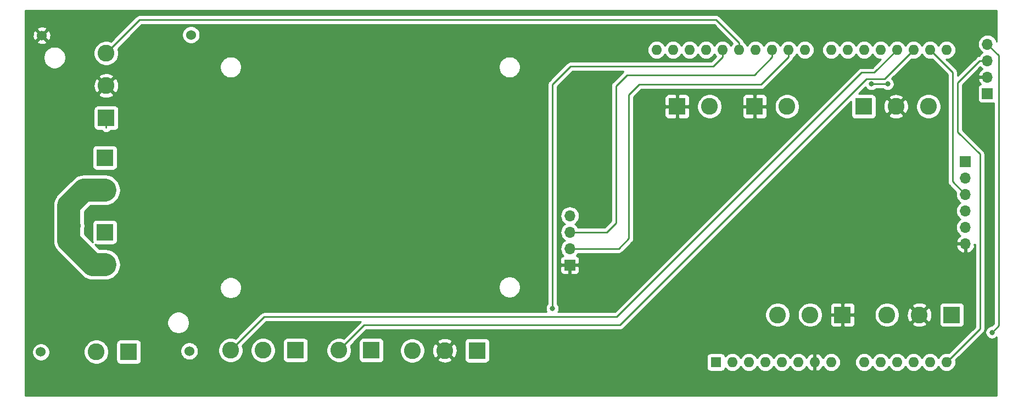
<source format=gbr>
G04 #@! TF.GenerationSoftware,KiCad,Pcbnew,(5.1.4)-1*
G04 #@! TF.CreationDate,2019-11-14T07:41:03-05:00*
G04 #@! TF.ProjectId,CapstoneSchematic,43617073-746f-46e6-9553-6368656d6174,rev?*
G04 #@! TF.SameCoordinates,Original*
G04 #@! TF.FileFunction,Copper,L2,Bot*
G04 #@! TF.FilePolarity,Positive*
%FSLAX46Y46*%
G04 Gerber Fmt 4.6, Leading zero omitted, Abs format (unit mm)*
G04 Created by KiCad (PCBNEW (5.1.4)-1) date 2019-11-14 07:41:03*
%MOMM*%
%LPD*%
G04 APERTURE LIST*
%ADD10C,2.600000*%
%ADD11R,2.600000X2.600000*%
%ADD12O,1.700000X1.700000*%
%ADD13R,1.700000X1.700000*%
%ADD14O,1.600000X1.600000*%
%ADD15R,1.600000X1.600000*%
%ADD16C,1.524000*%
%ADD17C,0.800000*%
%ADD18C,0.250000*%
%ADD19C,3.560000*%
%ADD20C,0.254000*%
G04 APERTURE END LIST*
D10*
X99500000Y-77250000D03*
X99500000Y-82250000D03*
D11*
X99500000Y-87250000D03*
X99300000Y-93400000D03*
D10*
X99300000Y-98400000D03*
X99300000Y-109900000D03*
D11*
X99300000Y-104900000D03*
D12*
X171000000Y-104920000D03*
X171000000Y-102380000D03*
X171000000Y-107460000D03*
D13*
X171000000Y-110000000D03*
D10*
X118700000Y-123150000D03*
X123700000Y-123150000D03*
D11*
X128700000Y-123150000D03*
D10*
X135400000Y-123155000D03*
D11*
X140400000Y-123155000D03*
D10*
X146700000Y-123200000D03*
X151700000Y-123200000D03*
D11*
X156700000Y-123200000D03*
D14*
X226545000Y-76740000D03*
X229085000Y-76740000D03*
X189465000Y-76740000D03*
X229085000Y-125000000D03*
X192005000Y-76740000D03*
X226545000Y-125000000D03*
X194545000Y-76740000D03*
X224005000Y-125000000D03*
X197085000Y-76740000D03*
X221465000Y-125000000D03*
X199625000Y-76740000D03*
X218925000Y-125000000D03*
X202165000Y-76740000D03*
X216385000Y-125000000D03*
X204705000Y-76740000D03*
X211305000Y-125000000D03*
X207245000Y-76740000D03*
X208765000Y-125000000D03*
X211305000Y-76740000D03*
X206225000Y-125000000D03*
X213845000Y-76740000D03*
X203685000Y-125000000D03*
X216385000Y-76740000D03*
X201145000Y-125000000D03*
X218925000Y-76740000D03*
X198605000Y-125000000D03*
X221465000Y-76740000D03*
X196065000Y-125000000D03*
X224005000Y-76740000D03*
D15*
X193525000Y-125000000D03*
D14*
X186925000Y-76740000D03*
X184385000Y-76740000D03*
D16*
X89440000Y-123420000D03*
X112330000Y-123290000D03*
X89570000Y-74510000D03*
X112590000Y-74420000D03*
D10*
X97975000Y-123400000D03*
D11*
X102975000Y-123400000D03*
D10*
X203050000Y-117675000D03*
X208050000Y-117675000D03*
D11*
X213050000Y-117675000D03*
D10*
X219900000Y-117675000D03*
X224900000Y-117675000D03*
D11*
X229900000Y-117675000D03*
D10*
X204500000Y-85475000D03*
D11*
X199500000Y-85475000D03*
D10*
X192545000Y-85475000D03*
D11*
X187545000Y-85475000D03*
D12*
X232000000Y-106700000D03*
X232000000Y-104160000D03*
X232000000Y-101620000D03*
X232000000Y-99080000D03*
X232000000Y-96540000D03*
D13*
X232000000Y-94000000D03*
D10*
X226300000Y-85475000D03*
X221300000Y-85475000D03*
D11*
X216300000Y-85475000D03*
D12*
X235400000Y-75855000D03*
X235400000Y-78395000D03*
X235400000Y-80935000D03*
D13*
X235400000Y-83475000D03*
D17*
X236100000Y-120400000D03*
X217500000Y-82000000D03*
X220000000Y-82000000D03*
X168300000Y-116700000D03*
D18*
X229884999Y-124200001D02*
X229085000Y-125000000D01*
X234224999Y-119860001D02*
X229884999Y-124200001D01*
X234197919Y-78395000D02*
X230770000Y-81822919D01*
X235400000Y-78395000D02*
X234197919Y-78395000D01*
X230770000Y-81822919D02*
X230770000Y-89400000D01*
X234224999Y-92854999D02*
X234224999Y-119860001D01*
X230770000Y-89400000D02*
X234224999Y-92854999D01*
X235400000Y-75855000D02*
X237100000Y-77555000D01*
X237100000Y-77555000D02*
X237100000Y-78100000D01*
X237100000Y-78100000D02*
X237100000Y-78600000D01*
X237100000Y-82200000D02*
X237139990Y-82239990D01*
X237100000Y-78600000D02*
X237100000Y-82200000D01*
X237139990Y-82239990D02*
X237139990Y-119100000D01*
X237139990Y-119100000D02*
X237139990Y-119360010D01*
X237139990Y-119360010D02*
X236100000Y-120400000D01*
X217500000Y-82000000D02*
X220000000Y-82000000D01*
X99500000Y-88800000D02*
X99500000Y-87250000D01*
X194500000Y-76785000D02*
X194545000Y-76740000D01*
X194545000Y-77871370D02*
X193116370Y-79300000D01*
X194545000Y-76740000D02*
X194545000Y-77871370D01*
X193116370Y-79300000D02*
X171100000Y-79300000D01*
X171100000Y-79300000D02*
X168300000Y-82100000D01*
X168300000Y-82100000D02*
X168300000Y-116700000D01*
X197085000Y-75608630D02*
X193576370Y-72100000D01*
X197085000Y-76740000D02*
X197085000Y-75608630D01*
X104650000Y-72100000D02*
X99500000Y-77250000D01*
X193576370Y-72100000D02*
X104650000Y-72100000D01*
X98650000Y-98250000D02*
X98300000Y-97900000D01*
D19*
X99300000Y-109900000D02*
X97461523Y-109900000D01*
X99300000Y-98400000D02*
X96100000Y-98400000D01*
X96100000Y-98400000D02*
X93750000Y-100750000D01*
X93750000Y-103826954D02*
X93811523Y-103888477D01*
X93750000Y-100750000D02*
X93750000Y-103826954D01*
X93750000Y-106188477D02*
X93750000Y-103826954D01*
X97461523Y-109900000D02*
X93750000Y-106188477D01*
D18*
X230000000Y-97080000D02*
X232000000Y-99080000D01*
X226545000Y-76740000D02*
X230000000Y-80195000D01*
X230000000Y-80195000D02*
X230000000Y-97080000D01*
X123850000Y-118000000D02*
X118700000Y-123150000D01*
X178250000Y-118000000D02*
X123850000Y-118000000D01*
X221465000Y-76740000D02*
X217955000Y-80250000D01*
X217955000Y-80250000D02*
X216000000Y-80250000D01*
X216000000Y-80250000D02*
X178250000Y-118000000D01*
X219495000Y-81250000D02*
X224005000Y-76740000D01*
X216750000Y-81250000D02*
X219495000Y-81250000D01*
X135400000Y-123155000D02*
X139305000Y-119250000D01*
X139305000Y-119250000D02*
X178750000Y-119250000D01*
X178750000Y-119250000D02*
X216750000Y-81250000D01*
X202165000Y-77871370D02*
X199436370Y-80600000D01*
X202165000Y-76740000D02*
X202165000Y-77871370D01*
X199436370Y-80600000D02*
X179800000Y-80600000D01*
X179800000Y-80600000D02*
X178100000Y-82300000D01*
X178100000Y-82300000D02*
X178100000Y-103500000D01*
X176680000Y-104920000D02*
X171000000Y-104920000D01*
X178100000Y-103500000D02*
X176680000Y-104920000D01*
X180100000Y-105600000D02*
X180100000Y-105700000D01*
X180100000Y-83700000D02*
X180100000Y-105600000D01*
X181700000Y-82100000D02*
X180100000Y-83700000D01*
X200476370Y-82100000D02*
X181700000Y-82100000D01*
X204705000Y-76740000D02*
X204705000Y-77871370D01*
X204705000Y-77871370D02*
X200476370Y-82100000D01*
X180100000Y-105600000D02*
X180100000Y-105900000D01*
X178540000Y-107460000D02*
X171000000Y-107460000D01*
X180100000Y-105900000D02*
X178540000Y-107460000D01*
D20*
G36*
X236830001Y-75453415D02*
G01*
X236778599Y-75283966D01*
X236640706Y-75025986D01*
X236455134Y-74799866D01*
X236229014Y-74614294D01*
X235971034Y-74476401D01*
X235691111Y-74391487D01*
X235472950Y-74370000D01*
X235327050Y-74370000D01*
X235108889Y-74391487D01*
X234828966Y-74476401D01*
X234570986Y-74614294D01*
X234344866Y-74799866D01*
X234159294Y-75025986D01*
X234021401Y-75283966D01*
X233936487Y-75563889D01*
X233907815Y-75855000D01*
X233936487Y-76146111D01*
X234021401Y-76426034D01*
X234159294Y-76684014D01*
X234344866Y-76910134D01*
X234570986Y-77095706D01*
X234625791Y-77125000D01*
X234570986Y-77154294D01*
X234344866Y-77339866D01*
X234159294Y-77565986D01*
X234120284Y-77638969D01*
X234048933Y-77645997D01*
X233905672Y-77689454D01*
X233773643Y-77760026D01*
X233657918Y-77854999D01*
X233634120Y-77883997D01*
X230760000Y-80758118D01*
X230760000Y-80232323D01*
X230763676Y-80195000D01*
X230760000Y-80157677D01*
X230760000Y-80157667D01*
X230749003Y-80046014D01*
X230705546Y-79902753D01*
X230634974Y-79770724D01*
X230540001Y-79654999D01*
X230511004Y-79631202D01*
X229054802Y-78175000D01*
X229155492Y-78175000D01*
X229366309Y-78154236D01*
X229636808Y-78072182D01*
X229886101Y-77938932D01*
X230104608Y-77759608D01*
X230283932Y-77541101D01*
X230417182Y-77291808D01*
X230499236Y-77021309D01*
X230526943Y-76740000D01*
X230499236Y-76458691D01*
X230417182Y-76188192D01*
X230283932Y-75938899D01*
X230104608Y-75720392D01*
X229886101Y-75541068D01*
X229636808Y-75407818D01*
X229366309Y-75325764D01*
X229155492Y-75305000D01*
X229014508Y-75305000D01*
X228803691Y-75325764D01*
X228533192Y-75407818D01*
X228283899Y-75541068D01*
X228065392Y-75720392D01*
X227886068Y-75938899D01*
X227815000Y-76071858D01*
X227743932Y-75938899D01*
X227564608Y-75720392D01*
X227346101Y-75541068D01*
X227096808Y-75407818D01*
X226826309Y-75325764D01*
X226615492Y-75305000D01*
X226474508Y-75305000D01*
X226263691Y-75325764D01*
X225993192Y-75407818D01*
X225743899Y-75541068D01*
X225525392Y-75720392D01*
X225346068Y-75938899D01*
X225275000Y-76071858D01*
X225203932Y-75938899D01*
X225024608Y-75720392D01*
X224806101Y-75541068D01*
X224556808Y-75407818D01*
X224286309Y-75325764D01*
X224075492Y-75305000D01*
X223934508Y-75305000D01*
X223723691Y-75325764D01*
X223453192Y-75407818D01*
X223203899Y-75541068D01*
X222985392Y-75720392D01*
X222806068Y-75938899D01*
X222735000Y-76071858D01*
X222663932Y-75938899D01*
X222484608Y-75720392D01*
X222266101Y-75541068D01*
X222016808Y-75407818D01*
X221746309Y-75325764D01*
X221535492Y-75305000D01*
X221394508Y-75305000D01*
X221183691Y-75325764D01*
X220913192Y-75407818D01*
X220663899Y-75541068D01*
X220445392Y-75720392D01*
X220266068Y-75938899D01*
X220195000Y-76071858D01*
X220123932Y-75938899D01*
X219944608Y-75720392D01*
X219726101Y-75541068D01*
X219476808Y-75407818D01*
X219206309Y-75325764D01*
X218995492Y-75305000D01*
X218854508Y-75305000D01*
X218643691Y-75325764D01*
X218373192Y-75407818D01*
X218123899Y-75541068D01*
X217905392Y-75720392D01*
X217726068Y-75938899D01*
X217655000Y-76071858D01*
X217583932Y-75938899D01*
X217404608Y-75720392D01*
X217186101Y-75541068D01*
X216936808Y-75407818D01*
X216666309Y-75325764D01*
X216455492Y-75305000D01*
X216314508Y-75305000D01*
X216103691Y-75325764D01*
X215833192Y-75407818D01*
X215583899Y-75541068D01*
X215365392Y-75720392D01*
X215186068Y-75938899D01*
X215115000Y-76071858D01*
X215043932Y-75938899D01*
X214864608Y-75720392D01*
X214646101Y-75541068D01*
X214396808Y-75407818D01*
X214126309Y-75325764D01*
X213915492Y-75305000D01*
X213774508Y-75305000D01*
X213563691Y-75325764D01*
X213293192Y-75407818D01*
X213043899Y-75541068D01*
X212825392Y-75720392D01*
X212646068Y-75938899D01*
X212575000Y-76071858D01*
X212503932Y-75938899D01*
X212324608Y-75720392D01*
X212106101Y-75541068D01*
X211856808Y-75407818D01*
X211586309Y-75325764D01*
X211375492Y-75305000D01*
X211234508Y-75305000D01*
X211023691Y-75325764D01*
X210753192Y-75407818D01*
X210503899Y-75541068D01*
X210285392Y-75720392D01*
X210106068Y-75938899D01*
X209972818Y-76188192D01*
X209890764Y-76458691D01*
X209863057Y-76740000D01*
X209890764Y-77021309D01*
X209972818Y-77291808D01*
X210106068Y-77541101D01*
X210285392Y-77759608D01*
X210503899Y-77938932D01*
X210753192Y-78072182D01*
X211023691Y-78154236D01*
X211234508Y-78175000D01*
X211375492Y-78175000D01*
X211586309Y-78154236D01*
X211856808Y-78072182D01*
X212106101Y-77938932D01*
X212324608Y-77759608D01*
X212503932Y-77541101D01*
X212575000Y-77408142D01*
X212646068Y-77541101D01*
X212825392Y-77759608D01*
X213043899Y-77938932D01*
X213293192Y-78072182D01*
X213563691Y-78154236D01*
X213774508Y-78175000D01*
X213915492Y-78175000D01*
X214126309Y-78154236D01*
X214396808Y-78072182D01*
X214646101Y-77938932D01*
X214864608Y-77759608D01*
X215043932Y-77541101D01*
X215115000Y-77408142D01*
X215186068Y-77541101D01*
X215365392Y-77759608D01*
X215583899Y-77938932D01*
X215833192Y-78072182D01*
X216103691Y-78154236D01*
X216314508Y-78175000D01*
X216455492Y-78175000D01*
X216666309Y-78154236D01*
X216936808Y-78072182D01*
X217186101Y-77938932D01*
X217404608Y-77759608D01*
X217583932Y-77541101D01*
X217655000Y-77408142D01*
X217726068Y-77541101D01*
X217905392Y-77759608D01*
X218123899Y-77938932D01*
X218373192Y-78072182D01*
X218643691Y-78154236D01*
X218854508Y-78175000D01*
X218955199Y-78175000D01*
X217640199Y-79490000D01*
X216037322Y-79490000D01*
X216000000Y-79486324D01*
X215962677Y-79490000D01*
X215962667Y-79490000D01*
X215851014Y-79500997D01*
X215707753Y-79544454D01*
X215575723Y-79615026D01*
X215502645Y-79675000D01*
X215459999Y-79709999D01*
X215436201Y-79738997D01*
X177935199Y-117240000D01*
X169183967Y-117240000D01*
X169217205Y-117190256D01*
X169295226Y-117001898D01*
X169335000Y-116801939D01*
X169335000Y-116598061D01*
X169295226Y-116398102D01*
X169217205Y-116209744D01*
X169103937Y-116040226D01*
X169060000Y-115996289D01*
X169060000Y-110850000D01*
X169511928Y-110850000D01*
X169524188Y-110974482D01*
X169560498Y-111094180D01*
X169619463Y-111204494D01*
X169698815Y-111301185D01*
X169795506Y-111380537D01*
X169905820Y-111439502D01*
X170025518Y-111475812D01*
X170150000Y-111488072D01*
X170714250Y-111485000D01*
X170873000Y-111326250D01*
X170873000Y-110127000D01*
X171127000Y-110127000D01*
X171127000Y-111326250D01*
X171285750Y-111485000D01*
X171850000Y-111488072D01*
X171974482Y-111475812D01*
X172094180Y-111439502D01*
X172204494Y-111380537D01*
X172301185Y-111301185D01*
X172380537Y-111204494D01*
X172439502Y-111094180D01*
X172475812Y-110974482D01*
X172488072Y-110850000D01*
X172485000Y-110285750D01*
X172326250Y-110127000D01*
X171127000Y-110127000D01*
X170873000Y-110127000D01*
X169673750Y-110127000D01*
X169515000Y-110285750D01*
X169511928Y-110850000D01*
X169060000Y-110850000D01*
X169060000Y-82414801D01*
X171414802Y-80060000D01*
X179259998Y-80060000D01*
X179236201Y-80088997D01*
X177589003Y-81736196D01*
X177559999Y-81759999D01*
X177509897Y-81821049D01*
X177465026Y-81875724D01*
X177405586Y-81986928D01*
X177394454Y-82007754D01*
X177350997Y-82151015D01*
X177340000Y-82262668D01*
X177340000Y-82262678D01*
X177336324Y-82300000D01*
X177340000Y-82337322D01*
X177340001Y-103185197D01*
X176365199Y-104160000D01*
X172277595Y-104160000D01*
X172240706Y-104090986D01*
X172055134Y-103864866D01*
X171829014Y-103679294D01*
X171774209Y-103650000D01*
X171829014Y-103620706D01*
X172055134Y-103435134D01*
X172240706Y-103209014D01*
X172378599Y-102951034D01*
X172463513Y-102671111D01*
X172492185Y-102380000D01*
X172463513Y-102088889D01*
X172378599Y-101808966D01*
X172240706Y-101550986D01*
X172055134Y-101324866D01*
X171829014Y-101139294D01*
X171571034Y-101001401D01*
X171291111Y-100916487D01*
X171072950Y-100895000D01*
X170927050Y-100895000D01*
X170708889Y-100916487D01*
X170428966Y-101001401D01*
X170170986Y-101139294D01*
X169944866Y-101324866D01*
X169759294Y-101550986D01*
X169621401Y-101808966D01*
X169536487Y-102088889D01*
X169507815Y-102380000D01*
X169536487Y-102671111D01*
X169621401Y-102951034D01*
X169759294Y-103209014D01*
X169944866Y-103435134D01*
X170170986Y-103620706D01*
X170225791Y-103650000D01*
X170170986Y-103679294D01*
X169944866Y-103864866D01*
X169759294Y-104090986D01*
X169621401Y-104348966D01*
X169536487Y-104628889D01*
X169507815Y-104920000D01*
X169536487Y-105211111D01*
X169621401Y-105491034D01*
X169759294Y-105749014D01*
X169944866Y-105975134D01*
X170170986Y-106160706D01*
X170225791Y-106190000D01*
X170170986Y-106219294D01*
X169944866Y-106404866D01*
X169759294Y-106630986D01*
X169621401Y-106888966D01*
X169536487Y-107168889D01*
X169507815Y-107460000D01*
X169536487Y-107751111D01*
X169621401Y-108031034D01*
X169759294Y-108289014D01*
X169944866Y-108515134D01*
X169974687Y-108539607D01*
X169905820Y-108560498D01*
X169795506Y-108619463D01*
X169698815Y-108698815D01*
X169619463Y-108795506D01*
X169560498Y-108905820D01*
X169524188Y-109025518D01*
X169511928Y-109150000D01*
X169515000Y-109714250D01*
X169673750Y-109873000D01*
X170873000Y-109873000D01*
X170873000Y-109853000D01*
X171127000Y-109853000D01*
X171127000Y-109873000D01*
X172326250Y-109873000D01*
X172485000Y-109714250D01*
X172488072Y-109150000D01*
X172475812Y-109025518D01*
X172439502Y-108905820D01*
X172380537Y-108795506D01*
X172301185Y-108698815D01*
X172204494Y-108619463D01*
X172094180Y-108560498D01*
X172025313Y-108539607D01*
X172055134Y-108515134D01*
X172240706Y-108289014D01*
X172277595Y-108220000D01*
X178502678Y-108220000D01*
X178540000Y-108223676D01*
X178577322Y-108220000D01*
X178577333Y-108220000D01*
X178688986Y-108209003D01*
X178832247Y-108165546D01*
X178964276Y-108094974D01*
X179080001Y-108000001D01*
X179103804Y-107970997D01*
X180611003Y-106463799D01*
X180640001Y-106440001D01*
X180668836Y-106404866D01*
X180734974Y-106324277D01*
X180805546Y-106192247D01*
X180826164Y-106124276D01*
X180849003Y-106048985D01*
X180860000Y-105937332D01*
X180860000Y-105937324D01*
X180863676Y-105900001D01*
X180860000Y-105862678D01*
X180860000Y-86775000D01*
X185606928Y-86775000D01*
X185619188Y-86899482D01*
X185655498Y-87019180D01*
X185714463Y-87129494D01*
X185793815Y-87226185D01*
X185890506Y-87305537D01*
X186000820Y-87364502D01*
X186120518Y-87400812D01*
X186245000Y-87413072D01*
X187259250Y-87410000D01*
X187418000Y-87251250D01*
X187418000Y-85602000D01*
X187672000Y-85602000D01*
X187672000Y-87251250D01*
X187830750Y-87410000D01*
X188845000Y-87413072D01*
X188969482Y-87400812D01*
X189089180Y-87364502D01*
X189199494Y-87305537D01*
X189296185Y-87226185D01*
X189375537Y-87129494D01*
X189434502Y-87019180D01*
X189470812Y-86899482D01*
X189483072Y-86775000D01*
X189480000Y-85760750D01*
X189321250Y-85602000D01*
X187672000Y-85602000D01*
X187418000Y-85602000D01*
X185768750Y-85602000D01*
X185610000Y-85760750D01*
X185606928Y-86775000D01*
X180860000Y-86775000D01*
X180860000Y-84175000D01*
X185606928Y-84175000D01*
X185610000Y-85189250D01*
X185768750Y-85348000D01*
X187418000Y-85348000D01*
X187418000Y-83698750D01*
X187672000Y-83698750D01*
X187672000Y-85348000D01*
X189321250Y-85348000D01*
X189384831Y-85284419D01*
X190610000Y-85284419D01*
X190610000Y-85665581D01*
X190684361Y-86039419D01*
X190830225Y-86391566D01*
X191041987Y-86708491D01*
X191311509Y-86978013D01*
X191628434Y-87189775D01*
X191980581Y-87335639D01*
X192354419Y-87410000D01*
X192735581Y-87410000D01*
X193109419Y-87335639D01*
X193461566Y-87189775D01*
X193778491Y-86978013D01*
X193981504Y-86775000D01*
X197561928Y-86775000D01*
X197574188Y-86899482D01*
X197610498Y-87019180D01*
X197669463Y-87129494D01*
X197748815Y-87226185D01*
X197845506Y-87305537D01*
X197955820Y-87364502D01*
X198075518Y-87400812D01*
X198200000Y-87413072D01*
X199214250Y-87410000D01*
X199373000Y-87251250D01*
X199373000Y-85602000D01*
X199627000Y-85602000D01*
X199627000Y-87251250D01*
X199785750Y-87410000D01*
X200800000Y-87413072D01*
X200924482Y-87400812D01*
X201044180Y-87364502D01*
X201154494Y-87305537D01*
X201251185Y-87226185D01*
X201330537Y-87129494D01*
X201389502Y-87019180D01*
X201425812Y-86899482D01*
X201438072Y-86775000D01*
X201435000Y-85760750D01*
X201276250Y-85602000D01*
X199627000Y-85602000D01*
X199373000Y-85602000D01*
X197723750Y-85602000D01*
X197565000Y-85760750D01*
X197561928Y-86775000D01*
X193981504Y-86775000D01*
X194048013Y-86708491D01*
X194259775Y-86391566D01*
X194405639Y-86039419D01*
X194480000Y-85665581D01*
X194480000Y-85284419D01*
X194405639Y-84910581D01*
X194259775Y-84558434D01*
X194048013Y-84241509D01*
X193981504Y-84175000D01*
X197561928Y-84175000D01*
X197565000Y-85189250D01*
X197723750Y-85348000D01*
X199373000Y-85348000D01*
X199373000Y-83698750D01*
X199627000Y-83698750D01*
X199627000Y-85348000D01*
X201276250Y-85348000D01*
X201339831Y-85284419D01*
X202565000Y-85284419D01*
X202565000Y-85665581D01*
X202639361Y-86039419D01*
X202785225Y-86391566D01*
X202996987Y-86708491D01*
X203266509Y-86978013D01*
X203583434Y-87189775D01*
X203935581Y-87335639D01*
X204309419Y-87410000D01*
X204690581Y-87410000D01*
X205064419Y-87335639D01*
X205416566Y-87189775D01*
X205733491Y-86978013D01*
X206003013Y-86708491D01*
X206214775Y-86391566D01*
X206360639Y-86039419D01*
X206435000Y-85665581D01*
X206435000Y-85284419D01*
X206360639Y-84910581D01*
X206214775Y-84558434D01*
X206003013Y-84241509D01*
X205733491Y-83971987D01*
X205416566Y-83760225D01*
X205064419Y-83614361D01*
X204690581Y-83540000D01*
X204309419Y-83540000D01*
X203935581Y-83614361D01*
X203583434Y-83760225D01*
X203266509Y-83971987D01*
X202996987Y-84241509D01*
X202785225Y-84558434D01*
X202639361Y-84910581D01*
X202565000Y-85284419D01*
X201339831Y-85284419D01*
X201435000Y-85189250D01*
X201438072Y-84175000D01*
X201425812Y-84050518D01*
X201389502Y-83930820D01*
X201330537Y-83820506D01*
X201251185Y-83723815D01*
X201154494Y-83644463D01*
X201044180Y-83585498D01*
X200924482Y-83549188D01*
X200800000Y-83536928D01*
X199785750Y-83540000D01*
X199627000Y-83698750D01*
X199373000Y-83698750D01*
X199214250Y-83540000D01*
X198200000Y-83536928D01*
X198075518Y-83549188D01*
X197955820Y-83585498D01*
X197845506Y-83644463D01*
X197748815Y-83723815D01*
X197669463Y-83820506D01*
X197610498Y-83930820D01*
X197574188Y-84050518D01*
X197561928Y-84175000D01*
X193981504Y-84175000D01*
X193778491Y-83971987D01*
X193461566Y-83760225D01*
X193109419Y-83614361D01*
X192735581Y-83540000D01*
X192354419Y-83540000D01*
X191980581Y-83614361D01*
X191628434Y-83760225D01*
X191311509Y-83971987D01*
X191041987Y-84241509D01*
X190830225Y-84558434D01*
X190684361Y-84910581D01*
X190610000Y-85284419D01*
X189384831Y-85284419D01*
X189480000Y-85189250D01*
X189483072Y-84175000D01*
X189470812Y-84050518D01*
X189434502Y-83930820D01*
X189375537Y-83820506D01*
X189296185Y-83723815D01*
X189199494Y-83644463D01*
X189089180Y-83585498D01*
X188969482Y-83549188D01*
X188845000Y-83536928D01*
X187830750Y-83540000D01*
X187672000Y-83698750D01*
X187418000Y-83698750D01*
X187259250Y-83540000D01*
X186245000Y-83536928D01*
X186120518Y-83549188D01*
X186000820Y-83585498D01*
X185890506Y-83644463D01*
X185793815Y-83723815D01*
X185714463Y-83820506D01*
X185655498Y-83930820D01*
X185619188Y-84050518D01*
X185606928Y-84175000D01*
X180860000Y-84175000D01*
X180860000Y-84014801D01*
X182014802Y-82860000D01*
X200439048Y-82860000D01*
X200476370Y-82863676D01*
X200513692Y-82860000D01*
X200513703Y-82860000D01*
X200625356Y-82849003D01*
X200768617Y-82805546D01*
X200900646Y-82734974D01*
X201016371Y-82640001D01*
X201040174Y-82610997D01*
X205216003Y-78435169D01*
X205245001Y-78411371D01*
X205321074Y-78318676D01*
X205339974Y-78295647D01*
X205410546Y-78163617D01*
X205429008Y-78102754D01*
X205454003Y-78020356D01*
X205459573Y-77963802D01*
X205506101Y-77938932D01*
X205724608Y-77759608D01*
X205903932Y-77541101D01*
X205975000Y-77408142D01*
X206046068Y-77541101D01*
X206225392Y-77759608D01*
X206443899Y-77938932D01*
X206693192Y-78072182D01*
X206963691Y-78154236D01*
X207174508Y-78175000D01*
X207315492Y-78175000D01*
X207526309Y-78154236D01*
X207796808Y-78072182D01*
X208046101Y-77938932D01*
X208264608Y-77759608D01*
X208443932Y-77541101D01*
X208577182Y-77291808D01*
X208659236Y-77021309D01*
X208686943Y-76740000D01*
X208659236Y-76458691D01*
X208577182Y-76188192D01*
X208443932Y-75938899D01*
X208264608Y-75720392D01*
X208046101Y-75541068D01*
X207796808Y-75407818D01*
X207526309Y-75325764D01*
X207315492Y-75305000D01*
X207174508Y-75305000D01*
X206963691Y-75325764D01*
X206693192Y-75407818D01*
X206443899Y-75541068D01*
X206225392Y-75720392D01*
X206046068Y-75938899D01*
X205975000Y-76071858D01*
X205903932Y-75938899D01*
X205724608Y-75720392D01*
X205506101Y-75541068D01*
X205256808Y-75407818D01*
X204986309Y-75325764D01*
X204775492Y-75305000D01*
X204634508Y-75305000D01*
X204423691Y-75325764D01*
X204153192Y-75407818D01*
X203903899Y-75541068D01*
X203685392Y-75720392D01*
X203506068Y-75938899D01*
X203435000Y-76071858D01*
X203363932Y-75938899D01*
X203184608Y-75720392D01*
X202966101Y-75541068D01*
X202716808Y-75407818D01*
X202446309Y-75325764D01*
X202235492Y-75305000D01*
X202094508Y-75305000D01*
X201883691Y-75325764D01*
X201613192Y-75407818D01*
X201363899Y-75541068D01*
X201145392Y-75720392D01*
X200966068Y-75938899D01*
X200895000Y-76071858D01*
X200823932Y-75938899D01*
X200644608Y-75720392D01*
X200426101Y-75541068D01*
X200176808Y-75407818D01*
X199906309Y-75325764D01*
X199695492Y-75305000D01*
X199554508Y-75305000D01*
X199343691Y-75325764D01*
X199073192Y-75407818D01*
X198823899Y-75541068D01*
X198605392Y-75720392D01*
X198426068Y-75938899D01*
X198355000Y-76071858D01*
X198283932Y-75938899D01*
X198104608Y-75720392D01*
X197886101Y-75541068D01*
X197839573Y-75516198D01*
X197834003Y-75459644D01*
X197790546Y-75316383D01*
X197777086Y-75291201D01*
X197719974Y-75184353D01*
X197648799Y-75097627D01*
X197625001Y-75068629D01*
X197596003Y-75044831D01*
X194140174Y-71589003D01*
X194116371Y-71559999D01*
X194000646Y-71465026D01*
X193868617Y-71394454D01*
X193725356Y-71350997D01*
X193613703Y-71340000D01*
X193613692Y-71340000D01*
X193576370Y-71336324D01*
X193539048Y-71340000D01*
X104687323Y-71340000D01*
X104650000Y-71336324D01*
X104612677Y-71340000D01*
X104612667Y-71340000D01*
X104501014Y-71350997D01*
X104357753Y-71394454D01*
X104225724Y-71465026D01*
X104109999Y-71559999D01*
X104086201Y-71588997D01*
X100220986Y-75454213D01*
X100064419Y-75389361D01*
X99690581Y-75315000D01*
X99309419Y-75315000D01*
X98935581Y-75389361D01*
X98583434Y-75535225D01*
X98266509Y-75746987D01*
X97996987Y-76016509D01*
X97785225Y-76333434D01*
X97639361Y-76685581D01*
X97565000Y-77059419D01*
X97565000Y-77440581D01*
X97639361Y-77814419D01*
X97785225Y-78166566D01*
X97996987Y-78483491D01*
X98266509Y-78753013D01*
X98583434Y-78964775D01*
X98935581Y-79110639D01*
X99309419Y-79185000D01*
X99690581Y-79185000D01*
X100064419Y-79110639D01*
X100416566Y-78964775D01*
X100733491Y-78753013D01*
X101003013Y-78483491D01*
X101214775Y-78166566D01*
X101360639Y-77814419D01*
X101435000Y-77440581D01*
X101435000Y-77059419D01*
X101360639Y-76685581D01*
X101295787Y-76529014D01*
X103542393Y-74282408D01*
X111193000Y-74282408D01*
X111193000Y-74557592D01*
X111246686Y-74827490D01*
X111351995Y-75081727D01*
X111504880Y-75310535D01*
X111699465Y-75505120D01*
X111928273Y-75658005D01*
X112182510Y-75763314D01*
X112452408Y-75817000D01*
X112727592Y-75817000D01*
X112997490Y-75763314D01*
X113251727Y-75658005D01*
X113480535Y-75505120D01*
X113675120Y-75310535D01*
X113828005Y-75081727D01*
X113933314Y-74827490D01*
X113987000Y-74557592D01*
X113987000Y-74282408D01*
X113933314Y-74012510D01*
X113828005Y-73758273D01*
X113675120Y-73529465D01*
X113480535Y-73334880D01*
X113251727Y-73181995D01*
X112997490Y-73076686D01*
X112727592Y-73023000D01*
X112452408Y-73023000D01*
X112182510Y-73076686D01*
X111928273Y-73181995D01*
X111699465Y-73334880D01*
X111504880Y-73529465D01*
X111351995Y-73758273D01*
X111246686Y-74012510D01*
X111193000Y-74282408D01*
X103542393Y-74282408D01*
X104964802Y-72860000D01*
X193261569Y-72860000D01*
X196096462Y-75694894D01*
X196065392Y-75720392D01*
X195886068Y-75938899D01*
X195815000Y-76071858D01*
X195743932Y-75938899D01*
X195564608Y-75720392D01*
X195346101Y-75541068D01*
X195096808Y-75407818D01*
X194826309Y-75325764D01*
X194615492Y-75305000D01*
X194474508Y-75305000D01*
X194263691Y-75325764D01*
X193993192Y-75407818D01*
X193743899Y-75541068D01*
X193525392Y-75720392D01*
X193346068Y-75938899D01*
X193275000Y-76071858D01*
X193203932Y-75938899D01*
X193024608Y-75720392D01*
X192806101Y-75541068D01*
X192556808Y-75407818D01*
X192286309Y-75325764D01*
X192075492Y-75305000D01*
X191934508Y-75305000D01*
X191723691Y-75325764D01*
X191453192Y-75407818D01*
X191203899Y-75541068D01*
X190985392Y-75720392D01*
X190806068Y-75938899D01*
X190735000Y-76071858D01*
X190663932Y-75938899D01*
X190484608Y-75720392D01*
X190266101Y-75541068D01*
X190016808Y-75407818D01*
X189746309Y-75325764D01*
X189535492Y-75305000D01*
X189394508Y-75305000D01*
X189183691Y-75325764D01*
X188913192Y-75407818D01*
X188663899Y-75541068D01*
X188445392Y-75720392D01*
X188266068Y-75938899D01*
X188195000Y-76071858D01*
X188123932Y-75938899D01*
X187944608Y-75720392D01*
X187726101Y-75541068D01*
X187476808Y-75407818D01*
X187206309Y-75325764D01*
X186995492Y-75305000D01*
X186854508Y-75305000D01*
X186643691Y-75325764D01*
X186373192Y-75407818D01*
X186123899Y-75541068D01*
X185905392Y-75720392D01*
X185726068Y-75938899D01*
X185655000Y-76071858D01*
X185583932Y-75938899D01*
X185404608Y-75720392D01*
X185186101Y-75541068D01*
X184936808Y-75407818D01*
X184666309Y-75325764D01*
X184455492Y-75305000D01*
X184314508Y-75305000D01*
X184103691Y-75325764D01*
X183833192Y-75407818D01*
X183583899Y-75541068D01*
X183365392Y-75720392D01*
X183186068Y-75938899D01*
X183052818Y-76188192D01*
X182970764Y-76458691D01*
X182943057Y-76740000D01*
X182970764Y-77021309D01*
X183052818Y-77291808D01*
X183186068Y-77541101D01*
X183365392Y-77759608D01*
X183583899Y-77938932D01*
X183833192Y-78072182D01*
X184103691Y-78154236D01*
X184314508Y-78175000D01*
X184455492Y-78175000D01*
X184666309Y-78154236D01*
X184936808Y-78072182D01*
X185186101Y-77938932D01*
X185404608Y-77759608D01*
X185583932Y-77541101D01*
X185655000Y-77408142D01*
X185726068Y-77541101D01*
X185905392Y-77759608D01*
X186123899Y-77938932D01*
X186373192Y-78072182D01*
X186643691Y-78154236D01*
X186854508Y-78175000D01*
X186995492Y-78175000D01*
X187206309Y-78154236D01*
X187476808Y-78072182D01*
X187726101Y-77938932D01*
X187944608Y-77759608D01*
X188123932Y-77541101D01*
X188195000Y-77408142D01*
X188266068Y-77541101D01*
X188445392Y-77759608D01*
X188663899Y-77938932D01*
X188913192Y-78072182D01*
X189183691Y-78154236D01*
X189394508Y-78175000D01*
X189535492Y-78175000D01*
X189746309Y-78154236D01*
X190016808Y-78072182D01*
X190266101Y-77938932D01*
X190484608Y-77759608D01*
X190663932Y-77541101D01*
X190735000Y-77408142D01*
X190806068Y-77541101D01*
X190985392Y-77759608D01*
X191203899Y-77938932D01*
X191453192Y-78072182D01*
X191723691Y-78154236D01*
X191934508Y-78175000D01*
X192075492Y-78175000D01*
X192286309Y-78154236D01*
X192556808Y-78072182D01*
X192806101Y-77938932D01*
X193024608Y-77759608D01*
X193203932Y-77541101D01*
X193275000Y-77408142D01*
X193346068Y-77541101D01*
X193525392Y-77759608D01*
X193556462Y-77785106D01*
X192801569Y-78540000D01*
X171137323Y-78540000D01*
X171100000Y-78536324D01*
X171062677Y-78540000D01*
X171062667Y-78540000D01*
X170951014Y-78550997D01*
X170807753Y-78594454D01*
X170675723Y-78665026D01*
X170592083Y-78733668D01*
X170559999Y-78759999D01*
X170536201Y-78788997D01*
X167789003Y-81536196D01*
X167759999Y-81559999D01*
X167731723Y-81594454D01*
X167665026Y-81675724D01*
X167653065Y-81698102D01*
X167594454Y-81807754D01*
X167550997Y-81951015D01*
X167540000Y-82062668D01*
X167540000Y-82062678D01*
X167536324Y-82100000D01*
X167540000Y-82137322D01*
X167540001Y-115996288D01*
X167496063Y-116040226D01*
X167382795Y-116209744D01*
X167304774Y-116398102D01*
X167265000Y-116598061D01*
X167265000Y-116801939D01*
X167304774Y-117001898D01*
X167382795Y-117190256D01*
X167416033Y-117240000D01*
X123887323Y-117240000D01*
X123850000Y-117236324D01*
X123812677Y-117240000D01*
X123812667Y-117240000D01*
X123701014Y-117250997D01*
X123557753Y-117294454D01*
X123425724Y-117365026D01*
X123309999Y-117459999D01*
X123286201Y-117488997D01*
X119420986Y-121354213D01*
X119264419Y-121289361D01*
X118890581Y-121215000D01*
X118509419Y-121215000D01*
X118135581Y-121289361D01*
X117783434Y-121435225D01*
X117466509Y-121646987D01*
X117196987Y-121916509D01*
X116985225Y-122233434D01*
X116839361Y-122585581D01*
X116765000Y-122959419D01*
X116765000Y-123340581D01*
X116839361Y-123714419D01*
X116985225Y-124066566D01*
X117196987Y-124383491D01*
X117466509Y-124653013D01*
X117783434Y-124864775D01*
X118135581Y-125010639D01*
X118509419Y-125085000D01*
X118890581Y-125085000D01*
X119264419Y-125010639D01*
X119616566Y-124864775D01*
X119933491Y-124653013D01*
X120203013Y-124383491D01*
X120414775Y-124066566D01*
X120560639Y-123714419D01*
X120635000Y-123340581D01*
X120635000Y-122959419D01*
X121765000Y-122959419D01*
X121765000Y-123340581D01*
X121839361Y-123714419D01*
X121985225Y-124066566D01*
X122196987Y-124383491D01*
X122466509Y-124653013D01*
X122783434Y-124864775D01*
X123135581Y-125010639D01*
X123509419Y-125085000D01*
X123890581Y-125085000D01*
X124264419Y-125010639D01*
X124616566Y-124864775D01*
X124933491Y-124653013D01*
X125203013Y-124383491D01*
X125414775Y-124066566D01*
X125560639Y-123714419D01*
X125635000Y-123340581D01*
X125635000Y-122959419D01*
X125560639Y-122585581D01*
X125414775Y-122233434D01*
X125203013Y-121916509D01*
X125136504Y-121850000D01*
X126761928Y-121850000D01*
X126761928Y-124450000D01*
X126774188Y-124574482D01*
X126810498Y-124694180D01*
X126869463Y-124804494D01*
X126948815Y-124901185D01*
X127045506Y-124980537D01*
X127155820Y-125039502D01*
X127275518Y-125075812D01*
X127400000Y-125088072D01*
X130000000Y-125088072D01*
X130124482Y-125075812D01*
X130244180Y-125039502D01*
X130354494Y-124980537D01*
X130451185Y-124901185D01*
X130530537Y-124804494D01*
X130589502Y-124694180D01*
X130625812Y-124574482D01*
X130638072Y-124450000D01*
X130638072Y-121850000D01*
X130625812Y-121725518D01*
X130589502Y-121605820D01*
X130530537Y-121495506D01*
X130451185Y-121398815D01*
X130354494Y-121319463D01*
X130244180Y-121260498D01*
X130124482Y-121224188D01*
X130000000Y-121211928D01*
X127400000Y-121211928D01*
X127275518Y-121224188D01*
X127155820Y-121260498D01*
X127045506Y-121319463D01*
X126948815Y-121398815D01*
X126869463Y-121495506D01*
X126810498Y-121605820D01*
X126774188Y-121725518D01*
X126761928Y-121850000D01*
X125136504Y-121850000D01*
X124933491Y-121646987D01*
X124616566Y-121435225D01*
X124264419Y-121289361D01*
X123890581Y-121215000D01*
X123509419Y-121215000D01*
X123135581Y-121289361D01*
X122783434Y-121435225D01*
X122466509Y-121646987D01*
X122196987Y-121916509D01*
X121985225Y-122233434D01*
X121839361Y-122585581D01*
X121765000Y-122959419D01*
X120635000Y-122959419D01*
X120560639Y-122585581D01*
X120495787Y-122429014D01*
X124164802Y-118760000D01*
X138720198Y-118760000D01*
X136120986Y-121359213D01*
X135964419Y-121294361D01*
X135590581Y-121220000D01*
X135209419Y-121220000D01*
X134835581Y-121294361D01*
X134483434Y-121440225D01*
X134166509Y-121651987D01*
X133896987Y-121921509D01*
X133685225Y-122238434D01*
X133539361Y-122590581D01*
X133465000Y-122964419D01*
X133465000Y-123345581D01*
X133539361Y-123719419D01*
X133685225Y-124071566D01*
X133896987Y-124388491D01*
X134166509Y-124658013D01*
X134483434Y-124869775D01*
X134835581Y-125015639D01*
X135209419Y-125090000D01*
X135590581Y-125090000D01*
X135964419Y-125015639D01*
X136316566Y-124869775D01*
X136633491Y-124658013D01*
X136903013Y-124388491D01*
X137114775Y-124071566D01*
X137260639Y-123719419D01*
X137335000Y-123345581D01*
X137335000Y-122964419D01*
X137260639Y-122590581D01*
X137195787Y-122434014D01*
X137774801Y-121855000D01*
X138461928Y-121855000D01*
X138461928Y-124455000D01*
X138474188Y-124579482D01*
X138510498Y-124699180D01*
X138569463Y-124809494D01*
X138648815Y-124906185D01*
X138745506Y-124985537D01*
X138855820Y-125044502D01*
X138975518Y-125080812D01*
X139100000Y-125093072D01*
X141700000Y-125093072D01*
X141824482Y-125080812D01*
X141944180Y-125044502D01*
X142054494Y-124985537D01*
X142151185Y-124906185D01*
X142230537Y-124809494D01*
X142289502Y-124699180D01*
X142325812Y-124579482D01*
X142338072Y-124455000D01*
X142338072Y-123009419D01*
X144765000Y-123009419D01*
X144765000Y-123390581D01*
X144839361Y-123764419D01*
X144985225Y-124116566D01*
X145196987Y-124433491D01*
X145466509Y-124703013D01*
X145783434Y-124914775D01*
X146135581Y-125060639D01*
X146509419Y-125135000D01*
X146890581Y-125135000D01*
X147264419Y-125060639D01*
X147616566Y-124914775D01*
X147933491Y-124703013D01*
X148087280Y-124549224D01*
X150530381Y-124549224D01*
X150662317Y-124844312D01*
X151003045Y-125015159D01*
X151370557Y-125116250D01*
X151750729Y-125143701D01*
X152128951Y-125096457D01*
X152490690Y-124976333D01*
X152737683Y-124844312D01*
X152869619Y-124549224D01*
X151700000Y-123379605D01*
X150530381Y-124549224D01*
X148087280Y-124549224D01*
X148203013Y-124433491D01*
X148414775Y-124116566D01*
X148560639Y-123764419D01*
X148635000Y-123390581D01*
X148635000Y-123250729D01*
X149756299Y-123250729D01*
X149803543Y-123628951D01*
X149923667Y-123990690D01*
X150055688Y-124237683D01*
X150350776Y-124369619D01*
X151520395Y-123200000D01*
X151879605Y-123200000D01*
X153049224Y-124369619D01*
X153344312Y-124237683D01*
X153515159Y-123896955D01*
X153616250Y-123529443D01*
X153643701Y-123149271D01*
X153596457Y-122771049D01*
X153476333Y-122409310D01*
X153344312Y-122162317D01*
X153049224Y-122030381D01*
X151879605Y-123200000D01*
X151520395Y-123200000D01*
X150350776Y-122030381D01*
X150055688Y-122162317D01*
X149884841Y-122503045D01*
X149783750Y-122870557D01*
X149756299Y-123250729D01*
X148635000Y-123250729D01*
X148635000Y-123009419D01*
X148560639Y-122635581D01*
X148414775Y-122283434D01*
X148203013Y-121966509D01*
X148087280Y-121850776D01*
X150530381Y-121850776D01*
X151700000Y-123020395D01*
X152820395Y-121900000D01*
X154761928Y-121900000D01*
X154761928Y-124500000D01*
X154774188Y-124624482D01*
X154810498Y-124744180D01*
X154869463Y-124854494D01*
X154948815Y-124951185D01*
X155045506Y-125030537D01*
X155155820Y-125089502D01*
X155275518Y-125125812D01*
X155400000Y-125138072D01*
X158000000Y-125138072D01*
X158124482Y-125125812D01*
X158244180Y-125089502D01*
X158354494Y-125030537D01*
X158451185Y-124951185D01*
X158530537Y-124854494D01*
X158589502Y-124744180D01*
X158625812Y-124624482D01*
X158638072Y-124500000D01*
X158638072Y-124200000D01*
X192086928Y-124200000D01*
X192086928Y-125800000D01*
X192099188Y-125924482D01*
X192135498Y-126044180D01*
X192194463Y-126154494D01*
X192273815Y-126251185D01*
X192370506Y-126330537D01*
X192480820Y-126389502D01*
X192600518Y-126425812D01*
X192725000Y-126438072D01*
X194325000Y-126438072D01*
X194449482Y-126425812D01*
X194569180Y-126389502D01*
X194679494Y-126330537D01*
X194776185Y-126251185D01*
X194855537Y-126154494D01*
X194914502Y-126044180D01*
X194950812Y-125924482D01*
X194952581Y-125906518D01*
X195045392Y-126019608D01*
X195263899Y-126198932D01*
X195513192Y-126332182D01*
X195783691Y-126414236D01*
X195994508Y-126435000D01*
X196135492Y-126435000D01*
X196346309Y-126414236D01*
X196616808Y-126332182D01*
X196866101Y-126198932D01*
X197084608Y-126019608D01*
X197263932Y-125801101D01*
X197335000Y-125668142D01*
X197406068Y-125801101D01*
X197585392Y-126019608D01*
X197803899Y-126198932D01*
X198053192Y-126332182D01*
X198323691Y-126414236D01*
X198534508Y-126435000D01*
X198675492Y-126435000D01*
X198886309Y-126414236D01*
X199156808Y-126332182D01*
X199406101Y-126198932D01*
X199624608Y-126019608D01*
X199803932Y-125801101D01*
X199875000Y-125668142D01*
X199946068Y-125801101D01*
X200125392Y-126019608D01*
X200343899Y-126198932D01*
X200593192Y-126332182D01*
X200863691Y-126414236D01*
X201074508Y-126435000D01*
X201215492Y-126435000D01*
X201426309Y-126414236D01*
X201696808Y-126332182D01*
X201946101Y-126198932D01*
X202164608Y-126019608D01*
X202343932Y-125801101D01*
X202415000Y-125668142D01*
X202486068Y-125801101D01*
X202665392Y-126019608D01*
X202883899Y-126198932D01*
X203133192Y-126332182D01*
X203403691Y-126414236D01*
X203614508Y-126435000D01*
X203755492Y-126435000D01*
X203966309Y-126414236D01*
X204236808Y-126332182D01*
X204486101Y-126198932D01*
X204704608Y-126019608D01*
X204883932Y-125801101D01*
X204955000Y-125668142D01*
X205026068Y-125801101D01*
X205205392Y-126019608D01*
X205423899Y-126198932D01*
X205673192Y-126332182D01*
X205943691Y-126414236D01*
X206154508Y-126435000D01*
X206295492Y-126435000D01*
X206506309Y-126414236D01*
X206776808Y-126332182D01*
X207026101Y-126198932D01*
X207244608Y-126019608D01*
X207423932Y-125801101D01*
X207497579Y-125663318D01*
X207612615Y-125855131D01*
X207801586Y-126063519D01*
X208027580Y-126231037D01*
X208281913Y-126351246D01*
X208415961Y-126391904D01*
X208638000Y-126269915D01*
X208638000Y-125127000D01*
X208618000Y-125127000D01*
X208618000Y-124873000D01*
X208638000Y-124873000D01*
X208638000Y-123730085D01*
X208892000Y-123730085D01*
X208892000Y-124873000D01*
X208912000Y-124873000D01*
X208912000Y-125127000D01*
X208892000Y-125127000D01*
X208892000Y-126269915D01*
X209114039Y-126391904D01*
X209248087Y-126351246D01*
X209502420Y-126231037D01*
X209728414Y-126063519D01*
X209917385Y-125855131D01*
X210032421Y-125663318D01*
X210106068Y-125801101D01*
X210285392Y-126019608D01*
X210503899Y-126198932D01*
X210753192Y-126332182D01*
X211023691Y-126414236D01*
X211234508Y-126435000D01*
X211375492Y-126435000D01*
X211586309Y-126414236D01*
X211856808Y-126332182D01*
X212106101Y-126198932D01*
X212324608Y-126019608D01*
X212503932Y-125801101D01*
X212637182Y-125551808D01*
X212719236Y-125281309D01*
X212746943Y-125000000D01*
X212719236Y-124718691D01*
X212637182Y-124448192D01*
X212503932Y-124198899D01*
X212324608Y-123980392D01*
X212106101Y-123801068D01*
X211856808Y-123667818D01*
X211586309Y-123585764D01*
X211375492Y-123565000D01*
X211234508Y-123565000D01*
X211023691Y-123585764D01*
X210753192Y-123667818D01*
X210503899Y-123801068D01*
X210285392Y-123980392D01*
X210106068Y-124198899D01*
X210032421Y-124336682D01*
X209917385Y-124144869D01*
X209728414Y-123936481D01*
X209502420Y-123768963D01*
X209248087Y-123648754D01*
X209114039Y-123608096D01*
X208892000Y-123730085D01*
X208638000Y-123730085D01*
X208415961Y-123608096D01*
X208281913Y-123648754D01*
X208027580Y-123768963D01*
X207801586Y-123936481D01*
X207612615Y-124144869D01*
X207497579Y-124336682D01*
X207423932Y-124198899D01*
X207244608Y-123980392D01*
X207026101Y-123801068D01*
X206776808Y-123667818D01*
X206506309Y-123585764D01*
X206295492Y-123565000D01*
X206154508Y-123565000D01*
X205943691Y-123585764D01*
X205673192Y-123667818D01*
X205423899Y-123801068D01*
X205205392Y-123980392D01*
X205026068Y-124198899D01*
X204955000Y-124331858D01*
X204883932Y-124198899D01*
X204704608Y-123980392D01*
X204486101Y-123801068D01*
X204236808Y-123667818D01*
X203966309Y-123585764D01*
X203755492Y-123565000D01*
X203614508Y-123565000D01*
X203403691Y-123585764D01*
X203133192Y-123667818D01*
X202883899Y-123801068D01*
X202665392Y-123980392D01*
X202486068Y-124198899D01*
X202415000Y-124331858D01*
X202343932Y-124198899D01*
X202164608Y-123980392D01*
X201946101Y-123801068D01*
X201696808Y-123667818D01*
X201426309Y-123585764D01*
X201215492Y-123565000D01*
X201074508Y-123565000D01*
X200863691Y-123585764D01*
X200593192Y-123667818D01*
X200343899Y-123801068D01*
X200125392Y-123980392D01*
X199946068Y-124198899D01*
X199875000Y-124331858D01*
X199803932Y-124198899D01*
X199624608Y-123980392D01*
X199406101Y-123801068D01*
X199156808Y-123667818D01*
X198886309Y-123585764D01*
X198675492Y-123565000D01*
X198534508Y-123565000D01*
X198323691Y-123585764D01*
X198053192Y-123667818D01*
X197803899Y-123801068D01*
X197585392Y-123980392D01*
X197406068Y-124198899D01*
X197335000Y-124331858D01*
X197263932Y-124198899D01*
X197084608Y-123980392D01*
X196866101Y-123801068D01*
X196616808Y-123667818D01*
X196346309Y-123585764D01*
X196135492Y-123565000D01*
X195994508Y-123565000D01*
X195783691Y-123585764D01*
X195513192Y-123667818D01*
X195263899Y-123801068D01*
X195045392Y-123980392D01*
X194952581Y-124093482D01*
X194950812Y-124075518D01*
X194914502Y-123955820D01*
X194855537Y-123845506D01*
X194776185Y-123748815D01*
X194679494Y-123669463D01*
X194569180Y-123610498D01*
X194449482Y-123574188D01*
X194325000Y-123561928D01*
X192725000Y-123561928D01*
X192600518Y-123574188D01*
X192480820Y-123610498D01*
X192370506Y-123669463D01*
X192273815Y-123748815D01*
X192194463Y-123845506D01*
X192135498Y-123955820D01*
X192099188Y-124075518D01*
X192086928Y-124200000D01*
X158638072Y-124200000D01*
X158638072Y-121900000D01*
X158625812Y-121775518D01*
X158589502Y-121655820D01*
X158530537Y-121545506D01*
X158451185Y-121448815D01*
X158354494Y-121369463D01*
X158244180Y-121310498D01*
X158124482Y-121274188D01*
X158000000Y-121261928D01*
X155400000Y-121261928D01*
X155275518Y-121274188D01*
X155155820Y-121310498D01*
X155045506Y-121369463D01*
X154948815Y-121448815D01*
X154869463Y-121545506D01*
X154810498Y-121655820D01*
X154774188Y-121775518D01*
X154761928Y-121900000D01*
X152820395Y-121900000D01*
X152869619Y-121850776D01*
X152737683Y-121555688D01*
X152396955Y-121384841D01*
X152029443Y-121283750D01*
X151649271Y-121256299D01*
X151271049Y-121303543D01*
X150909310Y-121423667D01*
X150662317Y-121555688D01*
X150530381Y-121850776D01*
X148087280Y-121850776D01*
X147933491Y-121696987D01*
X147616566Y-121485225D01*
X147264419Y-121339361D01*
X146890581Y-121265000D01*
X146509419Y-121265000D01*
X146135581Y-121339361D01*
X145783434Y-121485225D01*
X145466509Y-121696987D01*
X145196987Y-121966509D01*
X144985225Y-122283434D01*
X144839361Y-122635581D01*
X144765000Y-123009419D01*
X142338072Y-123009419D01*
X142338072Y-121855000D01*
X142325812Y-121730518D01*
X142289502Y-121610820D01*
X142230537Y-121500506D01*
X142151185Y-121403815D01*
X142054494Y-121324463D01*
X141944180Y-121265498D01*
X141824482Y-121229188D01*
X141700000Y-121216928D01*
X139100000Y-121216928D01*
X138975518Y-121229188D01*
X138855820Y-121265498D01*
X138745506Y-121324463D01*
X138648815Y-121403815D01*
X138569463Y-121500506D01*
X138510498Y-121610820D01*
X138474188Y-121730518D01*
X138461928Y-121855000D01*
X137774801Y-121855000D01*
X139619802Y-120010000D01*
X178712678Y-120010000D01*
X178750000Y-120013676D01*
X178787322Y-120010000D01*
X178787333Y-120010000D01*
X178898986Y-119999003D01*
X179042247Y-119955546D01*
X179174276Y-119884974D01*
X179290001Y-119790001D01*
X179313804Y-119760997D01*
X181590382Y-117484419D01*
X201115000Y-117484419D01*
X201115000Y-117865581D01*
X201189361Y-118239419D01*
X201335225Y-118591566D01*
X201546987Y-118908491D01*
X201816509Y-119178013D01*
X202133434Y-119389775D01*
X202485581Y-119535639D01*
X202859419Y-119610000D01*
X203240581Y-119610000D01*
X203614419Y-119535639D01*
X203966566Y-119389775D01*
X204283491Y-119178013D01*
X204553013Y-118908491D01*
X204764775Y-118591566D01*
X204910639Y-118239419D01*
X204985000Y-117865581D01*
X204985000Y-117484419D01*
X206115000Y-117484419D01*
X206115000Y-117865581D01*
X206189361Y-118239419D01*
X206335225Y-118591566D01*
X206546987Y-118908491D01*
X206816509Y-119178013D01*
X207133434Y-119389775D01*
X207485581Y-119535639D01*
X207859419Y-119610000D01*
X208240581Y-119610000D01*
X208614419Y-119535639D01*
X208966566Y-119389775D01*
X209283491Y-119178013D01*
X209486504Y-118975000D01*
X211111928Y-118975000D01*
X211124188Y-119099482D01*
X211160498Y-119219180D01*
X211219463Y-119329494D01*
X211298815Y-119426185D01*
X211395506Y-119505537D01*
X211505820Y-119564502D01*
X211625518Y-119600812D01*
X211750000Y-119613072D01*
X212764250Y-119610000D01*
X212923000Y-119451250D01*
X212923000Y-117802000D01*
X213177000Y-117802000D01*
X213177000Y-119451250D01*
X213335750Y-119610000D01*
X214350000Y-119613072D01*
X214474482Y-119600812D01*
X214594180Y-119564502D01*
X214704494Y-119505537D01*
X214801185Y-119426185D01*
X214880537Y-119329494D01*
X214939502Y-119219180D01*
X214975812Y-119099482D01*
X214988072Y-118975000D01*
X214985000Y-117960750D01*
X214826250Y-117802000D01*
X213177000Y-117802000D01*
X212923000Y-117802000D01*
X211273750Y-117802000D01*
X211115000Y-117960750D01*
X211111928Y-118975000D01*
X209486504Y-118975000D01*
X209553013Y-118908491D01*
X209764775Y-118591566D01*
X209910639Y-118239419D01*
X209985000Y-117865581D01*
X209985000Y-117484419D01*
X209910639Y-117110581D01*
X209764775Y-116758434D01*
X209553013Y-116441509D01*
X209486504Y-116375000D01*
X211111928Y-116375000D01*
X211115000Y-117389250D01*
X211273750Y-117548000D01*
X212923000Y-117548000D01*
X212923000Y-115898750D01*
X213177000Y-115898750D01*
X213177000Y-117548000D01*
X214826250Y-117548000D01*
X214889831Y-117484419D01*
X217965000Y-117484419D01*
X217965000Y-117865581D01*
X218039361Y-118239419D01*
X218185225Y-118591566D01*
X218396987Y-118908491D01*
X218666509Y-119178013D01*
X218983434Y-119389775D01*
X219335581Y-119535639D01*
X219709419Y-119610000D01*
X220090581Y-119610000D01*
X220464419Y-119535639D01*
X220816566Y-119389775D01*
X221133491Y-119178013D01*
X221287280Y-119024224D01*
X223730381Y-119024224D01*
X223862317Y-119319312D01*
X224203045Y-119490159D01*
X224570557Y-119591250D01*
X224950729Y-119618701D01*
X225328951Y-119571457D01*
X225690690Y-119451333D01*
X225937683Y-119319312D01*
X226069619Y-119024224D01*
X224900000Y-117854605D01*
X223730381Y-119024224D01*
X221287280Y-119024224D01*
X221403013Y-118908491D01*
X221614775Y-118591566D01*
X221760639Y-118239419D01*
X221835000Y-117865581D01*
X221835000Y-117725729D01*
X222956299Y-117725729D01*
X223003543Y-118103951D01*
X223123667Y-118465690D01*
X223255688Y-118712683D01*
X223550776Y-118844619D01*
X224720395Y-117675000D01*
X225079605Y-117675000D01*
X226249224Y-118844619D01*
X226544312Y-118712683D01*
X226715159Y-118371955D01*
X226816250Y-118004443D01*
X226843701Y-117624271D01*
X226796457Y-117246049D01*
X226676333Y-116884310D01*
X226544312Y-116637317D01*
X226249224Y-116505381D01*
X225079605Y-117675000D01*
X224720395Y-117675000D01*
X223550776Y-116505381D01*
X223255688Y-116637317D01*
X223084841Y-116978045D01*
X222983750Y-117345557D01*
X222956299Y-117725729D01*
X221835000Y-117725729D01*
X221835000Y-117484419D01*
X221760639Y-117110581D01*
X221614775Y-116758434D01*
X221403013Y-116441509D01*
X221287280Y-116325776D01*
X223730381Y-116325776D01*
X224900000Y-117495395D01*
X226020395Y-116375000D01*
X227961928Y-116375000D01*
X227961928Y-118975000D01*
X227974188Y-119099482D01*
X228010498Y-119219180D01*
X228069463Y-119329494D01*
X228148815Y-119426185D01*
X228245506Y-119505537D01*
X228355820Y-119564502D01*
X228475518Y-119600812D01*
X228600000Y-119613072D01*
X231200000Y-119613072D01*
X231324482Y-119600812D01*
X231444180Y-119564502D01*
X231554494Y-119505537D01*
X231651185Y-119426185D01*
X231730537Y-119329494D01*
X231789502Y-119219180D01*
X231825812Y-119099482D01*
X231838072Y-118975000D01*
X231838072Y-116375000D01*
X231825812Y-116250518D01*
X231789502Y-116130820D01*
X231730537Y-116020506D01*
X231651185Y-115923815D01*
X231554494Y-115844463D01*
X231444180Y-115785498D01*
X231324482Y-115749188D01*
X231200000Y-115736928D01*
X228600000Y-115736928D01*
X228475518Y-115749188D01*
X228355820Y-115785498D01*
X228245506Y-115844463D01*
X228148815Y-115923815D01*
X228069463Y-116020506D01*
X228010498Y-116130820D01*
X227974188Y-116250518D01*
X227961928Y-116375000D01*
X226020395Y-116375000D01*
X226069619Y-116325776D01*
X225937683Y-116030688D01*
X225596955Y-115859841D01*
X225229443Y-115758750D01*
X224849271Y-115731299D01*
X224471049Y-115778543D01*
X224109310Y-115898667D01*
X223862317Y-116030688D01*
X223730381Y-116325776D01*
X221287280Y-116325776D01*
X221133491Y-116171987D01*
X220816566Y-115960225D01*
X220464419Y-115814361D01*
X220090581Y-115740000D01*
X219709419Y-115740000D01*
X219335581Y-115814361D01*
X218983434Y-115960225D01*
X218666509Y-116171987D01*
X218396987Y-116441509D01*
X218185225Y-116758434D01*
X218039361Y-117110581D01*
X217965000Y-117484419D01*
X214889831Y-117484419D01*
X214985000Y-117389250D01*
X214988072Y-116375000D01*
X214975812Y-116250518D01*
X214939502Y-116130820D01*
X214880537Y-116020506D01*
X214801185Y-115923815D01*
X214704494Y-115844463D01*
X214594180Y-115785498D01*
X214474482Y-115749188D01*
X214350000Y-115736928D01*
X213335750Y-115740000D01*
X213177000Y-115898750D01*
X212923000Y-115898750D01*
X212764250Y-115740000D01*
X211750000Y-115736928D01*
X211625518Y-115749188D01*
X211505820Y-115785498D01*
X211395506Y-115844463D01*
X211298815Y-115923815D01*
X211219463Y-116020506D01*
X211160498Y-116130820D01*
X211124188Y-116250518D01*
X211111928Y-116375000D01*
X209486504Y-116375000D01*
X209283491Y-116171987D01*
X208966566Y-115960225D01*
X208614419Y-115814361D01*
X208240581Y-115740000D01*
X207859419Y-115740000D01*
X207485581Y-115814361D01*
X207133434Y-115960225D01*
X206816509Y-116171987D01*
X206546987Y-116441509D01*
X206335225Y-116758434D01*
X206189361Y-117110581D01*
X206115000Y-117484419D01*
X204985000Y-117484419D01*
X204910639Y-117110581D01*
X204764775Y-116758434D01*
X204553013Y-116441509D01*
X204283491Y-116171987D01*
X203966566Y-115960225D01*
X203614419Y-115814361D01*
X203240581Y-115740000D01*
X202859419Y-115740000D01*
X202485581Y-115814361D01*
X202133434Y-115960225D01*
X201816509Y-116171987D01*
X201546987Y-116441509D01*
X201335225Y-116758434D01*
X201189361Y-117110581D01*
X201115000Y-117484419D01*
X181590382Y-117484419D01*
X192017911Y-107056890D01*
X230558524Y-107056890D01*
X230603175Y-107204099D01*
X230728359Y-107466920D01*
X230902412Y-107700269D01*
X231118645Y-107895178D01*
X231368748Y-108044157D01*
X231643109Y-108141481D01*
X231873000Y-108020814D01*
X231873000Y-106827000D01*
X230679845Y-106827000D01*
X230558524Y-107056890D01*
X192017911Y-107056890D01*
X214361928Y-84712874D01*
X214361928Y-86775000D01*
X214374188Y-86899482D01*
X214410498Y-87019180D01*
X214469463Y-87129494D01*
X214548815Y-87226185D01*
X214645506Y-87305537D01*
X214755820Y-87364502D01*
X214875518Y-87400812D01*
X215000000Y-87413072D01*
X217600000Y-87413072D01*
X217724482Y-87400812D01*
X217844180Y-87364502D01*
X217954494Y-87305537D01*
X218051185Y-87226185D01*
X218130537Y-87129494D01*
X218189502Y-87019180D01*
X218225812Y-86899482D01*
X218233224Y-86824224D01*
X220130381Y-86824224D01*
X220262317Y-87119312D01*
X220603045Y-87290159D01*
X220970557Y-87391250D01*
X221350729Y-87418701D01*
X221728951Y-87371457D01*
X222090690Y-87251333D01*
X222337683Y-87119312D01*
X222469619Y-86824224D01*
X221300000Y-85654605D01*
X220130381Y-86824224D01*
X218233224Y-86824224D01*
X218238072Y-86775000D01*
X218238072Y-85525729D01*
X219356299Y-85525729D01*
X219403543Y-85903951D01*
X219523667Y-86265690D01*
X219655688Y-86512683D01*
X219950776Y-86644619D01*
X221120395Y-85475000D01*
X221479605Y-85475000D01*
X222649224Y-86644619D01*
X222944312Y-86512683D01*
X223115159Y-86171955D01*
X223216250Y-85804443D01*
X223243701Y-85424271D01*
X223226232Y-85284419D01*
X224365000Y-85284419D01*
X224365000Y-85665581D01*
X224439361Y-86039419D01*
X224585225Y-86391566D01*
X224796987Y-86708491D01*
X225066509Y-86978013D01*
X225383434Y-87189775D01*
X225735581Y-87335639D01*
X226109419Y-87410000D01*
X226490581Y-87410000D01*
X226864419Y-87335639D01*
X227216566Y-87189775D01*
X227533491Y-86978013D01*
X227803013Y-86708491D01*
X228014775Y-86391566D01*
X228160639Y-86039419D01*
X228235000Y-85665581D01*
X228235000Y-85284419D01*
X228160639Y-84910581D01*
X228014775Y-84558434D01*
X227803013Y-84241509D01*
X227533491Y-83971987D01*
X227216566Y-83760225D01*
X226864419Y-83614361D01*
X226490581Y-83540000D01*
X226109419Y-83540000D01*
X225735581Y-83614361D01*
X225383434Y-83760225D01*
X225066509Y-83971987D01*
X224796987Y-84241509D01*
X224585225Y-84558434D01*
X224439361Y-84910581D01*
X224365000Y-85284419D01*
X223226232Y-85284419D01*
X223196457Y-85046049D01*
X223076333Y-84684310D01*
X222944312Y-84437317D01*
X222649224Y-84305381D01*
X221479605Y-85475000D01*
X221120395Y-85475000D01*
X219950776Y-84305381D01*
X219655688Y-84437317D01*
X219484841Y-84778045D01*
X219383750Y-85145557D01*
X219356299Y-85525729D01*
X218238072Y-85525729D01*
X218238072Y-84175000D01*
X218233225Y-84125776D01*
X220130381Y-84125776D01*
X221300000Y-85295395D01*
X222469619Y-84125776D01*
X222337683Y-83830688D01*
X221996955Y-83659841D01*
X221629443Y-83558750D01*
X221249271Y-83531299D01*
X220871049Y-83578543D01*
X220509310Y-83698667D01*
X220262317Y-83830688D01*
X220130381Y-84125776D01*
X218233225Y-84125776D01*
X218225812Y-84050518D01*
X218189502Y-83930820D01*
X218130537Y-83820506D01*
X218051185Y-83723815D01*
X217954494Y-83644463D01*
X217844180Y-83585498D01*
X217724482Y-83549188D01*
X217600000Y-83536928D01*
X215537874Y-83536928D01*
X216583496Y-82491306D01*
X216696063Y-82659774D01*
X216840226Y-82803937D01*
X217009744Y-82917205D01*
X217198102Y-82995226D01*
X217398061Y-83035000D01*
X217601939Y-83035000D01*
X217801898Y-82995226D01*
X217990256Y-82917205D01*
X218159774Y-82803937D01*
X218203711Y-82760000D01*
X219296289Y-82760000D01*
X219340226Y-82803937D01*
X219509744Y-82917205D01*
X219698102Y-82995226D01*
X219898061Y-83035000D01*
X220101939Y-83035000D01*
X220301898Y-82995226D01*
X220490256Y-82917205D01*
X220659774Y-82803937D01*
X220803937Y-82659774D01*
X220917205Y-82490256D01*
X220995226Y-82301898D01*
X221035000Y-82101939D01*
X221035000Y-81898061D01*
X220995226Y-81698102D01*
X220917205Y-81509744D01*
X220803937Y-81340226D01*
X220659774Y-81196063D01*
X220638172Y-81181629D01*
X223679094Y-78140708D01*
X223723691Y-78154236D01*
X223934508Y-78175000D01*
X224075492Y-78175000D01*
X224286309Y-78154236D01*
X224556808Y-78072182D01*
X224806101Y-77938932D01*
X225024608Y-77759608D01*
X225203932Y-77541101D01*
X225275000Y-77408142D01*
X225346068Y-77541101D01*
X225525392Y-77759608D01*
X225743899Y-77938932D01*
X225993192Y-78072182D01*
X226263691Y-78154236D01*
X226474508Y-78175000D01*
X226615492Y-78175000D01*
X226826309Y-78154236D01*
X226870906Y-78140708D01*
X229240000Y-80509802D01*
X229240001Y-97042667D01*
X229236324Y-97080000D01*
X229240001Y-97117333D01*
X229244845Y-97166509D01*
X229250998Y-97228985D01*
X229294454Y-97372246D01*
X229365026Y-97504276D01*
X229436201Y-97591002D01*
X229460000Y-97620001D01*
X229488998Y-97643799D01*
X230559203Y-98714005D01*
X230536487Y-98788889D01*
X230507815Y-99080000D01*
X230536487Y-99371111D01*
X230621401Y-99651034D01*
X230759294Y-99909014D01*
X230944866Y-100135134D01*
X231170986Y-100320706D01*
X231225791Y-100350000D01*
X231170986Y-100379294D01*
X230944866Y-100564866D01*
X230759294Y-100790986D01*
X230621401Y-101048966D01*
X230536487Y-101328889D01*
X230507815Y-101620000D01*
X230536487Y-101911111D01*
X230621401Y-102191034D01*
X230759294Y-102449014D01*
X230944866Y-102675134D01*
X231170986Y-102860706D01*
X231225791Y-102890000D01*
X231170986Y-102919294D01*
X230944866Y-103104866D01*
X230759294Y-103330986D01*
X230621401Y-103588966D01*
X230536487Y-103868889D01*
X230507815Y-104160000D01*
X230536487Y-104451111D01*
X230621401Y-104731034D01*
X230759294Y-104989014D01*
X230944866Y-105215134D01*
X231170986Y-105400706D01*
X231235523Y-105435201D01*
X231118645Y-105504822D01*
X230902412Y-105699731D01*
X230728359Y-105933080D01*
X230603175Y-106195901D01*
X230558524Y-106343110D01*
X230679845Y-106573000D01*
X231873000Y-106573000D01*
X231873000Y-106553000D01*
X232127000Y-106553000D01*
X232127000Y-106573000D01*
X232147000Y-106573000D01*
X232147000Y-106827000D01*
X232127000Y-106827000D01*
X232127000Y-108020814D01*
X232356891Y-108141481D01*
X232631252Y-108044157D01*
X232881355Y-107895178D01*
X233097588Y-107700269D01*
X233271641Y-107466920D01*
X233396825Y-107204099D01*
X233441476Y-107056890D01*
X233320156Y-106827002D01*
X233464999Y-106827002D01*
X233465000Y-119545198D01*
X229410907Y-123599292D01*
X229366309Y-123585764D01*
X229155492Y-123565000D01*
X229014508Y-123565000D01*
X228803691Y-123585764D01*
X228533192Y-123667818D01*
X228283899Y-123801068D01*
X228065392Y-123980392D01*
X227886068Y-124198899D01*
X227815000Y-124331858D01*
X227743932Y-124198899D01*
X227564608Y-123980392D01*
X227346101Y-123801068D01*
X227096808Y-123667818D01*
X226826309Y-123585764D01*
X226615492Y-123565000D01*
X226474508Y-123565000D01*
X226263691Y-123585764D01*
X225993192Y-123667818D01*
X225743899Y-123801068D01*
X225525392Y-123980392D01*
X225346068Y-124198899D01*
X225275000Y-124331858D01*
X225203932Y-124198899D01*
X225024608Y-123980392D01*
X224806101Y-123801068D01*
X224556808Y-123667818D01*
X224286309Y-123585764D01*
X224075492Y-123565000D01*
X223934508Y-123565000D01*
X223723691Y-123585764D01*
X223453192Y-123667818D01*
X223203899Y-123801068D01*
X222985392Y-123980392D01*
X222806068Y-124198899D01*
X222735000Y-124331858D01*
X222663932Y-124198899D01*
X222484608Y-123980392D01*
X222266101Y-123801068D01*
X222016808Y-123667818D01*
X221746309Y-123585764D01*
X221535492Y-123565000D01*
X221394508Y-123565000D01*
X221183691Y-123585764D01*
X220913192Y-123667818D01*
X220663899Y-123801068D01*
X220445392Y-123980392D01*
X220266068Y-124198899D01*
X220195000Y-124331858D01*
X220123932Y-124198899D01*
X219944608Y-123980392D01*
X219726101Y-123801068D01*
X219476808Y-123667818D01*
X219206309Y-123585764D01*
X218995492Y-123565000D01*
X218854508Y-123565000D01*
X218643691Y-123585764D01*
X218373192Y-123667818D01*
X218123899Y-123801068D01*
X217905392Y-123980392D01*
X217726068Y-124198899D01*
X217655000Y-124331858D01*
X217583932Y-124198899D01*
X217404608Y-123980392D01*
X217186101Y-123801068D01*
X216936808Y-123667818D01*
X216666309Y-123585764D01*
X216455492Y-123565000D01*
X216314508Y-123565000D01*
X216103691Y-123585764D01*
X215833192Y-123667818D01*
X215583899Y-123801068D01*
X215365392Y-123980392D01*
X215186068Y-124198899D01*
X215052818Y-124448192D01*
X214970764Y-124718691D01*
X214943057Y-125000000D01*
X214970764Y-125281309D01*
X215052818Y-125551808D01*
X215186068Y-125801101D01*
X215365392Y-126019608D01*
X215583899Y-126198932D01*
X215833192Y-126332182D01*
X216103691Y-126414236D01*
X216314508Y-126435000D01*
X216455492Y-126435000D01*
X216666309Y-126414236D01*
X216936808Y-126332182D01*
X217186101Y-126198932D01*
X217404608Y-126019608D01*
X217583932Y-125801101D01*
X217655000Y-125668142D01*
X217726068Y-125801101D01*
X217905392Y-126019608D01*
X218123899Y-126198932D01*
X218373192Y-126332182D01*
X218643691Y-126414236D01*
X218854508Y-126435000D01*
X218995492Y-126435000D01*
X219206309Y-126414236D01*
X219476808Y-126332182D01*
X219726101Y-126198932D01*
X219944608Y-126019608D01*
X220123932Y-125801101D01*
X220195000Y-125668142D01*
X220266068Y-125801101D01*
X220445392Y-126019608D01*
X220663899Y-126198932D01*
X220913192Y-126332182D01*
X221183691Y-126414236D01*
X221394508Y-126435000D01*
X221535492Y-126435000D01*
X221746309Y-126414236D01*
X222016808Y-126332182D01*
X222266101Y-126198932D01*
X222484608Y-126019608D01*
X222663932Y-125801101D01*
X222735000Y-125668142D01*
X222806068Y-125801101D01*
X222985392Y-126019608D01*
X223203899Y-126198932D01*
X223453192Y-126332182D01*
X223723691Y-126414236D01*
X223934508Y-126435000D01*
X224075492Y-126435000D01*
X224286309Y-126414236D01*
X224556808Y-126332182D01*
X224806101Y-126198932D01*
X225024608Y-126019608D01*
X225203932Y-125801101D01*
X225275000Y-125668142D01*
X225346068Y-125801101D01*
X225525392Y-126019608D01*
X225743899Y-126198932D01*
X225993192Y-126332182D01*
X226263691Y-126414236D01*
X226474508Y-126435000D01*
X226615492Y-126435000D01*
X226826309Y-126414236D01*
X227096808Y-126332182D01*
X227346101Y-126198932D01*
X227564608Y-126019608D01*
X227743932Y-125801101D01*
X227815000Y-125668142D01*
X227886068Y-125801101D01*
X228065392Y-126019608D01*
X228283899Y-126198932D01*
X228533192Y-126332182D01*
X228803691Y-126414236D01*
X229014508Y-126435000D01*
X229155492Y-126435000D01*
X229366309Y-126414236D01*
X229636808Y-126332182D01*
X229886101Y-126198932D01*
X230104608Y-126019608D01*
X230283932Y-125801101D01*
X230417182Y-125551808D01*
X230499236Y-125281309D01*
X230526943Y-125000000D01*
X230499236Y-124718691D01*
X230485708Y-124674093D01*
X234736002Y-120423800D01*
X234765000Y-120400002D01*
X234859973Y-120284277D01*
X234930545Y-120152248D01*
X234974002Y-120008987D01*
X234984999Y-119897334D01*
X234984999Y-119897324D01*
X234988675Y-119860001D01*
X234984999Y-119822678D01*
X234984999Y-92892321D01*
X234988675Y-92854998D01*
X234984999Y-92817675D01*
X234984999Y-92817666D01*
X234974002Y-92706013D01*
X234930545Y-92562752D01*
X234859973Y-92430723D01*
X234846810Y-92414684D01*
X234788798Y-92343995D01*
X234788794Y-92343991D01*
X234765000Y-92314998D01*
X234736008Y-92291205D01*
X231530000Y-89085199D01*
X231530000Y-82137720D01*
X234287494Y-79380227D01*
X234344866Y-79450134D01*
X234570986Y-79635706D01*
X234635523Y-79670201D01*
X234518645Y-79739822D01*
X234302412Y-79934731D01*
X234128359Y-80168080D01*
X234003175Y-80430901D01*
X233958524Y-80578110D01*
X234079845Y-80808000D01*
X235273000Y-80808000D01*
X235273000Y-80788000D01*
X235527000Y-80788000D01*
X235527000Y-80808000D01*
X235547000Y-80808000D01*
X235547000Y-81062000D01*
X235527000Y-81062000D01*
X235527000Y-81082000D01*
X235273000Y-81082000D01*
X235273000Y-81062000D01*
X234079845Y-81062000D01*
X233958524Y-81291890D01*
X234003175Y-81439099D01*
X234128359Y-81701920D01*
X234302412Y-81935269D01*
X234386466Y-82011034D01*
X234305820Y-82035498D01*
X234195506Y-82094463D01*
X234098815Y-82173815D01*
X234019463Y-82270506D01*
X233960498Y-82380820D01*
X233924188Y-82500518D01*
X233911928Y-82625000D01*
X233911928Y-84325000D01*
X233924188Y-84449482D01*
X233960498Y-84569180D01*
X234019463Y-84679494D01*
X234098815Y-84776185D01*
X234195506Y-84855537D01*
X234305820Y-84914502D01*
X234425518Y-84950812D01*
X234550000Y-84963072D01*
X236250000Y-84963072D01*
X236374482Y-84950812D01*
X236379990Y-84949141D01*
X236379991Y-119045207D01*
X236060199Y-119365000D01*
X235998061Y-119365000D01*
X235798102Y-119404774D01*
X235609744Y-119482795D01*
X235440226Y-119596063D01*
X235296063Y-119740226D01*
X235182795Y-119909744D01*
X235104774Y-120098102D01*
X235065000Y-120298061D01*
X235065000Y-120501939D01*
X235104774Y-120701898D01*
X235182795Y-120890256D01*
X235296063Y-121059774D01*
X235440226Y-121203937D01*
X235609744Y-121317205D01*
X235798102Y-121395226D01*
X235998061Y-121435000D01*
X236201939Y-121435000D01*
X236401898Y-121395226D01*
X236590256Y-121317205D01*
X236759774Y-121203937D01*
X236830000Y-121133711D01*
X236830000Y-130150000D01*
X87020000Y-130150000D01*
X87020000Y-123282408D01*
X88043000Y-123282408D01*
X88043000Y-123557592D01*
X88096686Y-123827490D01*
X88201995Y-124081727D01*
X88354880Y-124310535D01*
X88549465Y-124505120D01*
X88778273Y-124658005D01*
X89032510Y-124763314D01*
X89302408Y-124817000D01*
X89577592Y-124817000D01*
X89847490Y-124763314D01*
X90101727Y-124658005D01*
X90330535Y-124505120D01*
X90525120Y-124310535D01*
X90678005Y-124081727D01*
X90783314Y-123827490D01*
X90837000Y-123557592D01*
X90837000Y-123282408D01*
X90822482Y-123209419D01*
X96040000Y-123209419D01*
X96040000Y-123590581D01*
X96114361Y-123964419D01*
X96260225Y-124316566D01*
X96471987Y-124633491D01*
X96741509Y-124903013D01*
X97058434Y-125114775D01*
X97410581Y-125260639D01*
X97784419Y-125335000D01*
X98165581Y-125335000D01*
X98539419Y-125260639D01*
X98891566Y-125114775D01*
X99208491Y-124903013D01*
X99478013Y-124633491D01*
X99689775Y-124316566D01*
X99835639Y-123964419D01*
X99910000Y-123590581D01*
X99910000Y-123209419D01*
X99835639Y-122835581D01*
X99689775Y-122483434D01*
X99478013Y-122166509D01*
X99411504Y-122100000D01*
X101036928Y-122100000D01*
X101036928Y-124700000D01*
X101049188Y-124824482D01*
X101085498Y-124944180D01*
X101144463Y-125054494D01*
X101223815Y-125151185D01*
X101320506Y-125230537D01*
X101430820Y-125289502D01*
X101550518Y-125325812D01*
X101675000Y-125338072D01*
X104275000Y-125338072D01*
X104399482Y-125325812D01*
X104519180Y-125289502D01*
X104629494Y-125230537D01*
X104726185Y-125151185D01*
X104805537Y-125054494D01*
X104864502Y-124944180D01*
X104900812Y-124824482D01*
X104913072Y-124700000D01*
X104913072Y-123152408D01*
X110933000Y-123152408D01*
X110933000Y-123427592D01*
X110986686Y-123697490D01*
X111091995Y-123951727D01*
X111244880Y-124180535D01*
X111439465Y-124375120D01*
X111668273Y-124528005D01*
X111922510Y-124633314D01*
X112192408Y-124687000D01*
X112467592Y-124687000D01*
X112737490Y-124633314D01*
X112991727Y-124528005D01*
X113220535Y-124375120D01*
X113415120Y-124180535D01*
X113568005Y-123951727D01*
X113673314Y-123697490D01*
X113727000Y-123427592D01*
X113727000Y-123152408D01*
X113673314Y-122882510D01*
X113568005Y-122628273D01*
X113415120Y-122399465D01*
X113220535Y-122204880D01*
X112991727Y-122051995D01*
X112737490Y-121946686D01*
X112467592Y-121893000D01*
X112192408Y-121893000D01*
X111922510Y-121946686D01*
X111668273Y-122051995D01*
X111439465Y-122204880D01*
X111244880Y-122399465D01*
X111091995Y-122628273D01*
X110986686Y-122882510D01*
X110933000Y-123152408D01*
X104913072Y-123152408D01*
X104913072Y-122100000D01*
X104900812Y-121975518D01*
X104864502Y-121855820D01*
X104805537Y-121745506D01*
X104726185Y-121648815D01*
X104629494Y-121569463D01*
X104519180Y-121510498D01*
X104399482Y-121474188D01*
X104275000Y-121461928D01*
X101675000Y-121461928D01*
X101550518Y-121474188D01*
X101430820Y-121510498D01*
X101320506Y-121569463D01*
X101223815Y-121648815D01*
X101144463Y-121745506D01*
X101085498Y-121855820D01*
X101049188Y-121975518D01*
X101036928Y-122100000D01*
X99411504Y-122100000D01*
X99208491Y-121896987D01*
X98891566Y-121685225D01*
X98539419Y-121539361D01*
X98165581Y-121465000D01*
X97784419Y-121465000D01*
X97410581Y-121539361D01*
X97058434Y-121685225D01*
X96741509Y-121896987D01*
X96471987Y-122166509D01*
X96260225Y-122483434D01*
X96114361Y-122835581D01*
X96040000Y-123209419D01*
X90822482Y-123209419D01*
X90783314Y-123012510D01*
X90678005Y-122758273D01*
X90525120Y-122529465D01*
X90330535Y-122334880D01*
X90101727Y-122181995D01*
X89847490Y-122076686D01*
X89577592Y-122023000D01*
X89302408Y-122023000D01*
X89032510Y-122076686D01*
X88778273Y-122181995D01*
X88549465Y-122334880D01*
X88354880Y-122529465D01*
X88201995Y-122758273D01*
X88096686Y-123012510D01*
X88043000Y-123282408D01*
X87020000Y-123282408D01*
X87020000Y-118709117D01*
X108895000Y-118709117D01*
X108895000Y-119050883D01*
X108961675Y-119386081D01*
X109092463Y-119701831D01*
X109282337Y-119985998D01*
X109524002Y-120227663D01*
X109808169Y-120417537D01*
X110123919Y-120548325D01*
X110459117Y-120615000D01*
X110800883Y-120615000D01*
X111136081Y-120548325D01*
X111451831Y-120417537D01*
X111735998Y-120227663D01*
X111977663Y-119985998D01*
X112167537Y-119701831D01*
X112298325Y-119386081D01*
X112365000Y-119050883D01*
X112365000Y-118709117D01*
X112298325Y-118373919D01*
X112167537Y-118058169D01*
X111977663Y-117774002D01*
X111735998Y-117532337D01*
X111451831Y-117342463D01*
X111136081Y-117211675D01*
X110800883Y-117145000D01*
X110459117Y-117145000D01*
X110123919Y-117211675D01*
X109808169Y-117342463D01*
X109524002Y-117532337D01*
X109282337Y-117774002D01*
X109092463Y-118058169D01*
X108961675Y-118373919D01*
X108895000Y-118709117D01*
X87020000Y-118709117D01*
X87020000Y-113334042D01*
X117015000Y-113334042D01*
X117015000Y-113665958D01*
X117079754Y-113991496D01*
X117206772Y-114298147D01*
X117391175Y-114574125D01*
X117625875Y-114808825D01*
X117901853Y-114993228D01*
X118208504Y-115120246D01*
X118534042Y-115185000D01*
X118865958Y-115185000D01*
X119191496Y-115120246D01*
X119498147Y-114993228D01*
X119774125Y-114808825D01*
X120008825Y-114574125D01*
X120193228Y-114298147D01*
X120320246Y-113991496D01*
X120385000Y-113665958D01*
X120385000Y-113334042D01*
X120365109Y-113234042D01*
X160015000Y-113234042D01*
X160015000Y-113565958D01*
X160079754Y-113891496D01*
X160206772Y-114198147D01*
X160391175Y-114474125D01*
X160625875Y-114708825D01*
X160901853Y-114893228D01*
X161208504Y-115020246D01*
X161534042Y-115085000D01*
X161865958Y-115085000D01*
X162191496Y-115020246D01*
X162498147Y-114893228D01*
X162774125Y-114708825D01*
X163008825Y-114474125D01*
X163193228Y-114198147D01*
X163320246Y-113891496D01*
X163385000Y-113565958D01*
X163385000Y-113234042D01*
X163320246Y-112908504D01*
X163193228Y-112601853D01*
X163008825Y-112325875D01*
X162774125Y-112091175D01*
X162498147Y-111906772D01*
X162191496Y-111779754D01*
X161865958Y-111715000D01*
X161534042Y-111715000D01*
X161208504Y-111779754D01*
X160901853Y-111906772D01*
X160625875Y-112091175D01*
X160391175Y-112325875D01*
X160206772Y-112601853D01*
X160079754Y-112908504D01*
X160015000Y-113234042D01*
X120365109Y-113234042D01*
X120320246Y-113008504D01*
X120193228Y-112701853D01*
X120008825Y-112425875D01*
X119774125Y-112191175D01*
X119498147Y-112006772D01*
X119191496Y-111879754D01*
X118865958Y-111815000D01*
X118534042Y-111815000D01*
X118208504Y-111879754D01*
X117901853Y-112006772D01*
X117625875Y-112191175D01*
X117391175Y-112425875D01*
X117206772Y-112701853D01*
X117079754Y-113008504D01*
X117015000Y-113334042D01*
X87020000Y-113334042D01*
X87020000Y-100750000D01*
X91323316Y-100750000D01*
X91335000Y-100868632D01*
X91335000Y-103708322D01*
X91323316Y-103826954D01*
X91335000Y-103945586D01*
X91335000Y-106069845D01*
X91323316Y-106188477D01*
X91335000Y-106307109D01*
X91335000Y-106307116D01*
X91369943Y-106661899D01*
X91508035Y-107117128D01*
X91611670Y-107311015D01*
X91732285Y-107536670D01*
X91909205Y-107752247D01*
X92034075Y-107904402D01*
X92126229Y-107980031D01*
X95669969Y-111523771D01*
X95745598Y-111615925D01*
X96113329Y-111917715D01*
X96532871Y-112141965D01*
X96988100Y-112280057D01*
X97342883Y-112315000D01*
X97342892Y-112315000D01*
X97461522Y-112326684D01*
X97580152Y-112315000D01*
X99418640Y-112315000D01*
X99773423Y-112280057D01*
X100228652Y-112141965D01*
X100648194Y-111917715D01*
X101015925Y-111615925D01*
X101317715Y-111248194D01*
X101541965Y-110828652D01*
X101680057Y-110373423D01*
X101726685Y-109900000D01*
X101680057Y-109426577D01*
X101541965Y-108971348D01*
X101317715Y-108551806D01*
X101015925Y-108184075D01*
X100648194Y-107882285D01*
X100228652Y-107658035D01*
X99773423Y-107519943D01*
X99418640Y-107485000D01*
X98461848Y-107485000D01*
X97770935Y-106794087D01*
X97875518Y-106825812D01*
X98000000Y-106838072D01*
X100600000Y-106838072D01*
X100724482Y-106825812D01*
X100844180Y-106789502D01*
X100954494Y-106730537D01*
X101051185Y-106651185D01*
X101130537Y-106554494D01*
X101189502Y-106444180D01*
X101225812Y-106324482D01*
X101238072Y-106200000D01*
X101238072Y-103600000D01*
X101225812Y-103475518D01*
X101189502Y-103355820D01*
X101130537Y-103245506D01*
X101051185Y-103148815D01*
X100954494Y-103069463D01*
X100844180Y-103010498D01*
X100724482Y-102974188D01*
X100600000Y-102961928D01*
X98000000Y-102961928D01*
X97875518Y-102974188D01*
X97755820Y-103010498D01*
X97645506Y-103069463D01*
X97548815Y-103148815D01*
X97469463Y-103245506D01*
X97410498Y-103355820D01*
X97374188Y-103475518D01*
X97361928Y-103600000D01*
X97361928Y-106200000D01*
X97374188Y-106324482D01*
X97405913Y-106429065D01*
X96165000Y-105188152D01*
X96165000Y-104449523D01*
X96191580Y-104361900D01*
X96238207Y-103888477D01*
X96191580Y-103415055D01*
X96165000Y-103327432D01*
X96165000Y-101750325D01*
X97100326Y-100815000D01*
X99418640Y-100815000D01*
X99773423Y-100780057D01*
X100228652Y-100641965D01*
X100648194Y-100417715D01*
X101015925Y-100115925D01*
X101317715Y-99748194D01*
X101541965Y-99328652D01*
X101680057Y-98873423D01*
X101726685Y-98400000D01*
X101680057Y-97926577D01*
X101541965Y-97471348D01*
X101317715Y-97051806D01*
X101015925Y-96684075D01*
X100648194Y-96382285D01*
X100228652Y-96158035D01*
X99773423Y-96019943D01*
X99418640Y-95985000D01*
X96218632Y-95985000D01*
X96100000Y-95973316D01*
X95981368Y-95985000D01*
X95981360Y-95985000D01*
X95626577Y-96019943D01*
X95171348Y-96158035D01*
X94847757Y-96330998D01*
X94751806Y-96382285D01*
X94476228Y-96608446D01*
X94476224Y-96608450D01*
X94384075Y-96684075D01*
X94308450Y-96776224D01*
X92126229Y-98958446D01*
X92034075Y-99034075D01*
X91958447Y-99126228D01*
X91958446Y-99126229D01*
X91792322Y-99328652D01*
X91732285Y-99401807D01*
X91508035Y-99821349D01*
X91369943Y-100276578D01*
X91335000Y-100631361D01*
X91335000Y-100631368D01*
X91323316Y-100750000D01*
X87020000Y-100750000D01*
X87020000Y-92100000D01*
X97361928Y-92100000D01*
X97361928Y-94700000D01*
X97374188Y-94824482D01*
X97410498Y-94944180D01*
X97469463Y-95054494D01*
X97548815Y-95151185D01*
X97645506Y-95230537D01*
X97755820Y-95289502D01*
X97875518Y-95325812D01*
X98000000Y-95338072D01*
X100600000Y-95338072D01*
X100724482Y-95325812D01*
X100844180Y-95289502D01*
X100954494Y-95230537D01*
X101051185Y-95151185D01*
X101130537Y-95054494D01*
X101189502Y-94944180D01*
X101225812Y-94824482D01*
X101238072Y-94700000D01*
X101238072Y-92100000D01*
X101225812Y-91975518D01*
X101189502Y-91855820D01*
X101130537Y-91745506D01*
X101051185Y-91648815D01*
X100954494Y-91569463D01*
X100844180Y-91510498D01*
X100724482Y-91474188D01*
X100600000Y-91461928D01*
X98000000Y-91461928D01*
X97875518Y-91474188D01*
X97755820Y-91510498D01*
X97645506Y-91569463D01*
X97548815Y-91648815D01*
X97469463Y-91745506D01*
X97410498Y-91855820D01*
X97374188Y-91975518D01*
X97361928Y-92100000D01*
X87020000Y-92100000D01*
X87020000Y-85950000D01*
X97561928Y-85950000D01*
X97561928Y-88550000D01*
X97574188Y-88674482D01*
X97610498Y-88794180D01*
X97669463Y-88904494D01*
X97748815Y-89001185D01*
X97845506Y-89080537D01*
X97955820Y-89139502D01*
X98075518Y-89175812D01*
X98200000Y-89188072D01*
X98845675Y-89188072D01*
X98865026Y-89224275D01*
X98959999Y-89340001D01*
X99075724Y-89434974D01*
X99207753Y-89505546D01*
X99351014Y-89549003D01*
X99500000Y-89563677D01*
X99648985Y-89549003D01*
X99792246Y-89505546D01*
X99924275Y-89434974D01*
X100040001Y-89340001D01*
X100134974Y-89224276D01*
X100154326Y-89188072D01*
X100800000Y-89188072D01*
X100924482Y-89175812D01*
X101044180Y-89139502D01*
X101154494Y-89080537D01*
X101251185Y-89001185D01*
X101330537Y-88904494D01*
X101389502Y-88794180D01*
X101425812Y-88674482D01*
X101438072Y-88550000D01*
X101438072Y-85950000D01*
X101425812Y-85825518D01*
X101389502Y-85705820D01*
X101330537Y-85595506D01*
X101251185Y-85498815D01*
X101154494Y-85419463D01*
X101044180Y-85360498D01*
X100924482Y-85324188D01*
X100800000Y-85311928D01*
X98200000Y-85311928D01*
X98075518Y-85324188D01*
X97955820Y-85360498D01*
X97845506Y-85419463D01*
X97748815Y-85498815D01*
X97669463Y-85595506D01*
X97610498Y-85705820D01*
X97574188Y-85825518D01*
X97561928Y-85950000D01*
X87020000Y-85950000D01*
X87020000Y-83599224D01*
X98330381Y-83599224D01*
X98462317Y-83894312D01*
X98803045Y-84065159D01*
X99170557Y-84166250D01*
X99550729Y-84193701D01*
X99928951Y-84146457D01*
X100290690Y-84026333D01*
X100537683Y-83894312D01*
X100669619Y-83599224D01*
X99500000Y-82429605D01*
X98330381Y-83599224D01*
X87020000Y-83599224D01*
X87020000Y-82300729D01*
X97556299Y-82300729D01*
X97603543Y-82678951D01*
X97723667Y-83040690D01*
X97855688Y-83287683D01*
X98150776Y-83419619D01*
X99320395Y-82250000D01*
X99679605Y-82250000D01*
X100849224Y-83419619D01*
X101144312Y-83287683D01*
X101315159Y-82946955D01*
X101416250Y-82579443D01*
X101443701Y-82199271D01*
X101396457Y-81821049D01*
X101276333Y-81459310D01*
X101144312Y-81212317D01*
X100849224Y-81080381D01*
X99679605Y-82250000D01*
X99320395Y-82250000D01*
X98150776Y-81080381D01*
X97855688Y-81212317D01*
X97684841Y-81553045D01*
X97583750Y-81920557D01*
X97556299Y-82300729D01*
X87020000Y-82300729D01*
X87020000Y-80900776D01*
X98330381Y-80900776D01*
X99500000Y-82070395D01*
X100669619Y-80900776D01*
X100537683Y-80605688D01*
X100196955Y-80434841D01*
X99829443Y-80333750D01*
X99449271Y-80306299D01*
X99071049Y-80353543D01*
X98709310Y-80473667D01*
X98462317Y-80605688D01*
X98330381Y-80900776D01*
X87020000Y-80900776D01*
X87020000Y-77769117D01*
X89815000Y-77769117D01*
X89815000Y-78110883D01*
X89881675Y-78446081D01*
X90012463Y-78761831D01*
X90202337Y-79045998D01*
X90444002Y-79287663D01*
X90728169Y-79477537D01*
X91043919Y-79608325D01*
X91379117Y-79675000D01*
X91720883Y-79675000D01*
X92056081Y-79608325D01*
X92371831Y-79477537D01*
X92655998Y-79287663D01*
X92709619Y-79234042D01*
X117015000Y-79234042D01*
X117015000Y-79565958D01*
X117079754Y-79891496D01*
X117206772Y-80198147D01*
X117391175Y-80474125D01*
X117625875Y-80708825D01*
X117901853Y-80893228D01*
X118208504Y-81020246D01*
X118534042Y-81085000D01*
X118865958Y-81085000D01*
X119191496Y-81020246D01*
X119498147Y-80893228D01*
X119774125Y-80708825D01*
X120008825Y-80474125D01*
X120193228Y-80198147D01*
X120320246Y-79891496D01*
X120385000Y-79565958D01*
X120385000Y-79234042D01*
X160015000Y-79234042D01*
X160015000Y-79565958D01*
X160079754Y-79891496D01*
X160206772Y-80198147D01*
X160391175Y-80474125D01*
X160625875Y-80708825D01*
X160901853Y-80893228D01*
X161208504Y-81020246D01*
X161534042Y-81085000D01*
X161865958Y-81085000D01*
X162191496Y-81020246D01*
X162498147Y-80893228D01*
X162774125Y-80708825D01*
X163008825Y-80474125D01*
X163193228Y-80198147D01*
X163320246Y-79891496D01*
X163385000Y-79565958D01*
X163385000Y-79234042D01*
X163320246Y-78908504D01*
X163193228Y-78601853D01*
X163008825Y-78325875D01*
X162774125Y-78091175D01*
X162498147Y-77906772D01*
X162191496Y-77779754D01*
X161865958Y-77715000D01*
X161534042Y-77715000D01*
X161208504Y-77779754D01*
X160901853Y-77906772D01*
X160625875Y-78091175D01*
X160391175Y-78325875D01*
X160206772Y-78601853D01*
X160079754Y-78908504D01*
X160015000Y-79234042D01*
X120385000Y-79234042D01*
X120320246Y-78908504D01*
X120193228Y-78601853D01*
X120008825Y-78325875D01*
X119774125Y-78091175D01*
X119498147Y-77906772D01*
X119191496Y-77779754D01*
X118865958Y-77715000D01*
X118534042Y-77715000D01*
X118208504Y-77779754D01*
X117901853Y-77906772D01*
X117625875Y-78091175D01*
X117391175Y-78325875D01*
X117206772Y-78601853D01*
X117079754Y-78908504D01*
X117015000Y-79234042D01*
X92709619Y-79234042D01*
X92897663Y-79045998D01*
X93087537Y-78761831D01*
X93218325Y-78446081D01*
X93285000Y-78110883D01*
X93285000Y-77769117D01*
X93218325Y-77433919D01*
X93087537Y-77118169D01*
X92897663Y-76834002D01*
X92655998Y-76592337D01*
X92371831Y-76402463D01*
X92056081Y-76271675D01*
X91720883Y-76205000D01*
X91379117Y-76205000D01*
X91043919Y-76271675D01*
X90728169Y-76402463D01*
X90444002Y-76592337D01*
X90202337Y-76834002D01*
X90012463Y-77118169D01*
X89881675Y-77433919D01*
X89815000Y-77769117D01*
X87020000Y-77769117D01*
X87020000Y-75475565D01*
X88784040Y-75475565D01*
X88851020Y-75715656D01*
X89100048Y-75832756D01*
X89367135Y-75899023D01*
X89642017Y-75911910D01*
X89914133Y-75870922D01*
X90173023Y-75777636D01*
X90288980Y-75715656D01*
X90355960Y-75475565D01*
X89570000Y-74689605D01*
X88784040Y-75475565D01*
X87020000Y-75475565D01*
X87020000Y-74582017D01*
X88168090Y-74582017D01*
X88209078Y-74854133D01*
X88302364Y-75113023D01*
X88364344Y-75228980D01*
X88604435Y-75295960D01*
X89390395Y-74510000D01*
X89749605Y-74510000D01*
X90535565Y-75295960D01*
X90775656Y-75228980D01*
X90892756Y-74979952D01*
X90959023Y-74712865D01*
X90971910Y-74437983D01*
X90930922Y-74165867D01*
X90837636Y-73906977D01*
X90775656Y-73791020D01*
X90535565Y-73724040D01*
X89749605Y-74510000D01*
X89390395Y-74510000D01*
X88604435Y-73724040D01*
X88364344Y-73791020D01*
X88247244Y-74040048D01*
X88180977Y-74307135D01*
X88168090Y-74582017D01*
X87020000Y-74582017D01*
X87020000Y-73544435D01*
X88784040Y-73544435D01*
X89570000Y-74330395D01*
X90355960Y-73544435D01*
X90288980Y-73304344D01*
X90039952Y-73187244D01*
X89772865Y-73120977D01*
X89497983Y-73108090D01*
X89225867Y-73149078D01*
X88966977Y-73242364D01*
X88851020Y-73304344D01*
X88784040Y-73544435D01*
X87020000Y-73544435D01*
X87020000Y-70670000D01*
X236830001Y-70670000D01*
X236830001Y-75453415D01*
X236830001Y-75453415D01*
G37*
X236830001Y-75453415D02*
X236778599Y-75283966D01*
X236640706Y-75025986D01*
X236455134Y-74799866D01*
X236229014Y-74614294D01*
X235971034Y-74476401D01*
X235691111Y-74391487D01*
X235472950Y-74370000D01*
X235327050Y-74370000D01*
X235108889Y-74391487D01*
X234828966Y-74476401D01*
X234570986Y-74614294D01*
X234344866Y-74799866D01*
X234159294Y-75025986D01*
X234021401Y-75283966D01*
X233936487Y-75563889D01*
X233907815Y-75855000D01*
X233936487Y-76146111D01*
X234021401Y-76426034D01*
X234159294Y-76684014D01*
X234344866Y-76910134D01*
X234570986Y-77095706D01*
X234625791Y-77125000D01*
X234570986Y-77154294D01*
X234344866Y-77339866D01*
X234159294Y-77565986D01*
X234120284Y-77638969D01*
X234048933Y-77645997D01*
X233905672Y-77689454D01*
X233773643Y-77760026D01*
X233657918Y-77854999D01*
X233634120Y-77883997D01*
X230760000Y-80758118D01*
X230760000Y-80232323D01*
X230763676Y-80195000D01*
X230760000Y-80157677D01*
X230760000Y-80157667D01*
X230749003Y-80046014D01*
X230705546Y-79902753D01*
X230634974Y-79770724D01*
X230540001Y-79654999D01*
X230511004Y-79631202D01*
X229054802Y-78175000D01*
X229155492Y-78175000D01*
X229366309Y-78154236D01*
X229636808Y-78072182D01*
X229886101Y-77938932D01*
X230104608Y-77759608D01*
X230283932Y-77541101D01*
X230417182Y-77291808D01*
X230499236Y-77021309D01*
X230526943Y-76740000D01*
X230499236Y-76458691D01*
X230417182Y-76188192D01*
X230283932Y-75938899D01*
X230104608Y-75720392D01*
X229886101Y-75541068D01*
X229636808Y-75407818D01*
X229366309Y-75325764D01*
X229155492Y-75305000D01*
X229014508Y-75305000D01*
X228803691Y-75325764D01*
X228533192Y-75407818D01*
X228283899Y-75541068D01*
X228065392Y-75720392D01*
X227886068Y-75938899D01*
X227815000Y-76071858D01*
X227743932Y-75938899D01*
X227564608Y-75720392D01*
X227346101Y-75541068D01*
X227096808Y-75407818D01*
X226826309Y-75325764D01*
X226615492Y-75305000D01*
X226474508Y-75305000D01*
X226263691Y-75325764D01*
X225993192Y-75407818D01*
X225743899Y-75541068D01*
X225525392Y-75720392D01*
X225346068Y-75938899D01*
X225275000Y-76071858D01*
X225203932Y-75938899D01*
X225024608Y-75720392D01*
X224806101Y-75541068D01*
X224556808Y-75407818D01*
X224286309Y-75325764D01*
X224075492Y-75305000D01*
X223934508Y-75305000D01*
X223723691Y-75325764D01*
X223453192Y-75407818D01*
X223203899Y-75541068D01*
X222985392Y-75720392D01*
X222806068Y-75938899D01*
X222735000Y-76071858D01*
X222663932Y-75938899D01*
X222484608Y-75720392D01*
X222266101Y-75541068D01*
X222016808Y-75407818D01*
X221746309Y-75325764D01*
X221535492Y-75305000D01*
X221394508Y-75305000D01*
X221183691Y-75325764D01*
X220913192Y-75407818D01*
X220663899Y-75541068D01*
X220445392Y-75720392D01*
X220266068Y-75938899D01*
X220195000Y-76071858D01*
X220123932Y-75938899D01*
X219944608Y-75720392D01*
X219726101Y-75541068D01*
X219476808Y-75407818D01*
X219206309Y-75325764D01*
X218995492Y-75305000D01*
X218854508Y-75305000D01*
X218643691Y-75325764D01*
X218373192Y-75407818D01*
X218123899Y-75541068D01*
X217905392Y-75720392D01*
X217726068Y-75938899D01*
X217655000Y-76071858D01*
X217583932Y-75938899D01*
X217404608Y-75720392D01*
X217186101Y-75541068D01*
X216936808Y-75407818D01*
X216666309Y-75325764D01*
X216455492Y-75305000D01*
X216314508Y-75305000D01*
X216103691Y-75325764D01*
X215833192Y-75407818D01*
X215583899Y-75541068D01*
X215365392Y-75720392D01*
X215186068Y-75938899D01*
X215115000Y-76071858D01*
X215043932Y-75938899D01*
X214864608Y-75720392D01*
X214646101Y-75541068D01*
X214396808Y-75407818D01*
X214126309Y-75325764D01*
X213915492Y-75305000D01*
X213774508Y-75305000D01*
X213563691Y-75325764D01*
X213293192Y-75407818D01*
X213043899Y-75541068D01*
X212825392Y-75720392D01*
X212646068Y-75938899D01*
X212575000Y-76071858D01*
X212503932Y-75938899D01*
X212324608Y-75720392D01*
X212106101Y-75541068D01*
X211856808Y-75407818D01*
X211586309Y-75325764D01*
X211375492Y-75305000D01*
X211234508Y-75305000D01*
X211023691Y-75325764D01*
X210753192Y-75407818D01*
X210503899Y-75541068D01*
X210285392Y-75720392D01*
X210106068Y-75938899D01*
X209972818Y-76188192D01*
X209890764Y-76458691D01*
X209863057Y-76740000D01*
X209890764Y-77021309D01*
X209972818Y-77291808D01*
X210106068Y-77541101D01*
X210285392Y-77759608D01*
X210503899Y-77938932D01*
X210753192Y-78072182D01*
X211023691Y-78154236D01*
X211234508Y-78175000D01*
X211375492Y-78175000D01*
X211586309Y-78154236D01*
X211856808Y-78072182D01*
X212106101Y-77938932D01*
X212324608Y-77759608D01*
X212503932Y-77541101D01*
X212575000Y-77408142D01*
X212646068Y-77541101D01*
X212825392Y-77759608D01*
X213043899Y-77938932D01*
X213293192Y-78072182D01*
X213563691Y-78154236D01*
X213774508Y-78175000D01*
X213915492Y-78175000D01*
X214126309Y-78154236D01*
X214396808Y-78072182D01*
X214646101Y-77938932D01*
X214864608Y-77759608D01*
X215043932Y-77541101D01*
X215115000Y-77408142D01*
X215186068Y-77541101D01*
X215365392Y-77759608D01*
X215583899Y-77938932D01*
X215833192Y-78072182D01*
X216103691Y-78154236D01*
X216314508Y-78175000D01*
X216455492Y-78175000D01*
X216666309Y-78154236D01*
X216936808Y-78072182D01*
X217186101Y-77938932D01*
X217404608Y-77759608D01*
X217583932Y-77541101D01*
X217655000Y-77408142D01*
X217726068Y-77541101D01*
X217905392Y-77759608D01*
X218123899Y-77938932D01*
X218373192Y-78072182D01*
X218643691Y-78154236D01*
X218854508Y-78175000D01*
X218955199Y-78175000D01*
X217640199Y-79490000D01*
X216037322Y-79490000D01*
X216000000Y-79486324D01*
X215962677Y-79490000D01*
X215962667Y-79490000D01*
X215851014Y-79500997D01*
X215707753Y-79544454D01*
X215575723Y-79615026D01*
X215502645Y-79675000D01*
X215459999Y-79709999D01*
X215436201Y-79738997D01*
X177935199Y-117240000D01*
X169183967Y-117240000D01*
X169217205Y-117190256D01*
X169295226Y-117001898D01*
X169335000Y-116801939D01*
X169335000Y-116598061D01*
X169295226Y-116398102D01*
X169217205Y-116209744D01*
X169103937Y-116040226D01*
X169060000Y-115996289D01*
X169060000Y-110850000D01*
X169511928Y-110850000D01*
X169524188Y-110974482D01*
X169560498Y-111094180D01*
X169619463Y-111204494D01*
X169698815Y-111301185D01*
X169795506Y-111380537D01*
X169905820Y-111439502D01*
X170025518Y-111475812D01*
X170150000Y-111488072D01*
X170714250Y-111485000D01*
X170873000Y-111326250D01*
X170873000Y-110127000D01*
X171127000Y-110127000D01*
X171127000Y-111326250D01*
X171285750Y-111485000D01*
X171850000Y-111488072D01*
X171974482Y-111475812D01*
X172094180Y-111439502D01*
X172204494Y-111380537D01*
X172301185Y-111301185D01*
X172380537Y-111204494D01*
X172439502Y-111094180D01*
X172475812Y-110974482D01*
X172488072Y-110850000D01*
X172485000Y-110285750D01*
X172326250Y-110127000D01*
X171127000Y-110127000D01*
X170873000Y-110127000D01*
X169673750Y-110127000D01*
X169515000Y-110285750D01*
X169511928Y-110850000D01*
X169060000Y-110850000D01*
X169060000Y-82414801D01*
X171414802Y-80060000D01*
X179259998Y-80060000D01*
X179236201Y-80088997D01*
X177589003Y-81736196D01*
X177559999Y-81759999D01*
X177509897Y-81821049D01*
X177465026Y-81875724D01*
X177405586Y-81986928D01*
X177394454Y-82007754D01*
X177350997Y-82151015D01*
X177340000Y-82262668D01*
X177340000Y-82262678D01*
X177336324Y-82300000D01*
X177340000Y-82337322D01*
X177340001Y-103185197D01*
X176365199Y-104160000D01*
X172277595Y-104160000D01*
X172240706Y-104090986D01*
X172055134Y-103864866D01*
X171829014Y-103679294D01*
X171774209Y-103650000D01*
X171829014Y-103620706D01*
X172055134Y-103435134D01*
X172240706Y-103209014D01*
X172378599Y-102951034D01*
X172463513Y-102671111D01*
X172492185Y-102380000D01*
X172463513Y-102088889D01*
X172378599Y-101808966D01*
X172240706Y-101550986D01*
X172055134Y-101324866D01*
X171829014Y-101139294D01*
X171571034Y-101001401D01*
X171291111Y-100916487D01*
X171072950Y-100895000D01*
X170927050Y-100895000D01*
X170708889Y-100916487D01*
X170428966Y-101001401D01*
X170170986Y-101139294D01*
X169944866Y-101324866D01*
X169759294Y-101550986D01*
X169621401Y-101808966D01*
X169536487Y-102088889D01*
X169507815Y-102380000D01*
X169536487Y-102671111D01*
X169621401Y-102951034D01*
X169759294Y-103209014D01*
X169944866Y-103435134D01*
X170170986Y-103620706D01*
X170225791Y-103650000D01*
X170170986Y-103679294D01*
X169944866Y-103864866D01*
X169759294Y-104090986D01*
X169621401Y-104348966D01*
X169536487Y-104628889D01*
X169507815Y-104920000D01*
X169536487Y-105211111D01*
X169621401Y-105491034D01*
X169759294Y-105749014D01*
X169944866Y-105975134D01*
X170170986Y-106160706D01*
X170225791Y-106190000D01*
X170170986Y-106219294D01*
X169944866Y-106404866D01*
X169759294Y-106630986D01*
X169621401Y-106888966D01*
X169536487Y-107168889D01*
X169507815Y-107460000D01*
X169536487Y-107751111D01*
X169621401Y-108031034D01*
X169759294Y-108289014D01*
X169944866Y-108515134D01*
X169974687Y-108539607D01*
X169905820Y-108560498D01*
X169795506Y-108619463D01*
X169698815Y-108698815D01*
X169619463Y-108795506D01*
X169560498Y-108905820D01*
X169524188Y-109025518D01*
X169511928Y-109150000D01*
X169515000Y-109714250D01*
X169673750Y-109873000D01*
X170873000Y-109873000D01*
X170873000Y-109853000D01*
X171127000Y-109853000D01*
X171127000Y-109873000D01*
X172326250Y-109873000D01*
X172485000Y-109714250D01*
X172488072Y-109150000D01*
X172475812Y-109025518D01*
X172439502Y-108905820D01*
X172380537Y-108795506D01*
X172301185Y-108698815D01*
X172204494Y-108619463D01*
X172094180Y-108560498D01*
X172025313Y-108539607D01*
X172055134Y-108515134D01*
X172240706Y-108289014D01*
X172277595Y-108220000D01*
X178502678Y-108220000D01*
X178540000Y-108223676D01*
X178577322Y-108220000D01*
X178577333Y-108220000D01*
X178688986Y-108209003D01*
X178832247Y-108165546D01*
X178964276Y-108094974D01*
X179080001Y-108000001D01*
X179103804Y-107970997D01*
X180611003Y-106463799D01*
X180640001Y-106440001D01*
X180668836Y-106404866D01*
X180734974Y-106324277D01*
X180805546Y-106192247D01*
X180826164Y-106124276D01*
X180849003Y-106048985D01*
X180860000Y-105937332D01*
X180860000Y-105937324D01*
X180863676Y-105900001D01*
X180860000Y-105862678D01*
X180860000Y-86775000D01*
X185606928Y-86775000D01*
X185619188Y-86899482D01*
X185655498Y-87019180D01*
X185714463Y-87129494D01*
X185793815Y-87226185D01*
X185890506Y-87305537D01*
X186000820Y-87364502D01*
X186120518Y-87400812D01*
X186245000Y-87413072D01*
X187259250Y-87410000D01*
X187418000Y-87251250D01*
X187418000Y-85602000D01*
X187672000Y-85602000D01*
X187672000Y-87251250D01*
X187830750Y-87410000D01*
X188845000Y-87413072D01*
X188969482Y-87400812D01*
X189089180Y-87364502D01*
X189199494Y-87305537D01*
X189296185Y-87226185D01*
X189375537Y-87129494D01*
X189434502Y-87019180D01*
X189470812Y-86899482D01*
X189483072Y-86775000D01*
X189480000Y-85760750D01*
X189321250Y-85602000D01*
X187672000Y-85602000D01*
X187418000Y-85602000D01*
X185768750Y-85602000D01*
X185610000Y-85760750D01*
X185606928Y-86775000D01*
X180860000Y-86775000D01*
X180860000Y-84175000D01*
X185606928Y-84175000D01*
X185610000Y-85189250D01*
X185768750Y-85348000D01*
X187418000Y-85348000D01*
X187418000Y-83698750D01*
X187672000Y-83698750D01*
X187672000Y-85348000D01*
X189321250Y-85348000D01*
X189384831Y-85284419D01*
X190610000Y-85284419D01*
X190610000Y-85665581D01*
X190684361Y-86039419D01*
X190830225Y-86391566D01*
X191041987Y-86708491D01*
X191311509Y-86978013D01*
X191628434Y-87189775D01*
X191980581Y-87335639D01*
X192354419Y-87410000D01*
X192735581Y-87410000D01*
X193109419Y-87335639D01*
X193461566Y-87189775D01*
X193778491Y-86978013D01*
X193981504Y-86775000D01*
X197561928Y-86775000D01*
X197574188Y-86899482D01*
X197610498Y-87019180D01*
X197669463Y-87129494D01*
X197748815Y-87226185D01*
X197845506Y-87305537D01*
X197955820Y-87364502D01*
X198075518Y-87400812D01*
X198200000Y-87413072D01*
X199214250Y-87410000D01*
X199373000Y-87251250D01*
X199373000Y-85602000D01*
X199627000Y-85602000D01*
X199627000Y-87251250D01*
X199785750Y-87410000D01*
X200800000Y-87413072D01*
X200924482Y-87400812D01*
X201044180Y-87364502D01*
X201154494Y-87305537D01*
X201251185Y-87226185D01*
X201330537Y-87129494D01*
X201389502Y-87019180D01*
X201425812Y-86899482D01*
X201438072Y-86775000D01*
X201435000Y-85760750D01*
X201276250Y-85602000D01*
X199627000Y-85602000D01*
X199373000Y-85602000D01*
X197723750Y-85602000D01*
X197565000Y-85760750D01*
X197561928Y-86775000D01*
X193981504Y-86775000D01*
X194048013Y-86708491D01*
X194259775Y-86391566D01*
X194405639Y-86039419D01*
X194480000Y-85665581D01*
X194480000Y-85284419D01*
X194405639Y-84910581D01*
X194259775Y-84558434D01*
X194048013Y-84241509D01*
X193981504Y-84175000D01*
X197561928Y-84175000D01*
X197565000Y-85189250D01*
X197723750Y-85348000D01*
X199373000Y-85348000D01*
X199373000Y-83698750D01*
X199627000Y-83698750D01*
X199627000Y-85348000D01*
X201276250Y-85348000D01*
X201339831Y-85284419D01*
X202565000Y-85284419D01*
X202565000Y-85665581D01*
X202639361Y-86039419D01*
X202785225Y-86391566D01*
X202996987Y-86708491D01*
X203266509Y-86978013D01*
X203583434Y-87189775D01*
X203935581Y-87335639D01*
X204309419Y-87410000D01*
X204690581Y-87410000D01*
X205064419Y-87335639D01*
X205416566Y-87189775D01*
X205733491Y-86978013D01*
X206003013Y-86708491D01*
X206214775Y-86391566D01*
X206360639Y-86039419D01*
X206435000Y-85665581D01*
X206435000Y-85284419D01*
X206360639Y-84910581D01*
X206214775Y-84558434D01*
X206003013Y-84241509D01*
X205733491Y-83971987D01*
X205416566Y-83760225D01*
X205064419Y-83614361D01*
X204690581Y-83540000D01*
X204309419Y-83540000D01*
X203935581Y-83614361D01*
X203583434Y-83760225D01*
X203266509Y-83971987D01*
X202996987Y-84241509D01*
X202785225Y-84558434D01*
X202639361Y-84910581D01*
X202565000Y-85284419D01*
X201339831Y-85284419D01*
X201435000Y-85189250D01*
X201438072Y-84175000D01*
X201425812Y-84050518D01*
X201389502Y-83930820D01*
X201330537Y-83820506D01*
X201251185Y-83723815D01*
X201154494Y-83644463D01*
X201044180Y-83585498D01*
X200924482Y-83549188D01*
X200800000Y-83536928D01*
X199785750Y-83540000D01*
X199627000Y-83698750D01*
X199373000Y-83698750D01*
X199214250Y-83540000D01*
X198200000Y-83536928D01*
X198075518Y-83549188D01*
X197955820Y-83585498D01*
X197845506Y-83644463D01*
X197748815Y-83723815D01*
X197669463Y-83820506D01*
X197610498Y-83930820D01*
X197574188Y-84050518D01*
X197561928Y-84175000D01*
X193981504Y-84175000D01*
X193778491Y-83971987D01*
X193461566Y-83760225D01*
X193109419Y-83614361D01*
X192735581Y-83540000D01*
X192354419Y-83540000D01*
X191980581Y-83614361D01*
X191628434Y-83760225D01*
X191311509Y-83971987D01*
X191041987Y-84241509D01*
X190830225Y-84558434D01*
X190684361Y-84910581D01*
X190610000Y-85284419D01*
X189384831Y-85284419D01*
X189480000Y-85189250D01*
X189483072Y-84175000D01*
X189470812Y-84050518D01*
X189434502Y-83930820D01*
X189375537Y-83820506D01*
X189296185Y-83723815D01*
X189199494Y-83644463D01*
X189089180Y-83585498D01*
X188969482Y-83549188D01*
X188845000Y-83536928D01*
X187830750Y-83540000D01*
X187672000Y-83698750D01*
X187418000Y-83698750D01*
X187259250Y-83540000D01*
X186245000Y-83536928D01*
X186120518Y-83549188D01*
X186000820Y-83585498D01*
X185890506Y-83644463D01*
X185793815Y-83723815D01*
X185714463Y-83820506D01*
X185655498Y-83930820D01*
X185619188Y-84050518D01*
X185606928Y-84175000D01*
X180860000Y-84175000D01*
X180860000Y-84014801D01*
X182014802Y-82860000D01*
X200439048Y-82860000D01*
X200476370Y-82863676D01*
X200513692Y-82860000D01*
X200513703Y-82860000D01*
X200625356Y-82849003D01*
X200768617Y-82805546D01*
X200900646Y-82734974D01*
X201016371Y-82640001D01*
X201040174Y-82610997D01*
X205216003Y-78435169D01*
X205245001Y-78411371D01*
X205321074Y-78318676D01*
X205339974Y-78295647D01*
X205410546Y-78163617D01*
X205429008Y-78102754D01*
X205454003Y-78020356D01*
X205459573Y-77963802D01*
X205506101Y-77938932D01*
X205724608Y-77759608D01*
X205903932Y-77541101D01*
X205975000Y-77408142D01*
X206046068Y-77541101D01*
X206225392Y-77759608D01*
X206443899Y-77938932D01*
X206693192Y-78072182D01*
X206963691Y-78154236D01*
X207174508Y-78175000D01*
X207315492Y-78175000D01*
X207526309Y-78154236D01*
X207796808Y-78072182D01*
X208046101Y-77938932D01*
X208264608Y-77759608D01*
X208443932Y-77541101D01*
X208577182Y-77291808D01*
X208659236Y-77021309D01*
X208686943Y-76740000D01*
X208659236Y-76458691D01*
X208577182Y-76188192D01*
X208443932Y-75938899D01*
X208264608Y-75720392D01*
X208046101Y-75541068D01*
X207796808Y-75407818D01*
X207526309Y-75325764D01*
X207315492Y-75305000D01*
X207174508Y-75305000D01*
X206963691Y-75325764D01*
X206693192Y-75407818D01*
X206443899Y-75541068D01*
X206225392Y-75720392D01*
X206046068Y-75938899D01*
X205975000Y-76071858D01*
X205903932Y-75938899D01*
X205724608Y-75720392D01*
X205506101Y-75541068D01*
X205256808Y-75407818D01*
X204986309Y-75325764D01*
X204775492Y-75305000D01*
X204634508Y-75305000D01*
X204423691Y-75325764D01*
X204153192Y-75407818D01*
X203903899Y-75541068D01*
X203685392Y-75720392D01*
X203506068Y-75938899D01*
X203435000Y-76071858D01*
X203363932Y-75938899D01*
X203184608Y-75720392D01*
X202966101Y-75541068D01*
X202716808Y-75407818D01*
X202446309Y-75325764D01*
X202235492Y-75305000D01*
X202094508Y-75305000D01*
X201883691Y-75325764D01*
X201613192Y-75407818D01*
X201363899Y-75541068D01*
X201145392Y-75720392D01*
X200966068Y-75938899D01*
X200895000Y-76071858D01*
X200823932Y-75938899D01*
X200644608Y-75720392D01*
X200426101Y-75541068D01*
X200176808Y-75407818D01*
X199906309Y-75325764D01*
X199695492Y-75305000D01*
X199554508Y-75305000D01*
X199343691Y-75325764D01*
X199073192Y-75407818D01*
X198823899Y-75541068D01*
X198605392Y-75720392D01*
X198426068Y-75938899D01*
X198355000Y-76071858D01*
X198283932Y-75938899D01*
X198104608Y-75720392D01*
X197886101Y-75541068D01*
X197839573Y-75516198D01*
X197834003Y-75459644D01*
X197790546Y-75316383D01*
X197777086Y-75291201D01*
X197719974Y-75184353D01*
X197648799Y-75097627D01*
X197625001Y-75068629D01*
X197596003Y-75044831D01*
X194140174Y-71589003D01*
X194116371Y-71559999D01*
X194000646Y-71465026D01*
X193868617Y-71394454D01*
X193725356Y-71350997D01*
X193613703Y-71340000D01*
X193613692Y-71340000D01*
X193576370Y-71336324D01*
X193539048Y-71340000D01*
X104687323Y-71340000D01*
X104650000Y-71336324D01*
X104612677Y-71340000D01*
X104612667Y-71340000D01*
X104501014Y-71350997D01*
X104357753Y-71394454D01*
X104225724Y-71465026D01*
X104109999Y-71559999D01*
X104086201Y-71588997D01*
X100220986Y-75454213D01*
X100064419Y-75389361D01*
X99690581Y-75315000D01*
X99309419Y-75315000D01*
X98935581Y-75389361D01*
X98583434Y-75535225D01*
X98266509Y-75746987D01*
X97996987Y-76016509D01*
X97785225Y-76333434D01*
X97639361Y-76685581D01*
X97565000Y-77059419D01*
X97565000Y-77440581D01*
X97639361Y-77814419D01*
X97785225Y-78166566D01*
X97996987Y-78483491D01*
X98266509Y-78753013D01*
X98583434Y-78964775D01*
X98935581Y-79110639D01*
X99309419Y-79185000D01*
X99690581Y-79185000D01*
X100064419Y-79110639D01*
X100416566Y-78964775D01*
X100733491Y-78753013D01*
X101003013Y-78483491D01*
X101214775Y-78166566D01*
X101360639Y-77814419D01*
X101435000Y-77440581D01*
X101435000Y-77059419D01*
X101360639Y-76685581D01*
X101295787Y-76529014D01*
X103542393Y-74282408D01*
X111193000Y-74282408D01*
X111193000Y-74557592D01*
X111246686Y-74827490D01*
X111351995Y-75081727D01*
X111504880Y-75310535D01*
X111699465Y-75505120D01*
X111928273Y-75658005D01*
X112182510Y-75763314D01*
X112452408Y-75817000D01*
X112727592Y-75817000D01*
X112997490Y-75763314D01*
X113251727Y-75658005D01*
X113480535Y-75505120D01*
X113675120Y-75310535D01*
X113828005Y-75081727D01*
X113933314Y-74827490D01*
X113987000Y-74557592D01*
X113987000Y-74282408D01*
X113933314Y-74012510D01*
X113828005Y-73758273D01*
X113675120Y-73529465D01*
X113480535Y-73334880D01*
X113251727Y-73181995D01*
X112997490Y-73076686D01*
X112727592Y-73023000D01*
X112452408Y-73023000D01*
X112182510Y-73076686D01*
X111928273Y-73181995D01*
X111699465Y-73334880D01*
X111504880Y-73529465D01*
X111351995Y-73758273D01*
X111246686Y-74012510D01*
X111193000Y-74282408D01*
X103542393Y-74282408D01*
X104964802Y-72860000D01*
X193261569Y-72860000D01*
X196096462Y-75694894D01*
X196065392Y-75720392D01*
X195886068Y-75938899D01*
X195815000Y-76071858D01*
X195743932Y-75938899D01*
X195564608Y-75720392D01*
X195346101Y-75541068D01*
X195096808Y-75407818D01*
X194826309Y-75325764D01*
X194615492Y-75305000D01*
X194474508Y-75305000D01*
X194263691Y-75325764D01*
X193993192Y-75407818D01*
X193743899Y-75541068D01*
X193525392Y-75720392D01*
X193346068Y-75938899D01*
X193275000Y-76071858D01*
X193203932Y-75938899D01*
X193024608Y-75720392D01*
X192806101Y-75541068D01*
X192556808Y-75407818D01*
X192286309Y-75325764D01*
X192075492Y-75305000D01*
X191934508Y-75305000D01*
X191723691Y-75325764D01*
X191453192Y-75407818D01*
X191203899Y-75541068D01*
X190985392Y-75720392D01*
X190806068Y-75938899D01*
X190735000Y-76071858D01*
X190663932Y-75938899D01*
X190484608Y-75720392D01*
X190266101Y-75541068D01*
X190016808Y-75407818D01*
X189746309Y-75325764D01*
X189535492Y-75305000D01*
X189394508Y-75305000D01*
X189183691Y-75325764D01*
X188913192Y-75407818D01*
X188663899Y-75541068D01*
X188445392Y-75720392D01*
X188266068Y-75938899D01*
X188195000Y-76071858D01*
X188123932Y-75938899D01*
X187944608Y-75720392D01*
X187726101Y-75541068D01*
X187476808Y-75407818D01*
X187206309Y-75325764D01*
X186995492Y-75305000D01*
X186854508Y-75305000D01*
X186643691Y-75325764D01*
X186373192Y-75407818D01*
X186123899Y-75541068D01*
X185905392Y-75720392D01*
X185726068Y-75938899D01*
X185655000Y-76071858D01*
X185583932Y-75938899D01*
X185404608Y-75720392D01*
X185186101Y-75541068D01*
X184936808Y-75407818D01*
X184666309Y-75325764D01*
X184455492Y-75305000D01*
X184314508Y-75305000D01*
X184103691Y-75325764D01*
X183833192Y-75407818D01*
X183583899Y-75541068D01*
X183365392Y-75720392D01*
X183186068Y-75938899D01*
X183052818Y-76188192D01*
X182970764Y-76458691D01*
X182943057Y-76740000D01*
X182970764Y-77021309D01*
X183052818Y-77291808D01*
X183186068Y-77541101D01*
X183365392Y-77759608D01*
X183583899Y-77938932D01*
X183833192Y-78072182D01*
X184103691Y-78154236D01*
X184314508Y-78175000D01*
X184455492Y-78175000D01*
X184666309Y-78154236D01*
X184936808Y-78072182D01*
X185186101Y-77938932D01*
X185404608Y-77759608D01*
X185583932Y-77541101D01*
X185655000Y-77408142D01*
X185726068Y-77541101D01*
X185905392Y-77759608D01*
X186123899Y-77938932D01*
X186373192Y-78072182D01*
X186643691Y-78154236D01*
X186854508Y-78175000D01*
X186995492Y-78175000D01*
X187206309Y-78154236D01*
X187476808Y-78072182D01*
X187726101Y-77938932D01*
X187944608Y-77759608D01*
X188123932Y-77541101D01*
X188195000Y-77408142D01*
X188266068Y-77541101D01*
X188445392Y-77759608D01*
X188663899Y-77938932D01*
X188913192Y-78072182D01*
X189183691Y-78154236D01*
X189394508Y-78175000D01*
X189535492Y-78175000D01*
X189746309Y-78154236D01*
X190016808Y-78072182D01*
X190266101Y-77938932D01*
X190484608Y-77759608D01*
X190663932Y-77541101D01*
X190735000Y-77408142D01*
X190806068Y-77541101D01*
X190985392Y-77759608D01*
X191203899Y-77938932D01*
X191453192Y-78072182D01*
X191723691Y-78154236D01*
X191934508Y-78175000D01*
X192075492Y-78175000D01*
X192286309Y-78154236D01*
X192556808Y-78072182D01*
X192806101Y-77938932D01*
X193024608Y-77759608D01*
X193203932Y-77541101D01*
X193275000Y-77408142D01*
X193346068Y-77541101D01*
X193525392Y-77759608D01*
X193556462Y-77785106D01*
X192801569Y-78540000D01*
X171137323Y-78540000D01*
X171100000Y-78536324D01*
X171062677Y-78540000D01*
X171062667Y-78540000D01*
X170951014Y-78550997D01*
X170807753Y-78594454D01*
X170675723Y-78665026D01*
X170592083Y-78733668D01*
X170559999Y-78759999D01*
X170536201Y-78788997D01*
X167789003Y-81536196D01*
X167759999Y-81559999D01*
X167731723Y-81594454D01*
X167665026Y-81675724D01*
X167653065Y-81698102D01*
X167594454Y-81807754D01*
X167550997Y-81951015D01*
X167540000Y-82062668D01*
X167540000Y-82062678D01*
X167536324Y-82100000D01*
X167540000Y-82137322D01*
X167540001Y-115996288D01*
X167496063Y-116040226D01*
X167382795Y-116209744D01*
X167304774Y-116398102D01*
X167265000Y-116598061D01*
X167265000Y-116801939D01*
X167304774Y-117001898D01*
X167382795Y-117190256D01*
X167416033Y-117240000D01*
X123887323Y-117240000D01*
X123850000Y-117236324D01*
X123812677Y-117240000D01*
X123812667Y-117240000D01*
X123701014Y-117250997D01*
X123557753Y-117294454D01*
X123425724Y-117365026D01*
X123309999Y-117459999D01*
X123286201Y-117488997D01*
X119420986Y-121354213D01*
X119264419Y-121289361D01*
X118890581Y-121215000D01*
X118509419Y-121215000D01*
X118135581Y-121289361D01*
X117783434Y-121435225D01*
X117466509Y-121646987D01*
X117196987Y-121916509D01*
X116985225Y-122233434D01*
X116839361Y-122585581D01*
X116765000Y-122959419D01*
X116765000Y-123340581D01*
X116839361Y-123714419D01*
X116985225Y-124066566D01*
X117196987Y-124383491D01*
X117466509Y-124653013D01*
X117783434Y-124864775D01*
X118135581Y-125010639D01*
X118509419Y-125085000D01*
X118890581Y-125085000D01*
X119264419Y-125010639D01*
X119616566Y-124864775D01*
X119933491Y-124653013D01*
X120203013Y-124383491D01*
X120414775Y-124066566D01*
X120560639Y-123714419D01*
X120635000Y-123340581D01*
X120635000Y-122959419D01*
X121765000Y-122959419D01*
X121765000Y-123340581D01*
X121839361Y-123714419D01*
X121985225Y-124066566D01*
X122196987Y-124383491D01*
X122466509Y-124653013D01*
X122783434Y-124864775D01*
X123135581Y-125010639D01*
X123509419Y-125085000D01*
X123890581Y-125085000D01*
X124264419Y-125010639D01*
X124616566Y-124864775D01*
X124933491Y-124653013D01*
X125203013Y-124383491D01*
X125414775Y-124066566D01*
X125560639Y-123714419D01*
X125635000Y-123340581D01*
X125635000Y-122959419D01*
X125560639Y-122585581D01*
X125414775Y-122233434D01*
X125203013Y-121916509D01*
X125136504Y-121850000D01*
X126761928Y-121850000D01*
X126761928Y-124450000D01*
X126774188Y-124574482D01*
X126810498Y-124694180D01*
X126869463Y-124804494D01*
X126948815Y-124901185D01*
X127045506Y-124980537D01*
X127155820Y-125039502D01*
X127275518Y-125075812D01*
X127400000Y-125088072D01*
X130000000Y-125088072D01*
X130124482Y-125075812D01*
X130244180Y-125039502D01*
X130354494Y-124980537D01*
X130451185Y-124901185D01*
X130530537Y-124804494D01*
X130589502Y-124694180D01*
X130625812Y-124574482D01*
X130638072Y-124450000D01*
X130638072Y-121850000D01*
X130625812Y-121725518D01*
X130589502Y-121605820D01*
X130530537Y-121495506D01*
X130451185Y-121398815D01*
X130354494Y-121319463D01*
X130244180Y-121260498D01*
X130124482Y-121224188D01*
X130000000Y-121211928D01*
X127400000Y-121211928D01*
X127275518Y-121224188D01*
X127155820Y-121260498D01*
X127045506Y-121319463D01*
X126948815Y-121398815D01*
X126869463Y-121495506D01*
X126810498Y-121605820D01*
X126774188Y-121725518D01*
X126761928Y-121850000D01*
X125136504Y-121850000D01*
X124933491Y-121646987D01*
X124616566Y-121435225D01*
X124264419Y-121289361D01*
X123890581Y-121215000D01*
X123509419Y-121215000D01*
X123135581Y-121289361D01*
X122783434Y-121435225D01*
X122466509Y-121646987D01*
X122196987Y-121916509D01*
X121985225Y-122233434D01*
X121839361Y-122585581D01*
X121765000Y-122959419D01*
X120635000Y-122959419D01*
X120560639Y-122585581D01*
X120495787Y-122429014D01*
X124164802Y-118760000D01*
X138720198Y-118760000D01*
X136120986Y-121359213D01*
X135964419Y-121294361D01*
X135590581Y-121220000D01*
X135209419Y-121220000D01*
X134835581Y-121294361D01*
X134483434Y-121440225D01*
X134166509Y-121651987D01*
X133896987Y-121921509D01*
X133685225Y-122238434D01*
X133539361Y-122590581D01*
X133465000Y-122964419D01*
X133465000Y-123345581D01*
X133539361Y-123719419D01*
X133685225Y-124071566D01*
X133896987Y-124388491D01*
X134166509Y-124658013D01*
X134483434Y-124869775D01*
X134835581Y-125015639D01*
X135209419Y-125090000D01*
X135590581Y-125090000D01*
X135964419Y-125015639D01*
X136316566Y-124869775D01*
X136633491Y-124658013D01*
X136903013Y-124388491D01*
X137114775Y-124071566D01*
X137260639Y-123719419D01*
X137335000Y-123345581D01*
X137335000Y-122964419D01*
X137260639Y-122590581D01*
X137195787Y-122434014D01*
X137774801Y-121855000D01*
X138461928Y-121855000D01*
X138461928Y-124455000D01*
X138474188Y-124579482D01*
X138510498Y-124699180D01*
X138569463Y-124809494D01*
X138648815Y-124906185D01*
X138745506Y-124985537D01*
X138855820Y-125044502D01*
X138975518Y-125080812D01*
X139100000Y-125093072D01*
X141700000Y-125093072D01*
X141824482Y-125080812D01*
X141944180Y-125044502D01*
X142054494Y-124985537D01*
X142151185Y-124906185D01*
X142230537Y-124809494D01*
X142289502Y-124699180D01*
X142325812Y-124579482D01*
X142338072Y-124455000D01*
X142338072Y-123009419D01*
X144765000Y-123009419D01*
X144765000Y-123390581D01*
X144839361Y-123764419D01*
X144985225Y-124116566D01*
X145196987Y-124433491D01*
X145466509Y-124703013D01*
X145783434Y-124914775D01*
X146135581Y-125060639D01*
X146509419Y-125135000D01*
X146890581Y-125135000D01*
X147264419Y-125060639D01*
X147616566Y-124914775D01*
X147933491Y-124703013D01*
X148087280Y-124549224D01*
X150530381Y-124549224D01*
X150662317Y-124844312D01*
X151003045Y-125015159D01*
X151370557Y-125116250D01*
X151750729Y-125143701D01*
X152128951Y-125096457D01*
X152490690Y-124976333D01*
X152737683Y-124844312D01*
X152869619Y-124549224D01*
X151700000Y-123379605D01*
X150530381Y-124549224D01*
X148087280Y-124549224D01*
X148203013Y-124433491D01*
X148414775Y-124116566D01*
X148560639Y-123764419D01*
X148635000Y-123390581D01*
X148635000Y-123250729D01*
X149756299Y-123250729D01*
X149803543Y-123628951D01*
X149923667Y-123990690D01*
X150055688Y-124237683D01*
X150350776Y-124369619D01*
X151520395Y-123200000D01*
X151879605Y-123200000D01*
X153049224Y-124369619D01*
X153344312Y-124237683D01*
X153515159Y-123896955D01*
X153616250Y-123529443D01*
X153643701Y-123149271D01*
X153596457Y-122771049D01*
X153476333Y-122409310D01*
X153344312Y-122162317D01*
X153049224Y-122030381D01*
X151879605Y-123200000D01*
X151520395Y-123200000D01*
X150350776Y-122030381D01*
X150055688Y-122162317D01*
X149884841Y-122503045D01*
X149783750Y-122870557D01*
X149756299Y-123250729D01*
X148635000Y-123250729D01*
X148635000Y-123009419D01*
X148560639Y-122635581D01*
X148414775Y-122283434D01*
X148203013Y-121966509D01*
X148087280Y-121850776D01*
X150530381Y-121850776D01*
X151700000Y-123020395D01*
X152820395Y-121900000D01*
X154761928Y-121900000D01*
X154761928Y-124500000D01*
X154774188Y-124624482D01*
X154810498Y-124744180D01*
X154869463Y-124854494D01*
X154948815Y-124951185D01*
X155045506Y-125030537D01*
X155155820Y-125089502D01*
X155275518Y-125125812D01*
X155400000Y-125138072D01*
X158000000Y-125138072D01*
X158124482Y-125125812D01*
X158244180Y-125089502D01*
X158354494Y-125030537D01*
X158451185Y-124951185D01*
X158530537Y-124854494D01*
X158589502Y-124744180D01*
X158625812Y-124624482D01*
X158638072Y-124500000D01*
X158638072Y-124200000D01*
X192086928Y-124200000D01*
X192086928Y-125800000D01*
X192099188Y-125924482D01*
X192135498Y-126044180D01*
X192194463Y-126154494D01*
X192273815Y-126251185D01*
X192370506Y-126330537D01*
X192480820Y-126389502D01*
X192600518Y-126425812D01*
X192725000Y-126438072D01*
X194325000Y-126438072D01*
X194449482Y-126425812D01*
X194569180Y-126389502D01*
X194679494Y-126330537D01*
X194776185Y-126251185D01*
X194855537Y-126154494D01*
X194914502Y-126044180D01*
X194950812Y-125924482D01*
X194952581Y-125906518D01*
X195045392Y-126019608D01*
X195263899Y-126198932D01*
X195513192Y-126332182D01*
X195783691Y-126414236D01*
X195994508Y-126435000D01*
X196135492Y-126435000D01*
X196346309Y-126414236D01*
X196616808Y-126332182D01*
X196866101Y-126198932D01*
X197084608Y-126019608D01*
X197263932Y-125801101D01*
X197335000Y-125668142D01*
X197406068Y-125801101D01*
X197585392Y-126019608D01*
X197803899Y-126198932D01*
X198053192Y-126332182D01*
X198323691Y-126414236D01*
X198534508Y-126435000D01*
X198675492Y-126435000D01*
X198886309Y-126414236D01*
X199156808Y-126332182D01*
X199406101Y-126198932D01*
X199624608Y-126019608D01*
X199803932Y-125801101D01*
X199875000Y-125668142D01*
X199946068Y-125801101D01*
X200125392Y-126019608D01*
X200343899Y-126198932D01*
X200593192Y-126332182D01*
X200863691Y-126414236D01*
X201074508Y-126435000D01*
X201215492Y-126435000D01*
X201426309Y-126414236D01*
X201696808Y-126332182D01*
X201946101Y-126198932D01*
X202164608Y-126019608D01*
X202343932Y-125801101D01*
X202415000Y-125668142D01*
X202486068Y-125801101D01*
X202665392Y-126019608D01*
X202883899Y-126198932D01*
X203133192Y-126332182D01*
X203403691Y-126414236D01*
X203614508Y-126435000D01*
X203755492Y-126435000D01*
X203966309Y-126414236D01*
X204236808Y-126332182D01*
X204486101Y-126198932D01*
X204704608Y-126019608D01*
X204883932Y-125801101D01*
X204955000Y-125668142D01*
X205026068Y-125801101D01*
X205205392Y-126019608D01*
X205423899Y-126198932D01*
X205673192Y-126332182D01*
X205943691Y-126414236D01*
X206154508Y-126435000D01*
X206295492Y-126435000D01*
X206506309Y-126414236D01*
X206776808Y-126332182D01*
X207026101Y-126198932D01*
X207244608Y-126019608D01*
X207423932Y-125801101D01*
X207497579Y-125663318D01*
X207612615Y-125855131D01*
X207801586Y-126063519D01*
X208027580Y-126231037D01*
X208281913Y-126351246D01*
X208415961Y-126391904D01*
X208638000Y-126269915D01*
X208638000Y-125127000D01*
X208618000Y-125127000D01*
X208618000Y-124873000D01*
X208638000Y-124873000D01*
X208638000Y-123730085D01*
X208892000Y-123730085D01*
X208892000Y-124873000D01*
X208912000Y-124873000D01*
X208912000Y-125127000D01*
X208892000Y-125127000D01*
X208892000Y-126269915D01*
X209114039Y-126391904D01*
X209248087Y-126351246D01*
X209502420Y-126231037D01*
X209728414Y-126063519D01*
X209917385Y-125855131D01*
X210032421Y-125663318D01*
X210106068Y-125801101D01*
X210285392Y-126019608D01*
X210503899Y-126198932D01*
X210753192Y-126332182D01*
X211023691Y-126414236D01*
X211234508Y-126435000D01*
X211375492Y-126435000D01*
X211586309Y-126414236D01*
X211856808Y-126332182D01*
X212106101Y-126198932D01*
X212324608Y-126019608D01*
X212503932Y-125801101D01*
X212637182Y-125551808D01*
X212719236Y-125281309D01*
X212746943Y-125000000D01*
X212719236Y-124718691D01*
X212637182Y-124448192D01*
X212503932Y-124198899D01*
X212324608Y-123980392D01*
X212106101Y-123801068D01*
X211856808Y-123667818D01*
X211586309Y-123585764D01*
X211375492Y-123565000D01*
X211234508Y-123565000D01*
X211023691Y-123585764D01*
X210753192Y-123667818D01*
X210503899Y-123801068D01*
X210285392Y-123980392D01*
X210106068Y-124198899D01*
X210032421Y-124336682D01*
X209917385Y-124144869D01*
X209728414Y-123936481D01*
X209502420Y-123768963D01*
X209248087Y-123648754D01*
X209114039Y-123608096D01*
X208892000Y-123730085D01*
X208638000Y-123730085D01*
X208415961Y-123608096D01*
X208281913Y-123648754D01*
X208027580Y-123768963D01*
X207801586Y-123936481D01*
X207612615Y-124144869D01*
X207497579Y-124336682D01*
X207423932Y-124198899D01*
X207244608Y-123980392D01*
X207026101Y-123801068D01*
X206776808Y-123667818D01*
X206506309Y-123585764D01*
X206295492Y-123565000D01*
X206154508Y-123565000D01*
X205943691Y-123585764D01*
X205673192Y-123667818D01*
X205423899Y-123801068D01*
X205205392Y-123980392D01*
X205026068Y-124198899D01*
X204955000Y-124331858D01*
X204883932Y-124198899D01*
X204704608Y-123980392D01*
X204486101Y-123801068D01*
X204236808Y-123667818D01*
X203966309Y-123585764D01*
X203755492Y-123565000D01*
X203614508Y-123565000D01*
X203403691Y-123585764D01*
X203133192Y-123667818D01*
X202883899Y-123801068D01*
X202665392Y-123980392D01*
X202486068Y-124198899D01*
X202415000Y-124331858D01*
X202343932Y-124198899D01*
X202164608Y-123980392D01*
X201946101Y-123801068D01*
X201696808Y-123667818D01*
X201426309Y-123585764D01*
X201215492Y-123565000D01*
X201074508Y-123565000D01*
X200863691Y-123585764D01*
X200593192Y-123667818D01*
X200343899Y-123801068D01*
X200125392Y-123980392D01*
X199946068Y-124198899D01*
X199875000Y-124331858D01*
X199803932Y-124198899D01*
X199624608Y-123980392D01*
X199406101Y-123801068D01*
X199156808Y-123667818D01*
X198886309Y-123585764D01*
X198675492Y-123565000D01*
X198534508Y-123565000D01*
X198323691Y-123585764D01*
X198053192Y-123667818D01*
X197803899Y-123801068D01*
X197585392Y-123980392D01*
X197406068Y-124198899D01*
X197335000Y-124331858D01*
X197263932Y-124198899D01*
X197084608Y-123980392D01*
X196866101Y-123801068D01*
X196616808Y-123667818D01*
X196346309Y-123585764D01*
X196135492Y-123565000D01*
X195994508Y-123565000D01*
X195783691Y-123585764D01*
X195513192Y-123667818D01*
X195263899Y-123801068D01*
X195045392Y-123980392D01*
X194952581Y-124093482D01*
X194950812Y-124075518D01*
X194914502Y-123955820D01*
X194855537Y-123845506D01*
X194776185Y-123748815D01*
X194679494Y-123669463D01*
X194569180Y-123610498D01*
X194449482Y-123574188D01*
X194325000Y-123561928D01*
X192725000Y-123561928D01*
X192600518Y-123574188D01*
X192480820Y-123610498D01*
X192370506Y-123669463D01*
X192273815Y-123748815D01*
X192194463Y-123845506D01*
X192135498Y-123955820D01*
X192099188Y-124075518D01*
X192086928Y-124200000D01*
X158638072Y-124200000D01*
X158638072Y-121900000D01*
X158625812Y-121775518D01*
X158589502Y-121655820D01*
X158530537Y-121545506D01*
X158451185Y-121448815D01*
X158354494Y-121369463D01*
X158244180Y-121310498D01*
X158124482Y-121274188D01*
X158000000Y-121261928D01*
X155400000Y-121261928D01*
X155275518Y-121274188D01*
X155155820Y-121310498D01*
X155045506Y-121369463D01*
X154948815Y-121448815D01*
X154869463Y-121545506D01*
X154810498Y-121655820D01*
X154774188Y-121775518D01*
X154761928Y-121900000D01*
X152820395Y-121900000D01*
X152869619Y-121850776D01*
X152737683Y-121555688D01*
X152396955Y-121384841D01*
X152029443Y-121283750D01*
X151649271Y-121256299D01*
X151271049Y-121303543D01*
X150909310Y-121423667D01*
X150662317Y-121555688D01*
X150530381Y-121850776D01*
X148087280Y-121850776D01*
X147933491Y-121696987D01*
X147616566Y-121485225D01*
X147264419Y-121339361D01*
X146890581Y-121265000D01*
X146509419Y-121265000D01*
X146135581Y-121339361D01*
X145783434Y-121485225D01*
X145466509Y-121696987D01*
X145196987Y-121966509D01*
X144985225Y-122283434D01*
X144839361Y-122635581D01*
X144765000Y-123009419D01*
X142338072Y-123009419D01*
X142338072Y-121855000D01*
X142325812Y-121730518D01*
X142289502Y-121610820D01*
X142230537Y-121500506D01*
X142151185Y-121403815D01*
X142054494Y-121324463D01*
X141944180Y-121265498D01*
X141824482Y-121229188D01*
X141700000Y-121216928D01*
X139100000Y-121216928D01*
X138975518Y-121229188D01*
X138855820Y-121265498D01*
X138745506Y-121324463D01*
X138648815Y-121403815D01*
X138569463Y-121500506D01*
X138510498Y-121610820D01*
X138474188Y-121730518D01*
X138461928Y-121855000D01*
X137774801Y-121855000D01*
X139619802Y-120010000D01*
X178712678Y-120010000D01*
X178750000Y-120013676D01*
X178787322Y-120010000D01*
X178787333Y-120010000D01*
X178898986Y-119999003D01*
X179042247Y-119955546D01*
X179174276Y-119884974D01*
X179290001Y-119790001D01*
X179313804Y-119760997D01*
X181590382Y-117484419D01*
X201115000Y-117484419D01*
X201115000Y-117865581D01*
X201189361Y-118239419D01*
X201335225Y-118591566D01*
X201546987Y-118908491D01*
X201816509Y-119178013D01*
X202133434Y-119389775D01*
X202485581Y-119535639D01*
X202859419Y-119610000D01*
X203240581Y-119610000D01*
X203614419Y-119535639D01*
X203966566Y-119389775D01*
X204283491Y-119178013D01*
X204553013Y-118908491D01*
X204764775Y-118591566D01*
X204910639Y-118239419D01*
X204985000Y-117865581D01*
X204985000Y-117484419D01*
X206115000Y-117484419D01*
X206115000Y-117865581D01*
X206189361Y-118239419D01*
X206335225Y-118591566D01*
X206546987Y-118908491D01*
X206816509Y-119178013D01*
X207133434Y-119389775D01*
X207485581Y-119535639D01*
X207859419Y-119610000D01*
X208240581Y-119610000D01*
X208614419Y-119535639D01*
X208966566Y-119389775D01*
X209283491Y-119178013D01*
X209486504Y-118975000D01*
X211111928Y-118975000D01*
X211124188Y-119099482D01*
X211160498Y-119219180D01*
X211219463Y-119329494D01*
X211298815Y-119426185D01*
X211395506Y-119505537D01*
X211505820Y-119564502D01*
X211625518Y-119600812D01*
X211750000Y-119613072D01*
X212764250Y-119610000D01*
X212923000Y-119451250D01*
X212923000Y-117802000D01*
X213177000Y-117802000D01*
X213177000Y-119451250D01*
X213335750Y-119610000D01*
X214350000Y-119613072D01*
X214474482Y-119600812D01*
X214594180Y-119564502D01*
X214704494Y-119505537D01*
X214801185Y-119426185D01*
X214880537Y-119329494D01*
X214939502Y-119219180D01*
X214975812Y-119099482D01*
X214988072Y-118975000D01*
X214985000Y-117960750D01*
X214826250Y-117802000D01*
X213177000Y-117802000D01*
X212923000Y-117802000D01*
X211273750Y-117802000D01*
X211115000Y-117960750D01*
X211111928Y-118975000D01*
X209486504Y-118975000D01*
X209553013Y-118908491D01*
X209764775Y-118591566D01*
X209910639Y-118239419D01*
X209985000Y-117865581D01*
X209985000Y-117484419D01*
X209910639Y-117110581D01*
X209764775Y-116758434D01*
X209553013Y-116441509D01*
X209486504Y-116375000D01*
X211111928Y-116375000D01*
X211115000Y-117389250D01*
X211273750Y-117548000D01*
X212923000Y-117548000D01*
X212923000Y-115898750D01*
X213177000Y-115898750D01*
X213177000Y-117548000D01*
X214826250Y-117548000D01*
X214889831Y-117484419D01*
X217965000Y-117484419D01*
X217965000Y-117865581D01*
X218039361Y-118239419D01*
X218185225Y-118591566D01*
X218396987Y-118908491D01*
X218666509Y-119178013D01*
X218983434Y-119389775D01*
X219335581Y-119535639D01*
X219709419Y-119610000D01*
X220090581Y-119610000D01*
X220464419Y-119535639D01*
X220816566Y-119389775D01*
X221133491Y-119178013D01*
X221287280Y-119024224D01*
X223730381Y-119024224D01*
X223862317Y-119319312D01*
X224203045Y-119490159D01*
X224570557Y-119591250D01*
X224950729Y-119618701D01*
X225328951Y-119571457D01*
X225690690Y-119451333D01*
X225937683Y-119319312D01*
X226069619Y-119024224D01*
X224900000Y-117854605D01*
X223730381Y-119024224D01*
X221287280Y-119024224D01*
X221403013Y-118908491D01*
X221614775Y-118591566D01*
X221760639Y-118239419D01*
X221835000Y-117865581D01*
X221835000Y-117725729D01*
X222956299Y-117725729D01*
X223003543Y-118103951D01*
X223123667Y-118465690D01*
X223255688Y-118712683D01*
X223550776Y-118844619D01*
X224720395Y-117675000D01*
X225079605Y-117675000D01*
X226249224Y-118844619D01*
X226544312Y-118712683D01*
X226715159Y-118371955D01*
X226816250Y-118004443D01*
X226843701Y-117624271D01*
X226796457Y-117246049D01*
X226676333Y-116884310D01*
X226544312Y-116637317D01*
X226249224Y-116505381D01*
X225079605Y-117675000D01*
X224720395Y-117675000D01*
X223550776Y-116505381D01*
X223255688Y-116637317D01*
X223084841Y-116978045D01*
X222983750Y-117345557D01*
X222956299Y-117725729D01*
X221835000Y-117725729D01*
X221835000Y-117484419D01*
X221760639Y-117110581D01*
X221614775Y-116758434D01*
X221403013Y-116441509D01*
X221287280Y-116325776D01*
X223730381Y-116325776D01*
X224900000Y-117495395D01*
X226020395Y-116375000D01*
X227961928Y-116375000D01*
X227961928Y-118975000D01*
X227974188Y-119099482D01*
X228010498Y-119219180D01*
X228069463Y-119329494D01*
X228148815Y-119426185D01*
X228245506Y-119505537D01*
X228355820Y-119564502D01*
X228475518Y-119600812D01*
X228600000Y-119613072D01*
X231200000Y-119613072D01*
X231324482Y-119600812D01*
X231444180Y-119564502D01*
X231554494Y-119505537D01*
X231651185Y-119426185D01*
X231730537Y-119329494D01*
X231789502Y-119219180D01*
X231825812Y-119099482D01*
X231838072Y-118975000D01*
X231838072Y-116375000D01*
X231825812Y-116250518D01*
X231789502Y-116130820D01*
X231730537Y-116020506D01*
X231651185Y-115923815D01*
X231554494Y-115844463D01*
X231444180Y-115785498D01*
X231324482Y-115749188D01*
X231200000Y-115736928D01*
X228600000Y-115736928D01*
X228475518Y-115749188D01*
X228355820Y-115785498D01*
X228245506Y-115844463D01*
X228148815Y-115923815D01*
X228069463Y-116020506D01*
X228010498Y-116130820D01*
X227974188Y-116250518D01*
X227961928Y-116375000D01*
X226020395Y-116375000D01*
X226069619Y-116325776D01*
X225937683Y-116030688D01*
X225596955Y-115859841D01*
X225229443Y-115758750D01*
X224849271Y-115731299D01*
X224471049Y-115778543D01*
X224109310Y-115898667D01*
X223862317Y-116030688D01*
X223730381Y-116325776D01*
X221287280Y-116325776D01*
X221133491Y-116171987D01*
X220816566Y-115960225D01*
X220464419Y-115814361D01*
X220090581Y-115740000D01*
X219709419Y-115740000D01*
X219335581Y-115814361D01*
X218983434Y-115960225D01*
X218666509Y-116171987D01*
X218396987Y-116441509D01*
X218185225Y-116758434D01*
X218039361Y-117110581D01*
X217965000Y-117484419D01*
X214889831Y-117484419D01*
X214985000Y-117389250D01*
X214988072Y-116375000D01*
X214975812Y-116250518D01*
X214939502Y-116130820D01*
X214880537Y-116020506D01*
X214801185Y-115923815D01*
X214704494Y-115844463D01*
X214594180Y-115785498D01*
X214474482Y-115749188D01*
X214350000Y-115736928D01*
X213335750Y-115740000D01*
X213177000Y-115898750D01*
X212923000Y-115898750D01*
X212764250Y-115740000D01*
X211750000Y-115736928D01*
X211625518Y-115749188D01*
X211505820Y-115785498D01*
X211395506Y-115844463D01*
X211298815Y-115923815D01*
X211219463Y-116020506D01*
X211160498Y-116130820D01*
X211124188Y-116250518D01*
X211111928Y-116375000D01*
X209486504Y-116375000D01*
X209283491Y-116171987D01*
X208966566Y-115960225D01*
X208614419Y-115814361D01*
X208240581Y-115740000D01*
X207859419Y-115740000D01*
X207485581Y-115814361D01*
X207133434Y-115960225D01*
X206816509Y-116171987D01*
X206546987Y-116441509D01*
X206335225Y-116758434D01*
X206189361Y-117110581D01*
X206115000Y-117484419D01*
X204985000Y-117484419D01*
X204910639Y-117110581D01*
X204764775Y-116758434D01*
X204553013Y-116441509D01*
X204283491Y-116171987D01*
X203966566Y-115960225D01*
X203614419Y-115814361D01*
X203240581Y-115740000D01*
X202859419Y-115740000D01*
X202485581Y-115814361D01*
X202133434Y-115960225D01*
X201816509Y-116171987D01*
X201546987Y-116441509D01*
X201335225Y-116758434D01*
X201189361Y-117110581D01*
X201115000Y-117484419D01*
X181590382Y-117484419D01*
X192017911Y-107056890D01*
X230558524Y-107056890D01*
X230603175Y-107204099D01*
X230728359Y-107466920D01*
X230902412Y-107700269D01*
X231118645Y-107895178D01*
X231368748Y-108044157D01*
X231643109Y-108141481D01*
X231873000Y-108020814D01*
X231873000Y-106827000D01*
X230679845Y-106827000D01*
X230558524Y-107056890D01*
X192017911Y-107056890D01*
X214361928Y-84712874D01*
X214361928Y-86775000D01*
X214374188Y-86899482D01*
X214410498Y-87019180D01*
X214469463Y-87129494D01*
X214548815Y-87226185D01*
X214645506Y-87305537D01*
X214755820Y-87364502D01*
X214875518Y-87400812D01*
X215000000Y-87413072D01*
X217600000Y-87413072D01*
X217724482Y-87400812D01*
X217844180Y-87364502D01*
X217954494Y-87305537D01*
X218051185Y-87226185D01*
X218130537Y-87129494D01*
X218189502Y-87019180D01*
X218225812Y-86899482D01*
X218233224Y-86824224D01*
X220130381Y-86824224D01*
X220262317Y-87119312D01*
X220603045Y-87290159D01*
X220970557Y-87391250D01*
X221350729Y-87418701D01*
X221728951Y-87371457D01*
X222090690Y-87251333D01*
X222337683Y-87119312D01*
X222469619Y-86824224D01*
X221300000Y-85654605D01*
X220130381Y-86824224D01*
X218233224Y-86824224D01*
X218238072Y-86775000D01*
X218238072Y-85525729D01*
X219356299Y-85525729D01*
X219403543Y-85903951D01*
X219523667Y-86265690D01*
X219655688Y-86512683D01*
X219950776Y-86644619D01*
X221120395Y-85475000D01*
X221479605Y-85475000D01*
X222649224Y-86644619D01*
X222944312Y-86512683D01*
X223115159Y-86171955D01*
X223216250Y-85804443D01*
X223243701Y-85424271D01*
X223226232Y-85284419D01*
X224365000Y-85284419D01*
X224365000Y-85665581D01*
X224439361Y-86039419D01*
X224585225Y-86391566D01*
X224796987Y-86708491D01*
X225066509Y-86978013D01*
X225383434Y-87189775D01*
X225735581Y-87335639D01*
X226109419Y-87410000D01*
X226490581Y-87410000D01*
X226864419Y-87335639D01*
X227216566Y-87189775D01*
X227533491Y-86978013D01*
X227803013Y-86708491D01*
X228014775Y-86391566D01*
X228160639Y-86039419D01*
X228235000Y-85665581D01*
X228235000Y-85284419D01*
X228160639Y-84910581D01*
X228014775Y-84558434D01*
X227803013Y-84241509D01*
X227533491Y-83971987D01*
X227216566Y-83760225D01*
X226864419Y-83614361D01*
X226490581Y-83540000D01*
X226109419Y-83540000D01*
X225735581Y-83614361D01*
X225383434Y-83760225D01*
X225066509Y-83971987D01*
X224796987Y-84241509D01*
X224585225Y-84558434D01*
X224439361Y-84910581D01*
X224365000Y-85284419D01*
X223226232Y-85284419D01*
X223196457Y-85046049D01*
X223076333Y-84684310D01*
X222944312Y-84437317D01*
X222649224Y-84305381D01*
X221479605Y-85475000D01*
X221120395Y-85475000D01*
X219950776Y-84305381D01*
X219655688Y-84437317D01*
X219484841Y-84778045D01*
X219383750Y-85145557D01*
X219356299Y-85525729D01*
X218238072Y-85525729D01*
X218238072Y-84175000D01*
X218233225Y-84125776D01*
X220130381Y-84125776D01*
X221300000Y-85295395D01*
X222469619Y-84125776D01*
X222337683Y-83830688D01*
X221996955Y-83659841D01*
X221629443Y-83558750D01*
X221249271Y-83531299D01*
X220871049Y-83578543D01*
X220509310Y-83698667D01*
X220262317Y-83830688D01*
X220130381Y-84125776D01*
X218233225Y-84125776D01*
X218225812Y-84050518D01*
X218189502Y-83930820D01*
X218130537Y-83820506D01*
X218051185Y-83723815D01*
X217954494Y-83644463D01*
X217844180Y-83585498D01*
X217724482Y-83549188D01*
X217600000Y-83536928D01*
X215537874Y-83536928D01*
X216583496Y-82491306D01*
X216696063Y-82659774D01*
X216840226Y-82803937D01*
X217009744Y-82917205D01*
X217198102Y-82995226D01*
X217398061Y-83035000D01*
X217601939Y-83035000D01*
X217801898Y-82995226D01*
X217990256Y-82917205D01*
X218159774Y-82803937D01*
X218203711Y-82760000D01*
X219296289Y-82760000D01*
X219340226Y-82803937D01*
X219509744Y-82917205D01*
X219698102Y-82995226D01*
X219898061Y-83035000D01*
X220101939Y-83035000D01*
X220301898Y-82995226D01*
X220490256Y-82917205D01*
X220659774Y-82803937D01*
X220803937Y-82659774D01*
X220917205Y-82490256D01*
X220995226Y-82301898D01*
X221035000Y-82101939D01*
X221035000Y-81898061D01*
X220995226Y-81698102D01*
X220917205Y-81509744D01*
X220803937Y-81340226D01*
X220659774Y-81196063D01*
X220638172Y-81181629D01*
X223679094Y-78140708D01*
X223723691Y-78154236D01*
X223934508Y-78175000D01*
X224075492Y-78175000D01*
X224286309Y-78154236D01*
X224556808Y-78072182D01*
X224806101Y-77938932D01*
X225024608Y-77759608D01*
X225203932Y-77541101D01*
X225275000Y-77408142D01*
X225346068Y-77541101D01*
X225525392Y-77759608D01*
X225743899Y-77938932D01*
X225993192Y-78072182D01*
X226263691Y-78154236D01*
X226474508Y-78175000D01*
X226615492Y-78175000D01*
X226826309Y-78154236D01*
X226870906Y-78140708D01*
X229240000Y-80509802D01*
X229240001Y-97042667D01*
X229236324Y-97080000D01*
X229240001Y-97117333D01*
X229244845Y-97166509D01*
X229250998Y-97228985D01*
X229294454Y-97372246D01*
X229365026Y-97504276D01*
X229436201Y-97591002D01*
X229460000Y-97620001D01*
X229488998Y-97643799D01*
X230559203Y-98714005D01*
X230536487Y-98788889D01*
X230507815Y-99080000D01*
X230536487Y-99371111D01*
X230621401Y-99651034D01*
X230759294Y-99909014D01*
X230944866Y-100135134D01*
X231170986Y-100320706D01*
X231225791Y-100350000D01*
X231170986Y-100379294D01*
X230944866Y-100564866D01*
X230759294Y-100790986D01*
X230621401Y-101048966D01*
X230536487Y-101328889D01*
X230507815Y-101620000D01*
X230536487Y-101911111D01*
X230621401Y-102191034D01*
X230759294Y-102449014D01*
X230944866Y-102675134D01*
X231170986Y-102860706D01*
X231225791Y-102890000D01*
X231170986Y-102919294D01*
X230944866Y-103104866D01*
X230759294Y-103330986D01*
X230621401Y-103588966D01*
X230536487Y-103868889D01*
X230507815Y-104160000D01*
X230536487Y-104451111D01*
X230621401Y-104731034D01*
X230759294Y-104989014D01*
X230944866Y-105215134D01*
X231170986Y-105400706D01*
X231235523Y-105435201D01*
X231118645Y-105504822D01*
X230902412Y-105699731D01*
X230728359Y-105933080D01*
X230603175Y-106195901D01*
X230558524Y-106343110D01*
X230679845Y-106573000D01*
X231873000Y-106573000D01*
X231873000Y-106553000D01*
X232127000Y-106553000D01*
X232127000Y-106573000D01*
X232147000Y-106573000D01*
X232147000Y-106827000D01*
X232127000Y-106827000D01*
X232127000Y-108020814D01*
X232356891Y-108141481D01*
X232631252Y-108044157D01*
X232881355Y-107895178D01*
X233097588Y-107700269D01*
X233271641Y-107466920D01*
X233396825Y-107204099D01*
X233441476Y-107056890D01*
X233320156Y-106827002D01*
X233464999Y-106827002D01*
X233465000Y-119545198D01*
X229410907Y-123599292D01*
X229366309Y-123585764D01*
X229155492Y-123565000D01*
X229014508Y-123565000D01*
X228803691Y-123585764D01*
X228533192Y-123667818D01*
X228283899Y-123801068D01*
X228065392Y-123980392D01*
X227886068Y-124198899D01*
X227815000Y-124331858D01*
X227743932Y-124198899D01*
X227564608Y-123980392D01*
X227346101Y-123801068D01*
X227096808Y-123667818D01*
X226826309Y-123585764D01*
X226615492Y-123565000D01*
X226474508Y-123565000D01*
X226263691Y-123585764D01*
X225993192Y-123667818D01*
X225743899Y-123801068D01*
X225525392Y-123980392D01*
X225346068Y-124198899D01*
X225275000Y-124331858D01*
X225203932Y-124198899D01*
X225024608Y-123980392D01*
X224806101Y-123801068D01*
X224556808Y-123667818D01*
X224286309Y-123585764D01*
X224075492Y-123565000D01*
X223934508Y-123565000D01*
X223723691Y-123585764D01*
X223453192Y-123667818D01*
X223203899Y-123801068D01*
X222985392Y-123980392D01*
X222806068Y-124198899D01*
X222735000Y-124331858D01*
X222663932Y-124198899D01*
X222484608Y-123980392D01*
X222266101Y-123801068D01*
X222016808Y-123667818D01*
X221746309Y-123585764D01*
X221535492Y-123565000D01*
X221394508Y-123565000D01*
X221183691Y-123585764D01*
X220913192Y-123667818D01*
X220663899Y-123801068D01*
X220445392Y-123980392D01*
X220266068Y-124198899D01*
X220195000Y-124331858D01*
X220123932Y-124198899D01*
X219944608Y-123980392D01*
X219726101Y-123801068D01*
X219476808Y-123667818D01*
X219206309Y-123585764D01*
X218995492Y-123565000D01*
X218854508Y-123565000D01*
X218643691Y-123585764D01*
X218373192Y-123667818D01*
X218123899Y-123801068D01*
X217905392Y-123980392D01*
X217726068Y-124198899D01*
X217655000Y-124331858D01*
X217583932Y-124198899D01*
X217404608Y-123980392D01*
X217186101Y-123801068D01*
X216936808Y-123667818D01*
X216666309Y-123585764D01*
X216455492Y-123565000D01*
X216314508Y-123565000D01*
X216103691Y-123585764D01*
X215833192Y-123667818D01*
X215583899Y-123801068D01*
X215365392Y-123980392D01*
X215186068Y-124198899D01*
X215052818Y-124448192D01*
X214970764Y-124718691D01*
X214943057Y-125000000D01*
X214970764Y-125281309D01*
X215052818Y-125551808D01*
X215186068Y-125801101D01*
X215365392Y-126019608D01*
X215583899Y-126198932D01*
X215833192Y-126332182D01*
X216103691Y-126414236D01*
X216314508Y-126435000D01*
X216455492Y-126435000D01*
X216666309Y-126414236D01*
X216936808Y-126332182D01*
X217186101Y-126198932D01*
X217404608Y-126019608D01*
X217583932Y-125801101D01*
X217655000Y-125668142D01*
X217726068Y-125801101D01*
X217905392Y-126019608D01*
X218123899Y-126198932D01*
X218373192Y-126332182D01*
X218643691Y-126414236D01*
X218854508Y-126435000D01*
X218995492Y-126435000D01*
X219206309Y-126414236D01*
X219476808Y-126332182D01*
X219726101Y-126198932D01*
X219944608Y-126019608D01*
X220123932Y-125801101D01*
X220195000Y-125668142D01*
X220266068Y-125801101D01*
X220445392Y-126019608D01*
X220663899Y-126198932D01*
X220913192Y-126332182D01*
X221183691Y-126414236D01*
X221394508Y-126435000D01*
X221535492Y-126435000D01*
X221746309Y-126414236D01*
X222016808Y-126332182D01*
X222266101Y-126198932D01*
X222484608Y-126019608D01*
X222663932Y-125801101D01*
X222735000Y-125668142D01*
X222806068Y-125801101D01*
X222985392Y-126019608D01*
X223203899Y-126198932D01*
X223453192Y-126332182D01*
X223723691Y-126414236D01*
X223934508Y-126435000D01*
X224075492Y-126435000D01*
X224286309Y-126414236D01*
X224556808Y-126332182D01*
X224806101Y-126198932D01*
X225024608Y-126019608D01*
X225203932Y-125801101D01*
X225275000Y-125668142D01*
X225346068Y-125801101D01*
X225525392Y-126019608D01*
X225743899Y-126198932D01*
X225993192Y-126332182D01*
X226263691Y-126414236D01*
X226474508Y-126435000D01*
X226615492Y-126435000D01*
X226826309Y-126414236D01*
X227096808Y-126332182D01*
X227346101Y-126198932D01*
X227564608Y-126019608D01*
X227743932Y-125801101D01*
X227815000Y-125668142D01*
X227886068Y-125801101D01*
X228065392Y-126019608D01*
X228283899Y-126198932D01*
X228533192Y-126332182D01*
X228803691Y-126414236D01*
X229014508Y-126435000D01*
X229155492Y-126435000D01*
X229366309Y-126414236D01*
X229636808Y-126332182D01*
X229886101Y-126198932D01*
X230104608Y-126019608D01*
X230283932Y-125801101D01*
X230417182Y-125551808D01*
X230499236Y-125281309D01*
X230526943Y-125000000D01*
X230499236Y-124718691D01*
X230485708Y-124674093D01*
X234736002Y-120423800D01*
X234765000Y-120400002D01*
X234859973Y-120284277D01*
X234930545Y-120152248D01*
X234974002Y-120008987D01*
X234984999Y-119897334D01*
X234984999Y-119897324D01*
X234988675Y-119860001D01*
X234984999Y-119822678D01*
X234984999Y-92892321D01*
X234988675Y-92854998D01*
X234984999Y-92817675D01*
X234984999Y-92817666D01*
X234974002Y-92706013D01*
X234930545Y-92562752D01*
X234859973Y-92430723D01*
X234846810Y-92414684D01*
X234788798Y-92343995D01*
X234788794Y-92343991D01*
X234765000Y-92314998D01*
X234736008Y-92291205D01*
X231530000Y-89085199D01*
X231530000Y-82137720D01*
X234287494Y-79380227D01*
X234344866Y-79450134D01*
X234570986Y-79635706D01*
X234635523Y-79670201D01*
X234518645Y-79739822D01*
X234302412Y-79934731D01*
X234128359Y-80168080D01*
X234003175Y-80430901D01*
X233958524Y-80578110D01*
X234079845Y-80808000D01*
X235273000Y-80808000D01*
X235273000Y-80788000D01*
X235527000Y-80788000D01*
X235527000Y-80808000D01*
X235547000Y-80808000D01*
X235547000Y-81062000D01*
X235527000Y-81062000D01*
X235527000Y-81082000D01*
X235273000Y-81082000D01*
X235273000Y-81062000D01*
X234079845Y-81062000D01*
X233958524Y-81291890D01*
X234003175Y-81439099D01*
X234128359Y-81701920D01*
X234302412Y-81935269D01*
X234386466Y-82011034D01*
X234305820Y-82035498D01*
X234195506Y-82094463D01*
X234098815Y-82173815D01*
X234019463Y-82270506D01*
X233960498Y-82380820D01*
X233924188Y-82500518D01*
X233911928Y-82625000D01*
X233911928Y-84325000D01*
X233924188Y-84449482D01*
X233960498Y-84569180D01*
X234019463Y-84679494D01*
X234098815Y-84776185D01*
X234195506Y-84855537D01*
X234305820Y-84914502D01*
X234425518Y-84950812D01*
X234550000Y-84963072D01*
X236250000Y-84963072D01*
X236374482Y-84950812D01*
X236379990Y-84949141D01*
X236379991Y-119045207D01*
X236060199Y-119365000D01*
X235998061Y-119365000D01*
X235798102Y-119404774D01*
X235609744Y-119482795D01*
X235440226Y-119596063D01*
X235296063Y-119740226D01*
X235182795Y-119909744D01*
X235104774Y-120098102D01*
X235065000Y-120298061D01*
X235065000Y-120501939D01*
X235104774Y-120701898D01*
X235182795Y-120890256D01*
X235296063Y-121059774D01*
X235440226Y-121203937D01*
X235609744Y-121317205D01*
X235798102Y-121395226D01*
X235998061Y-121435000D01*
X236201939Y-121435000D01*
X236401898Y-121395226D01*
X236590256Y-121317205D01*
X236759774Y-121203937D01*
X236830000Y-121133711D01*
X236830000Y-130150000D01*
X87020000Y-130150000D01*
X87020000Y-123282408D01*
X88043000Y-123282408D01*
X88043000Y-123557592D01*
X88096686Y-123827490D01*
X88201995Y-124081727D01*
X88354880Y-124310535D01*
X88549465Y-124505120D01*
X88778273Y-124658005D01*
X89032510Y-124763314D01*
X89302408Y-124817000D01*
X89577592Y-124817000D01*
X89847490Y-124763314D01*
X90101727Y-124658005D01*
X90330535Y-124505120D01*
X90525120Y-124310535D01*
X90678005Y-124081727D01*
X90783314Y-123827490D01*
X90837000Y-123557592D01*
X90837000Y-123282408D01*
X90822482Y-123209419D01*
X96040000Y-123209419D01*
X96040000Y-123590581D01*
X96114361Y-123964419D01*
X96260225Y-124316566D01*
X96471987Y-124633491D01*
X96741509Y-124903013D01*
X97058434Y-125114775D01*
X97410581Y-125260639D01*
X97784419Y-125335000D01*
X98165581Y-125335000D01*
X98539419Y-125260639D01*
X98891566Y-125114775D01*
X99208491Y-124903013D01*
X99478013Y-124633491D01*
X99689775Y-124316566D01*
X99835639Y-123964419D01*
X99910000Y-123590581D01*
X99910000Y-123209419D01*
X99835639Y-122835581D01*
X99689775Y-122483434D01*
X99478013Y-122166509D01*
X99411504Y-122100000D01*
X101036928Y-122100000D01*
X101036928Y-124700000D01*
X101049188Y-124824482D01*
X101085498Y-124944180D01*
X101144463Y-125054494D01*
X101223815Y-125151185D01*
X101320506Y-125230537D01*
X101430820Y-125289502D01*
X101550518Y-125325812D01*
X101675000Y-125338072D01*
X104275000Y-125338072D01*
X104399482Y-125325812D01*
X104519180Y-125289502D01*
X104629494Y-125230537D01*
X104726185Y-125151185D01*
X104805537Y-125054494D01*
X104864502Y-124944180D01*
X104900812Y-124824482D01*
X104913072Y-124700000D01*
X104913072Y-123152408D01*
X110933000Y-123152408D01*
X110933000Y-123427592D01*
X110986686Y-123697490D01*
X111091995Y-123951727D01*
X111244880Y-124180535D01*
X111439465Y-124375120D01*
X111668273Y-124528005D01*
X111922510Y-124633314D01*
X112192408Y-124687000D01*
X112467592Y-124687000D01*
X112737490Y-124633314D01*
X112991727Y-124528005D01*
X113220535Y-124375120D01*
X113415120Y-124180535D01*
X113568005Y-123951727D01*
X113673314Y-123697490D01*
X113727000Y-123427592D01*
X113727000Y-123152408D01*
X113673314Y-122882510D01*
X113568005Y-122628273D01*
X113415120Y-122399465D01*
X113220535Y-122204880D01*
X112991727Y-122051995D01*
X112737490Y-121946686D01*
X112467592Y-121893000D01*
X112192408Y-121893000D01*
X111922510Y-121946686D01*
X111668273Y-122051995D01*
X111439465Y-122204880D01*
X111244880Y-122399465D01*
X111091995Y-122628273D01*
X110986686Y-122882510D01*
X110933000Y-123152408D01*
X104913072Y-123152408D01*
X104913072Y-122100000D01*
X104900812Y-121975518D01*
X104864502Y-121855820D01*
X104805537Y-121745506D01*
X104726185Y-121648815D01*
X104629494Y-121569463D01*
X104519180Y-121510498D01*
X104399482Y-121474188D01*
X104275000Y-121461928D01*
X101675000Y-121461928D01*
X101550518Y-121474188D01*
X101430820Y-121510498D01*
X101320506Y-121569463D01*
X101223815Y-121648815D01*
X101144463Y-121745506D01*
X101085498Y-121855820D01*
X101049188Y-121975518D01*
X101036928Y-122100000D01*
X99411504Y-122100000D01*
X99208491Y-121896987D01*
X98891566Y-121685225D01*
X98539419Y-121539361D01*
X98165581Y-121465000D01*
X97784419Y-121465000D01*
X97410581Y-121539361D01*
X97058434Y-121685225D01*
X96741509Y-121896987D01*
X96471987Y-122166509D01*
X96260225Y-122483434D01*
X96114361Y-122835581D01*
X96040000Y-123209419D01*
X90822482Y-123209419D01*
X90783314Y-123012510D01*
X90678005Y-122758273D01*
X90525120Y-122529465D01*
X90330535Y-122334880D01*
X90101727Y-122181995D01*
X89847490Y-122076686D01*
X89577592Y-122023000D01*
X89302408Y-122023000D01*
X89032510Y-122076686D01*
X88778273Y-122181995D01*
X88549465Y-122334880D01*
X88354880Y-122529465D01*
X88201995Y-122758273D01*
X88096686Y-123012510D01*
X88043000Y-123282408D01*
X87020000Y-123282408D01*
X87020000Y-118709117D01*
X108895000Y-118709117D01*
X108895000Y-119050883D01*
X108961675Y-119386081D01*
X109092463Y-119701831D01*
X109282337Y-119985998D01*
X109524002Y-120227663D01*
X109808169Y-120417537D01*
X110123919Y-120548325D01*
X110459117Y-120615000D01*
X110800883Y-120615000D01*
X111136081Y-120548325D01*
X111451831Y-120417537D01*
X111735998Y-120227663D01*
X111977663Y-119985998D01*
X112167537Y-119701831D01*
X112298325Y-119386081D01*
X112365000Y-119050883D01*
X112365000Y-118709117D01*
X112298325Y-118373919D01*
X112167537Y-118058169D01*
X111977663Y-117774002D01*
X111735998Y-117532337D01*
X111451831Y-117342463D01*
X111136081Y-117211675D01*
X110800883Y-117145000D01*
X110459117Y-117145000D01*
X110123919Y-117211675D01*
X109808169Y-117342463D01*
X109524002Y-117532337D01*
X109282337Y-117774002D01*
X109092463Y-118058169D01*
X108961675Y-118373919D01*
X108895000Y-118709117D01*
X87020000Y-118709117D01*
X87020000Y-113334042D01*
X117015000Y-113334042D01*
X117015000Y-113665958D01*
X117079754Y-113991496D01*
X117206772Y-114298147D01*
X117391175Y-114574125D01*
X117625875Y-114808825D01*
X117901853Y-114993228D01*
X118208504Y-115120246D01*
X118534042Y-115185000D01*
X118865958Y-115185000D01*
X119191496Y-115120246D01*
X119498147Y-114993228D01*
X119774125Y-114808825D01*
X120008825Y-114574125D01*
X120193228Y-114298147D01*
X120320246Y-113991496D01*
X120385000Y-113665958D01*
X120385000Y-113334042D01*
X120365109Y-113234042D01*
X160015000Y-113234042D01*
X160015000Y-113565958D01*
X160079754Y-113891496D01*
X160206772Y-114198147D01*
X160391175Y-114474125D01*
X160625875Y-114708825D01*
X160901853Y-114893228D01*
X161208504Y-115020246D01*
X161534042Y-115085000D01*
X161865958Y-115085000D01*
X162191496Y-115020246D01*
X162498147Y-114893228D01*
X162774125Y-114708825D01*
X163008825Y-114474125D01*
X163193228Y-114198147D01*
X163320246Y-113891496D01*
X163385000Y-113565958D01*
X163385000Y-113234042D01*
X163320246Y-112908504D01*
X163193228Y-112601853D01*
X163008825Y-112325875D01*
X162774125Y-112091175D01*
X162498147Y-111906772D01*
X162191496Y-111779754D01*
X161865958Y-111715000D01*
X161534042Y-111715000D01*
X161208504Y-111779754D01*
X160901853Y-111906772D01*
X160625875Y-112091175D01*
X160391175Y-112325875D01*
X160206772Y-112601853D01*
X160079754Y-112908504D01*
X160015000Y-113234042D01*
X120365109Y-113234042D01*
X120320246Y-113008504D01*
X120193228Y-112701853D01*
X120008825Y-112425875D01*
X119774125Y-112191175D01*
X119498147Y-112006772D01*
X119191496Y-111879754D01*
X118865958Y-111815000D01*
X118534042Y-111815000D01*
X118208504Y-111879754D01*
X117901853Y-112006772D01*
X117625875Y-112191175D01*
X117391175Y-112425875D01*
X117206772Y-112701853D01*
X117079754Y-113008504D01*
X117015000Y-113334042D01*
X87020000Y-113334042D01*
X87020000Y-100750000D01*
X91323316Y-100750000D01*
X91335000Y-100868632D01*
X91335000Y-103708322D01*
X91323316Y-103826954D01*
X91335000Y-103945586D01*
X91335000Y-106069845D01*
X91323316Y-106188477D01*
X91335000Y-106307109D01*
X91335000Y-106307116D01*
X91369943Y-106661899D01*
X91508035Y-107117128D01*
X91611670Y-107311015D01*
X91732285Y-107536670D01*
X91909205Y-107752247D01*
X92034075Y-107904402D01*
X92126229Y-107980031D01*
X95669969Y-111523771D01*
X95745598Y-111615925D01*
X96113329Y-111917715D01*
X96532871Y-112141965D01*
X96988100Y-112280057D01*
X97342883Y-112315000D01*
X97342892Y-112315000D01*
X97461522Y-112326684D01*
X97580152Y-112315000D01*
X99418640Y-112315000D01*
X99773423Y-112280057D01*
X100228652Y-112141965D01*
X100648194Y-111917715D01*
X101015925Y-111615925D01*
X101317715Y-111248194D01*
X101541965Y-110828652D01*
X101680057Y-110373423D01*
X101726685Y-109900000D01*
X101680057Y-109426577D01*
X101541965Y-108971348D01*
X101317715Y-108551806D01*
X101015925Y-108184075D01*
X100648194Y-107882285D01*
X100228652Y-107658035D01*
X99773423Y-107519943D01*
X99418640Y-107485000D01*
X98461848Y-107485000D01*
X97770935Y-106794087D01*
X97875518Y-106825812D01*
X98000000Y-106838072D01*
X100600000Y-106838072D01*
X100724482Y-106825812D01*
X100844180Y-106789502D01*
X100954494Y-106730537D01*
X101051185Y-106651185D01*
X101130537Y-106554494D01*
X101189502Y-106444180D01*
X101225812Y-106324482D01*
X101238072Y-106200000D01*
X101238072Y-103600000D01*
X101225812Y-103475518D01*
X101189502Y-103355820D01*
X101130537Y-103245506D01*
X101051185Y-103148815D01*
X100954494Y-103069463D01*
X100844180Y-103010498D01*
X100724482Y-102974188D01*
X100600000Y-102961928D01*
X98000000Y-102961928D01*
X97875518Y-102974188D01*
X97755820Y-103010498D01*
X97645506Y-103069463D01*
X97548815Y-103148815D01*
X97469463Y-103245506D01*
X97410498Y-103355820D01*
X97374188Y-103475518D01*
X97361928Y-103600000D01*
X97361928Y-106200000D01*
X97374188Y-106324482D01*
X97405913Y-106429065D01*
X96165000Y-105188152D01*
X96165000Y-104449523D01*
X96191580Y-104361900D01*
X96238207Y-103888477D01*
X96191580Y-103415055D01*
X96165000Y-103327432D01*
X96165000Y-101750325D01*
X97100326Y-100815000D01*
X99418640Y-100815000D01*
X99773423Y-100780057D01*
X100228652Y-100641965D01*
X100648194Y-100417715D01*
X101015925Y-100115925D01*
X101317715Y-99748194D01*
X101541965Y-99328652D01*
X101680057Y-98873423D01*
X101726685Y-98400000D01*
X101680057Y-97926577D01*
X101541965Y-97471348D01*
X101317715Y-97051806D01*
X101015925Y-96684075D01*
X100648194Y-96382285D01*
X100228652Y-96158035D01*
X99773423Y-96019943D01*
X99418640Y-95985000D01*
X96218632Y-95985000D01*
X96100000Y-95973316D01*
X95981368Y-95985000D01*
X95981360Y-95985000D01*
X95626577Y-96019943D01*
X95171348Y-96158035D01*
X94847757Y-96330998D01*
X94751806Y-96382285D01*
X94476228Y-96608446D01*
X94476224Y-96608450D01*
X94384075Y-96684075D01*
X94308450Y-96776224D01*
X92126229Y-98958446D01*
X92034075Y-99034075D01*
X91958447Y-99126228D01*
X91958446Y-99126229D01*
X91792322Y-99328652D01*
X91732285Y-99401807D01*
X91508035Y-99821349D01*
X91369943Y-100276578D01*
X91335000Y-100631361D01*
X91335000Y-100631368D01*
X91323316Y-100750000D01*
X87020000Y-100750000D01*
X87020000Y-92100000D01*
X97361928Y-92100000D01*
X97361928Y-94700000D01*
X97374188Y-94824482D01*
X97410498Y-94944180D01*
X97469463Y-95054494D01*
X97548815Y-95151185D01*
X97645506Y-95230537D01*
X97755820Y-95289502D01*
X97875518Y-95325812D01*
X98000000Y-95338072D01*
X100600000Y-95338072D01*
X100724482Y-95325812D01*
X100844180Y-95289502D01*
X100954494Y-95230537D01*
X101051185Y-95151185D01*
X101130537Y-95054494D01*
X101189502Y-94944180D01*
X101225812Y-94824482D01*
X101238072Y-94700000D01*
X101238072Y-92100000D01*
X101225812Y-91975518D01*
X101189502Y-91855820D01*
X101130537Y-91745506D01*
X101051185Y-91648815D01*
X100954494Y-91569463D01*
X100844180Y-91510498D01*
X100724482Y-91474188D01*
X100600000Y-91461928D01*
X98000000Y-91461928D01*
X97875518Y-91474188D01*
X97755820Y-91510498D01*
X97645506Y-91569463D01*
X97548815Y-91648815D01*
X97469463Y-91745506D01*
X97410498Y-91855820D01*
X97374188Y-91975518D01*
X97361928Y-92100000D01*
X87020000Y-92100000D01*
X87020000Y-85950000D01*
X97561928Y-85950000D01*
X97561928Y-88550000D01*
X97574188Y-88674482D01*
X97610498Y-88794180D01*
X97669463Y-88904494D01*
X97748815Y-89001185D01*
X97845506Y-89080537D01*
X97955820Y-89139502D01*
X98075518Y-89175812D01*
X98200000Y-89188072D01*
X98845675Y-89188072D01*
X98865026Y-89224275D01*
X98959999Y-89340001D01*
X99075724Y-89434974D01*
X99207753Y-89505546D01*
X99351014Y-89549003D01*
X99500000Y-89563677D01*
X99648985Y-89549003D01*
X99792246Y-89505546D01*
X99924275Y-89434974D01*
X100040001Y-89340001D01*
X100134974Y-89224276D01*
X100154326Y-89188072D01*
X100800000Y-89188072D01*
X100924482Y-89175812D01*
X101044180Y-89139502D01*
X101154494Y-89080537D01*
X101251185Y-89001185D01*
X101330537Y-88904494D01*
X101389502Y-88794180D01*
X101425812Y-88674482D01*
X101438072Y-88550000D01*
X101438072Y-85950000D01*
X101425812Y-85825518D01*
X101389502Y-85705820D01*
X101330537Y-85595506D01*
X101251185Y-85498815D01*
X101154494Y-85419463D01*
X101044180Y-85360498D01*
X100924482Y-85324188D01*
X100800000Y-85311928D01*
X98200000Y-85311928D01*
X98075518Y-85324188D01*
X97955820Y-85360498D01*
X97845506Y-85419463D01*
X97748815Y-85498815D01*
X97669463Y-85595506D01*
X97610498Y-85705820D01*
X97574188Y-85825518D01*
X97561928Y-85950000D01*
X87020000Y-85950000D01*
X87020000Y-83599224D01*
X98330381Y-83599224D01*
X98462317Y-83894312D01*
X98803045Y-84065159D01*
X99170557Y-84166250D01*
X99550729Y-84193701D01*
X99928951Y-84146457D01*
X100290690Y-84026333D01*
X100537683Y-83894312D01*
X100669619Y-83599224D01*
X99500000Y-82429605D01*
X98330381Y-83599224D01*
X87020000Y-83599224D01*
X87020000Y-82300729D01*
X97556299Y-82300729D01*
X97603543Y-82678951D01*
X97723667Y-83040690D01*
X97855688Y-83287683D01*
X98150776Y-83419619D01*
X99320395Y-82250000D01*
X99679605Y-82250000D01*
X100849224Y-83419619D01*
X101144312Y-83287683D01*
X101315159Y-82946955D01*
X101416250Y-82579443D01*
X101443701Y-82199271D01*
X101396457Y-81821049D01*
X101276333Y-81459310D01*
X101144312Y-81212317D01*
X100849224Y-81080381D01*
X99679605Y-82250000D01*
X99320395Y-82250000D01*
X98150776Y-81080381D01*
X97855688Y-81212317D01*
X97684841Y-81553045D01*
X97583750Y-81920557D01*
X97556299Y-82300729D01*
X87020000Y-82300729D01*
X87020000Y-80900776D01*
X98330381Y-80900776D01*
X99500000Y-82070395D01*
X100669619Y-80900776D01*
X100537683Y-80605688D01*
X100196955Y-80434841D01*
X99829443Y-80333750D01*
X99449271Y-80306299D01*
X99071049Y-80353543D01*
X98709310Y-80473667D01*
X98462317Y-80605688D01*
X98330381Y-80900776D01*
X87020000Y-80900776D01*
X87020000Y-77769117D01*
X89815000Y-77769117D01*
X89815000Y-78110883D01*
X89881675Y-78446081D01*
X90012463Y-78761831D01*
X90202337Y-79045998D01*
X90444002Y-79287663D01*
X90728169Y-79477537D01*
X91043919Y-79608325D01*
X91379117Y-79675000D01*
X91720883Y-79675000D01*
X92056081Y-79608325D01*
X92371831Y-79477537D01*
X92655998Y-79287663D01*
X92709619Y-79234042D01*
X117015000Y-79234042D01*
X117015000Y-79565958D01*
X117079754Y-79891496D01*
X117206772Y-80198147D01*
X117391175Y-80474125D01*
X117625875Y-80708825D01*
X117901853Y-80893228D01*
X118208504Y-81020246D01*
X118534042Y-81085000D01*
X118865958Y-81085000D01*
X119191496Y-81020246D01*
X119498147Y-80893228D01*
X119774125Y-80708825D01*
X120008825Y-80474125D01*
X120193228Y-80198147D01*
X120320246Y-79891496D01*
X120385000Y-79565958D01*
X120385000Y-79234042D01*
X160015000Y-79234042D01*
X160015000Y-79565958D01*
X160079754Y-79891496D01*
X160206772Y-80198147D01*
X160391175Y-80474125D01*
X160625875Y-80708825D01*
X160901853Y-80893228D01*
X161208504Y-81020246D01*
X161534042Y-81085000D01*
X161865958Y-81085000D01*
X162191496Y-81020246D01*
X162498147Y-80893228D01*
X162774125Y-80708825D01*
X163008825Y-80474125D01*
X163193228Y-80198147D01*
X163320246Y-79891496D01*
X163385000Y-79565958D01*
X163385000Y-79234042D01*
X163320246Y-78908504D01*
X163193228Y-78601853D01*
X163008825Y-78325875D01*
X162774125Y-78091175D01*
X162498147Y-77906772D01*
X162191496Y-77779754D01*
X161865958Y-77715000D01*
X161534042Y-77715000D01*
X161208504Y-77779754D01*
X160901853Y-77906772D01*
X160625875Y-78091175D01*
X160391175Y-78325875D01*
X160206772Y-78601853D01*
X160079754Y-78908504D01*
X160015000Y-79234042D01*
X120385000Y-79234042D01*
X120320246Y-78908504D01*
X120193228Y-78601853D01*
X120008825Y-78325875D01*
X119774125Y-78091175D01*
X119498147Y-77906772D01*
X119191496Y-77779754D01*
X118865958Y-77715000D01*
X118534042Y-77715000D01*
X118208504Y-77779754D01*
X117901853Y-77906772D01*
X117625875Y-78091175D01*
X117391175Y-78325875D01*
X117206772Y-78601853D01*
X117079754Y-78908504D01*
X117015000Y-79234042D01*
X92709619Y-79234042D01*
X92897663Y-79045998D01*
X93087537Y-78761831D01*
X93218325Y-78446081D01*
X93285000Y-78110883D01*
X93285000Y-77769117D01*
X93218325Y-77433919D01*
X93087537Y-77118169D01*
X92897663Y-76834002D01*
X92655998Y-76592337D01*
X92371831Y-76402463D01*
X92056081Y-76271675D01*
X91720883Y-76205000D01*
X91379117Y-76205000D01*
X91043919Y-76271675D01*
X90728169Y-76402463D01*
X90444002Y-76592337D01*
X90202337Y-76834002D01*
X90012463Y-77118169D01*
X89881675Y-77433919D01*
X89815000Y-77769117D01*
X87020000Y-77769117D01*
X87020000Y-75475565D01*
X88784040Y-75475565D01*
X88851020Y-75715656D01*
X89100048Y-75832756D01*
X89367135Y-75899023D01*
X89642017Y-75911910D01*
X89914133Y-75870922D01*
X90173023Y-75777636D01*
X90288980Y-75715656D01*
X90355960Y-75475565D01*
X89570000Y-74689605D01*
X88784040Y-75475565D01*
X87020000Y-75475565D01*
X87020000Y-74582017D01*
X88168090Y-74582017D01*
X88209078Y-74854133D01*
X88302364Y-75113023D01*
X88364344Y-75228980D01*
X88604435Y-75295960D01*
X89390395Y-74510000D01*
X89749605Y-74510000D01*
X90535565Y-75295960D01*
X90775656Y-75228980D01*
X90892756Y-74979952D01*
X90959023Y-74712865D01*
X90971910Y-74437983D01*
X90930922Y-74165867D01*
X90837636Y-73906977D01*
X90775656Y-73791020D01*
X90535565Y-73724040D01*
X89749605Y-74510000D01*
X89390395Y-74510000D01*
X88604435Y-73724040D01*
X88364344Y-73791020D01*
X88247244Y-74040048D01*
X88180977Y-74307135D01*
X88168090Y-74582017D01*
X87020000Y-74582017D01*
X87020000Y-73544435D01*
X88784040Y-73544435D01*
X89570000Y-74330395D01*
X90355960Y-73544435D01*
X90288980Y-73304344D01*
X90039952Y-73187244D01*
X89772865Y-73120977D01*
X89497983Y-73108090D01*
X89225867Y-73149078D01*
X88966977Y-73242364D01*
X88851020Y-73304344D01*
X88784040Y-73544435D01*
X87020000Y-73544435D01*
X87020000Y-70670000D01*
X236830001Y-70670000D01*
X236830001Y-75453415D01*
M02*

</source>
